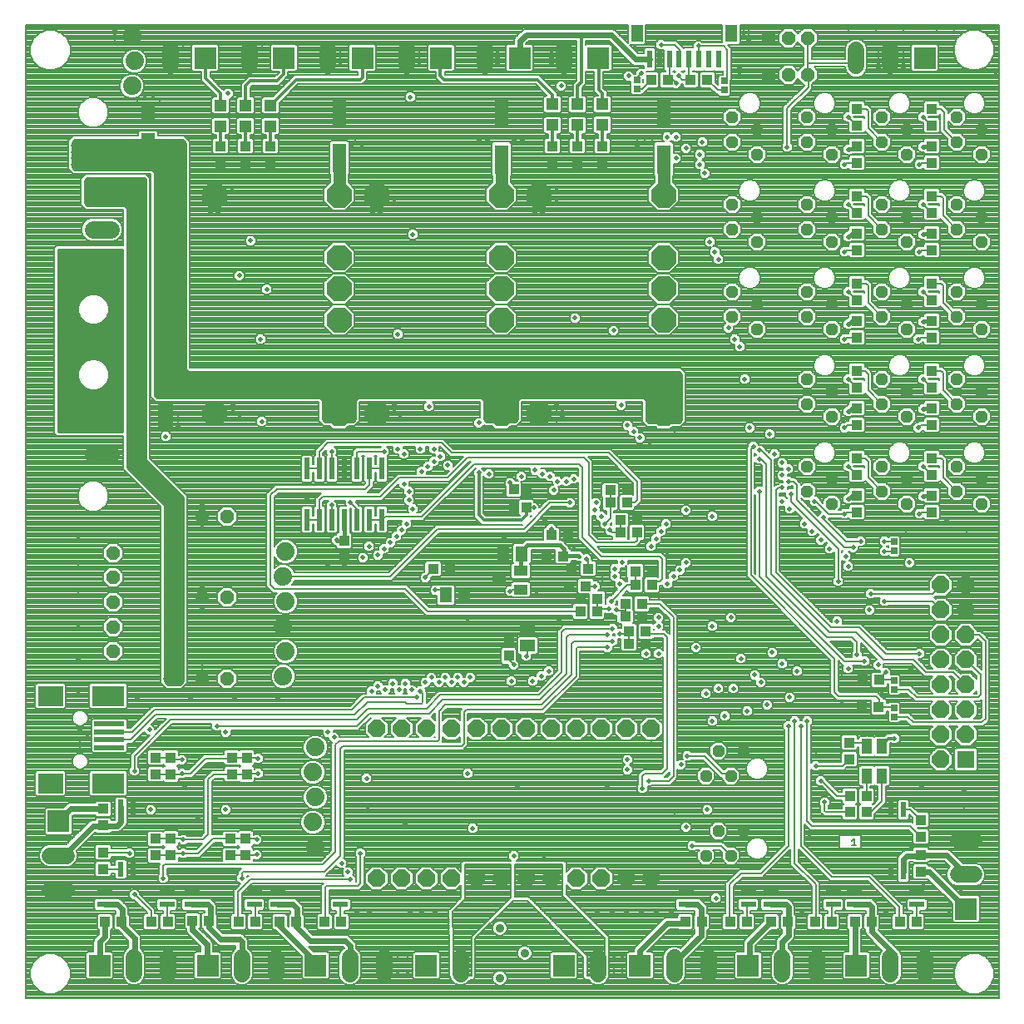
<source format=gtl>
G75*
G70*
%OFA0B0*%
%FSLAX24Y24*%
%IPPOS*%
%LPD*%
%AMOC8*
5,1,8,0,0,1.08239X$1,22.5*
%
%ADD10R,0.0551X0.0866*%
%ADD11R,0.0551X0.1181*%
%ADD12OC8,0.1000*%
%ADD13OC8,0.0560*%
%ADD14R,0.0630X0.1063*%
%ADD15C,0.0709*%
%ADD16R,0.0433X0.0394*%
%ADD17R,0.0394X0.0433*%
%ADD18C,0.0360*%
%ADD19OC8,0.0472*%
%ADD20R,0.0250X0.0250*%
%ADD21R,0.0591X0.0512*%
%ADD22R,0.0512X0.0591*%
%ADD23R,0.0984X0.0787*%
%ADD24R,0.1299X0.0787*%
%ADD25R,0.1220X0.0197*%
%ADD26C,0.0740*%
%ADD27R,0.0700X0.0700*%
%ADD28OC8,0.0700*%
%ADD29R,0.0240X0.0870*%
%ADD30R,0.0236X0.0591*%
%ADD31R,0.0591X0.0236*%
%ADD32R,0.0236X0.0709*%
%ADD33R,0.0472X0.0709*%
%ADD34R,0.0860X0.0860*%
%ADD35C,0.0650*%
%ADD36R,0.0560X0.0560*%
%ADD37R,0.0472X0.0472*%
%ADD38R,0.0551X0.0394*%
%ADD39C,0.0080*%
%ADD40R,0.0433X0.0591*%
%ADD41C,0.0200*%
%ADD42C,0.0500*%
%ADD43C,0.0160*%
%ADD44C,0.0120*%
%ADD45C,0.0100*%
%ADD46C,0.0240*%
D10*
X009596Y036317D03*
X009596Y037577D03*
D11*
X017246Y037642D03*
X017246Y035752D03*
X023746Y035702D03*
X023746Y037592D03*
X030246Y037592D03*
X030246Y035702D03*
D12*
X030246Y034272D03*
X030246Y031772D03*
X030246Y030522D03*
X030246Y029272D03*
X030246Y025522D03*
X025246Y025522D03*
X023746Y025522D03*
X023746Y029272D03*
X023746Y030522D03*
X023746Y031772D03*
X023746Y034272D03*
X025246Y034272D03*
X018746Y034272D03*
X017246Y034272D03*
X017246Y031772D03*
X017246Y030522D03*
X017246Y029272D03*
X017246Y025522D03*
X018746Y025522D03*
X012246Y025522D03*
X012246Y034272D03*
D13*
X011746Y021397D03*
X010746Y021397D03*
X012746Y021397D03*
X012746Y018147D03*
X011746Y018147D03*
X010746Y018147D03*
X008179Y017960D03*
X008179Y016976D03*
X008179Y015992D03*
X010746Y014897D03*
X011746Y014897D03*
X012746Y014897D03*
X008179Y018944D03*
X008179Y019929D03*
X035245Y039101D03*
X036032Y039101D03*
X036032Y040573D03*
X035245Y040573D03*
D14*
X010298Y025347D03*
X009195Y025347D03*
D15*
X008101Y025397D02*
X007392Y025397D01*
X007392Y023897D02*
X008101Y023897D01*
X008101Y031397D02*
X007392Y031397D01*
X007392Y032897D02*
X008101Y032897D01*
X008101Y034397D02*
X007392Y034397D01*
X007392Y035897D02*
X008101Y035897D01*
D16*
X012496Y035563D03*
X012496Y036232D03*
X013496Y036232D03*
X013496Y035563D03*
X014496Y035563D03*
X014496Y036232D03*
X025796Y036232D03*
X025796Y035563D03*
X026796Y035563D03*
X026796Y036232D03*
X027796Y036232D03*
X027796Y035563D03*
X037996Y035563D03*
X037996Y036232D03*
X037996Y037063D03*
X037996Y037732D03*
X040996Y037732D03*
X040996Y037063D03*
X040996Y036232D03*
X040996Y035563D03*
X040996Y034232D03*
X040996Y033563D03*
X040996Y032732D03*
X040996Y032063D03*
X040996Y030732D03*
X040996Y030063D03*
X040996Y029232D03*
X040996Y028563D03*
X040996Y027232D03*
X040996Y026563D03*
X040996Y025732D03*
X040996Y025063D03*
X040996Y023732D03*
X040996Y023063D03*
X040996Y022232D03*
X040996Y021563D03*
X037996Y021563D03*
X037996Y022232D03*
X037996Y023063D03*
X037996Y023732D03*
X037996Y025063D03*
X037996Y025732D03*
X037996Y026563D03*
X037996Y027232D03*
X037996Y028563D03*
X037996Y029232D03*
X037996Y030063D03*
X037996Y030732D03*
X037996Y032063D03*
X037996Y032732D03*
X037996Y033563D03*
X037996Y034232D03*
X028781Y022447D03*
X028112Y022447D03*
X028512Y021247D03*
X029181Y021247D03*
X029112Y019197D03*
X029781Y019197D03*
X029381Y017397D03*
X028712Y017397D03*
X028862Y016297D03*
X029531Y016297D03*
X027581Y018097D03*
X026912Y018097D03*
X027131Y018597D03*
X026462Y018597D03*
X026562Y019297D03*
X026231Y019797D03*
X025562Y019797D03*
X025762Y020647D03*
X026431Y020647D03*
X027231Y019297D03*
X021681Y019297D03*
X021012Y019297D03*
X012946Y011732D03*
X012946Y011063D03*
X012896Y008482D03*
X012896Y007813D03*
X009896Y007813D03*
X009896Y008482D03*
X007796Y009013D03*
X007796Y009682D03*
X007796Y007932D03*
X007796Y007263D03*
X009896Y011063D03*
X009896Y011732D03*
X037696Y011663D03*
X037696Y012332D03*
X038217Y014850D03*
X038886Y014850D03*
X040546Y009232D03*
X040546Y008563D03*
X040546Y007832D03*
X040546Y007163D03*
D17*
X040381Y005147D03*
X039712Y005147D03*
X038581Y005147D03*
X037912Y005147D03*
X036981Y005147D03*
X036312Y005147D03*
X035231Y005147D03*
X034562Y005147D03*
X033581Y005147D03*
X032912Y005147D03*
X031781Y005147D03*
X031112Y005147D03*
X037712Y009547D03*
X038381Y009547D03*
X038381Y010197D03*
X037712Y010197D03*
X038206Y013757D03*
X038875Y013757D03*
X029781Y018647D03*
X029112Y018647D03*
X029381Y017897D03*
X028712Y017897D03*
X028862Y016797D03*
X029531Y016797D03*
X027581Y017597D03*
X026912Y017597D03*
X024046Y016482D03*
X024046Y015813D03*
X028512Y020747D03*
X029181Y020747D03*
X028781Y021947D03*
X028112Y021947D03*
X024746Y021763D03*
X024246Y021813D03*
X024246Y022482D03*
X024746Y022432D03*
X017446Y020437D03*
X017446Y019768D03*
X013546Y011732D03*
X013546Y011063D03*
X013496Y008482D03*
X013496Y007813D03*
X013212Y005147D03*
X013881Y005147D03*
X014862Y005147D03*
X015531Y005147D03*
X016662Y005147D03*
X017331Y005147D03*
X012031Y005197D03*
X011362Y005197D03*
X010381Y005147D03*
X009712Y005147D03*
X008531Y005147D03*
X007862Y005147D03*
X010496Y007813D03*
X010496Y008482D03*
X010496Y011063D03*
X010496Y011732D03*
X029752Y038897D03*
X030422Y038897D03*
X031327Y038897D03*
X031996Y038897D03*
D18*
X023681Y004897D03*
X024681Y003897D03*
X023681Y002897D03*
D19*
X031946Y007797D03*
X032946Y007797D03*
X032446Y008797D03*
X033446Y008797D03*
X032946Y010997D03*
X031946Y010997D03*
X032446Y011997D03*
X033446Y011997D03*
X036996Y021897D03*
X036996Y022897D03*
X035996Y022397D03*
X035996Y023397D03*
X036996Y025397D03*
X036996Y026397D03*
X035996Y025897D03*
X035996Y026897D03*
X036996Y028897D03*
X036996Y029897D03*
X035996Y029397D03*
X035996Y030397D03*
X033996Y029897D03*
X033996Y028897D03*
X032996Y029397D03*
X032996Y030397D03*
X033996Y032397D03*
X033996Y033397D03*
X032996Y032897D03*
X032996Y033897D03*
X033996Y035897D03*
X033996Y036897D03*
X032996Y036397D03*
X032996Y037397D03*
X035996Y037397D03*
X036996Y036897D03*
X036996Y035897D03*
X035996Y036397D03*
X035996Y033897D03*
X035996Y032897D03*
X036996Y032397D03*
X036996Y033397D03*
X038996Y032897D03*
X038996Y033897D03*
X039996Y033397D03*
X039996Y032397D03*
X041996Y032897D03*
X041996Y033897D03*
X042996Y033397D03*
X042996Y032397D03*
X041996Y030397D03*
X041996Y029397D03*
X042996Y028897D03*
X042996Y029897D03*
X041996Y026897D03*
X042996Y026397D03*
X042996Y025397D03*
X041996Y025897D03*
X039996Y025397D03*
X039996Y026397D03*
X038996Y025897D03*
X038996Y026897D03*
X039996Y028897D03*
X039996Y029897D03*
X038996Y029397D03*
X038996Y030397D03*
X039996Y035897D03*
X039996Y036897D03*
X038996Y036397D03*
X038996Y037397D03*
X041996Y037397D03*
X042996Y036897D03*
X042996Y035897D03*
X041996Y036397D03*
X041996Y023397D03*
X041996Y022397D03*
X042996Y021897D03*
X042996Y022897D03*
X039996Y022897D03*
X039996Y021897D03*
X038996Y022397D03*
X038996Y023397D03*
D20*
X039496Y020377D03*
X039496Y020017D03*
X039496Y014827D03*
X039496Y014467D03*
X039496Y013727D03*
X039496Y013367D03*
X032677Y038483D03*
X032677Y038843D03*
X029177Y038887D03*
X029177Y038527D03*
D21*
X024796Y016971D03*
X024796Y016223D03*
D22*
X022270Y018247D03*
X021522Y018247D03*
X023822Y019897D03*
X024570Y019897D03*
D23*
X005678Y014206D03*
X005678Y010702D03*
D24*
X008001Y010702D03*
X008001Y014206D03*
D25*
X008040Y013084D03*
X008040Y012769D03*
X008040Y012454D03*
X008040Y012139D03*
X008040Y011824D03*
D26*
X015002Y014992D03*
X015102Y015992D03*
X015002Y016992D03*
X015102Y017992D03*
X015002Y018992D03*
X015102Y019992D03*
X016296Y012147D03*
X016196Y011147D03*
X016296Y010147D03*
X016196Y009147D03*
X016296Y008147D03*
X008946Y038647D03*
X009046Y039647D03*
X008946Y040647D03*
D27*
X042364Y011647D03*
D28*
X041364Y011647D03*
X041364Y012647D03*
X041364Y013647D03*
X042364Y013647D03*
X042364Y012647D03*
X042364Y014647D03*
X041364Y014647D03*
X041364Y015647D03*
X041364Y016647D03*
X041364Y017647D03*
X041364Y018647D03*
X042364Y018647D03*
X042364Y017647D03*
X042364Y016647D03*
X042364Y015647D03*
X029746Y012897D03*
X028746Y012897D03*
X027746Y012897D03*
X026746Y012897D03*
X025746Y012897D03*
X024746Y012897D03*
X023746Y012897D03*
X022746Y012897D03*
X021746Y012897D03*
X020746Y012897D03*
X019746Y012897D03*
X018746Y012897D03*
X018746Y006897D03*
X019746Y006897D03*
X020746Y006897D03*
X021746Y006897D03*
X022746Y006897D03*
X023746Y006897D03*
X024746Y006897D03*
X025746Y006897D03*
X026746Y006897D03*
X027746Y006897D03*
X028746Y006897D03*
X029746Y006897D03*
D29*
X018959Y021268D03*
X018459Y021268D03*
X017959Y021268D03*
X017459Y021268D03*
X016959Y021268D03*
X016459Y021268D03*
X015959Y021268D03*
X015959Y023318D03*
X016459Y023318D03*
X016959Y023318D03*
X017459Y023318D03*
X017959Y023318D03*
X018459Y023318D03*
X018959Y023318D03*
D30*
X009007Y009758D03*
X008507Y009758D03*
X008507Y007258D03*
X009007Y007258D03*
X039351Y007147D03*
X039851Y007147D03*
X039851Y009647D03*
X039351Y009647D03*
D31*
X040396Y006347D03*
X040396Y005847D03*
X037896Y005847D03*
X037896Y006347D03*
X037046Y006347D03*
X037046Y005847D03*
X034546Y005847D03*
X034546Y006347D03*
X033646Y006347D03*
X033646Y005847D03*
X031146Y005847D03*
X031146Y006347D03*
X017296Y006347D03*
X017296Y005847D03*
X014796Y005847D03*
X014796Y006347D03*
X013846Y006347D03*
X013846Y005847D03*
X011346Y005847D03*
X011346Y006347D03*
X010346Y006347D03*
X010346Y005847D03*
X007846Y005847D03*
X007846Y006347D03*
D32*
X029693Y039712D03*
X030087Y039712D03*
X030481Y039712D03*
X030874Y039712D03*
X031268Y039712D03*
X031662Y039712D03*
X032055Y039712D03*
X032449Y039712D03*
D33*
X032961Y040756D03*
X029181Y040756D03*
D34*
X027626Y039767D03*
X024477Y039767D03*
X021327Y039767D03*
X018177Y039767D03*
X015028Y039767D03*
X011878Y039767D03*
X040717Y039767D03*
X005996Y009181D03*
X007646Y003397D03*
X011977Y003397D03*
X016307Y003397D03*
X020736Y003397D03*
X026248Y003397D03*
X029299Y003397D03*
X033630Y003397D03*
X037961Y003397D03*
X042366Y005675D03*
D35*
X042691Y007053D02*
X042042Y007053D01*
X042042Y008431D02*
X042691Y008431D01*
X040717Y003722D02*
X040717Y003072D01*
X039339Y003072D02*
X039339Y003722D01*
X036386Y003722D02*
X036386Y003072D01*
X035008Y003072D02*
X035008Y003722D01*
X032055Y003722D02*
X032055Y003072D01*
X030677Y003072D02*
X030677Y003722D01*
X027626Y003722D02*
X027626Y003072D01*
X022114Y003072D02*
X022114Y003722D01*
X019063Y003722D02*
X019063Y003072D01*
X017685Y003072D02*
X017685Y003722D01*
X014733Y003722D02*
X014733Y003072D01*
X013355Y003072D02*
X013355Y003722D01*
X010402Y003722D02*
X010402Y003072D01*
X009024Y003072D02*
X009024Y003722D01*
X006321Y006425D02*
X005672Y006425D01*
X005672Y007803D02*
X006321Y007803D01*
X010500Y039443D02*
X010500Y040092D01*
X013650Y040092D02*
X013650Y039443D01*
X016799Y039443D02*
X016799Y040092D01*
X019949Y040092D02*
X019949Y039443D01*
X023099Y039443D02*
X023099Y040092D01*
X026248Y040092D02*
X026248Y039443D01*
X037961Y039443D02*
X037961Y040092D01*
X039339Y040092D02*
X039339Y039443D01*
D36*
X034457Y039101D03*
X034457Y040573D03*
D37*
X027796Y037920D03*
X027796Y037093D03*
X026796Y037084D03*
X026796Y037911D03*
X025796Y037911D03*
X025796Y037084D03*
X014496Y037042D03*
X014496Y037869D03*
X013496Y037868D03*
X013496Y037041D03*
X012496Y037041D03*
X012496Y037868D03*
D38*
X024529Y019221D03*
X024529Y018473D03*
X023663Y018847D03*
D39*
X004676Y002077D02*
X004676Y041087D01*
X028825Y041087D01*
X028825Y040358D01*
X028350Y040833D01*
X028282Y040901D01*
X028194Y040937D01*
X024699Y040937D01*
X024610Y040901D01*
X024360Y040651D01*
X024293Y040583D01*
X024256Y040495D01*
X024256Y040317D01*
X023997Y040317D01*
X023927Y040247D01*
X023927Y039288D01*
X023997Y039217D01*
X024956Y039217D01*
X025027Y039288D01*
X025027Y040247D01*
X024956Y040317D01*
X024736Y040317D01*
X024736Y040348D01*
X024846Y040457D01*
X026766Y040457D01*
X026766Y038872D01*
X026616Y038722D01*
X026616Y038267D01*
X026510Y038267D01*
X026440Y038197D01*
X026440Y037625D01*
X026510Y037554D01*
X027082Y037554D01*
X027153Y037625D01*
X027153Y038197D01*
X027082Y038267D01*
X026976Y038267D01*
X026976Y038573D01*
X027021Y038617D01*
X027126Y038723D01*
X027126Y039238D01*
X027147Y039217D01*
X027466Y039217D01*
X027466Y038423D01*
X027613Y038276D01*
X027510Y038276D01*
X027440Y038206D01*
X027440Y037634D01*
X027510Y037563D01*
X028082Y037563D01*
X028153Y037634D01*
X028153Y038206D01*
X028082Y038276D01*
X027976Y038276D01*
X027976Y038422D01*
X027871Y038527D01*
X027826Y038572D01*
X027826Y039217D01*
X028106Y039217D01*
X028176Y039288D01*
X028176Y040247D01*
X028106Y040317D01*
X027147Y040317D01*
X027126Y040297D01*
X027126Y040457D01*
X028047Y040457D01*
X028995Y039509D01*
X029084Y039472D01*
X029455Y039472D01*
X029455Y039350D01*
X029437Y039367D01*
X029255Y039367D01*
X029126Y039238D01*
X029126Y039154D01*
X029110Y039138D01*
X029104Y039132D01*
X029066Y039132D01*
X029066Y039138D01*
X028937Y039267D01*
X028755Y039267D01*
X028626Y039138D01*
X028626Y038956D01*
X028755Y038827D01*
X028932Y038827D01*
X028932Y038712D01*
X028937Y038707D01*
X028932Y038701D01*
X028932Y038352D01*
X029002Y038282D01*
X029351Y038282D01*
X029422Y038352D01*
X029422Y038367D01*
X029448Y038367D01*
X029642Y038561D01*
X029999Y038561D01*
X030069Y038631D01*
X030069Y039163D01*
X029999Y039234D01*
X029566Y039234D01*
X029566Y039238D01*
X029861Y039238D01*
X029931Y039308D01*
X029931Y039660D01*
X029933Y039664D01*
X029933Y039760D01*
X029931Y039765D01*
X029931Y040116D01*
X029861Y040187D01*
X029525Y040187D01*
X029455Y040116D01*
X029455Y039952D01*
X029231Y039952D01*
X028902Y040281D01*
X029467Y040281D01*
X029538Y040351D01*
X029538Y041087D01*
X032605Y041087D01*
X032605Y040407D01*
X031797Y040407D01*
X031737Y040467D01*
X031555Y040467D01*
X031426Y040338D01*
X031426Y040187D01*
X031100Y040187D01*
X031071Y040157D01*
X031042Y040187D01*
X031033Y040187D01*
X030763Y040457D01*
X030297Y040457D01*
X030237Y040517D01*
X030055Y040517D01*
X029926Y040388D01*
X029926Y040206D01*
X030055Y040077D01*
X030237Y040077D01*
X030242Y040082D01*
X030242Y039308D01*
X030313Y039238D01*
X030321Y039238D01*
X030321Y039234D01*
X030175Y039234D01*
X030105Y039163D01*
X030105Y038631D01*
X030175Y038561D01*
X030622Y038561D01*
X030655Y038527D01*
X030837Y038527D01*
X030966Y038656D01*
X030966Y038737D01*
X031010Y038737D01*
X031010Y038631D01*
X031080Y038561D01*
X031574Y038561D01*
X031644Y038631D01*
X031644Y039163D01*
X031574Y039234D01*
X031428Y039234D01*
X031428Y039238D01*
X031436Y039238D01*
X031465Y039267D01*
X031494Y039238D01*
X031829Y039238D01*
X031859Y039267D01*
X031888Y039238D01*
X032223Y039238D01*
X032252Y039267D01*
X032281Y039238D01*
X032617Y039238D01*
X032636Y039257D01*
X032636Y039088D01*
X032502Y039088D01*
X032432Y039017D01*
X032432Y038688D01*
X032313Y038807D01*
X032313Y039163D01*
X032243Y039234D01*
X031750Y039234D01*
X031679Y039163D01*
X031679Y038631D01*
X031750Y038561D01*
X032107Y038561D01*
X032345Y038323D01*
X032432Y038323D01*
X032432Y038308D01*
X032502Y038238D01*
X032851Y038238D01*
X032922Y038308D01*
X032922Y038657D01*
X032916Y038663D01*
X032922Y038668D01*
X032922Y038861D01*
X032956Y038896D01*
X032956Y040164D01*
X032863Y040257D01*
X032839Y040281D01*
X033247Y040281D01*
X033317Y040351D01*
X033317Y041087D01*
X043686Y041087D01*
X043686Y002077D01*
X004676Y002077D01*
X004676Y002133D02*
X043686Y002133D01*
X043686Y002211D02*
X004676Y002211D01*
X004676Y002290D02*
X005466Y002290D01*
X005516Y002269D02*
X005838Y002269D01*
X006136Y002392D01*
X006364Y002620D01*
X006487Y002917D01*
X006487Y003239D01*
X006364Y003537D01*
X006136Y003764D01*
X005838Y003888D01*
X005516Y003888D01*
X005219Y003764D01*
X004991Y003537D01*
X004868Y003239D01*
X004868Y002917D01*
X004991Y002620D01*
X005219Y002392D01*
X005516Y002269D01*
X005277Y002368D02*
X004676Y002368D01*
X004676Y002447D02*
X005165Y002447D01*
X005086Y002525D02*
X004676Y002525D01*
X004676Y002604D02*
X005008Y002604D01*
X004966Y002682D02*
X004676Y002682D01*
X004676Y002761D02*
X004933Y002761D01*
X004900Y002839D02*
X004676Y002839D01*
X004676Y002918D02*
X004868Y002918D01*
X004868Y002996D02*
X004676Y002996D01*
X004676Y003075D02*
X004868Y003075D01*
X004868Y003153D02*
X004676Y003153D01*
X004676Y003232D02*
X004868Y003232D01*
X004898Y003310D02*
X004676Y003310D01*
X004676Y003389D02*
X004930Y003389D01*
X004963Y003467D02*
X004676Y003467D01*
X004676Y003546D02*
X005000Y003546D01*
X005079Y003624D02*
X004676Y003624D01*
X004676Y003703D02*
X005157Y003703D01*
X005260Y003781D02*
X004676Y003781D01*
X004676Y003860D02*
X005449Y003860D01*
X005906Y003860D02*
X007096Y003860D01*
X007096Y003877D02*
X007096Y002918D01*
X006487Y002918D01*
X006487Y002996D02*
X007096Y002996D01*
X007096Y002918D02*
X007166Y002847D01*
X008126Y002847D01*
X008196Y002918D01*
X008607Y002918D01*
X008579Y002984D02*
X008647Y002820D01*
X008772Y002695D01*
X008935Y002628D01*
X009112Y002628D01*
X009276Y002695D01*
X009401Y002820D01*
X009469Y002984D01*
X009469Y003811D01*
X009401Y003974D01*
X009286Y004089D01*
X009286Y004545D01*
X009250Y004633D01*
X009182Y004701D01*
X008848Y005035D01*
X008848Y005413D01*
X008786Y005475D01*
X008786Y005695D01*
X008750Y005783D01*
X008682Y005851D01*
X008482Y006051D01*
X008394Y006087D01*
X007799Y006087D01*
X007794Y006085D01*
X007501Y006085D01*
X007431Y006015D01*
X007431Y005679D01*
X007501Y005609D01*
X007794Y005609D01*
X007799Y005607D01*
X008247Y005607D01*
X008306Y005548D01*
X008306Y005484D01*
X008284Y005484D01*
X008214Y005413D01*
X008214Y004881D01*
X008284Y004811D01*
X008393Y004811D01*
X008806Y004398D01*
X008806Y004113D01*
X008772Y004099D01*
X008647Y003974D01*
X008579Y003811D01*
X008579Y002984D01*
X008579Y002996D02*
X008196Y002996D01*
X008196Y002918D02*
X008196Y003877D01*
X008126Y003947D01*
X007886Y003947D01*
X007886Y004248D01*
X008065Y004427D01*
X008102Y004515D01*
X008102Y004811D01*
X008108Y004811D01*
X008179Y004881D01*
X008179Y005413D01*
X008108Y005484D01*
X007615Y005484D01*
X007545Y005413D01*
X007545Y004881D01*
X007615Y004811D01*
X007622Y004811D01*
X007622Y004662D01*
X007510Y004551D01*
X007443Y004483D01*
X007406Y004395D01*
X007406Y003947D01*
X007166Y003947D01*
X007096Y003877D01*
X007157Y003938D02*
X004676Y003938D01*
X004676Y004017D02*
X007406Y004017D01*
X007406Y004095D02*
X004676Y004095D01*
X004676Y004174D02*
X007406Y004174D01*
X007406Y004252D02*
X004676Y004252D01*
X004676Y004331D02*
X007406Y004331D01*
X007412Y004409D02*
X004676Y004409D01*
X004676Y004488D02*
X007447Y004488D01*
X007526Y004566D02*
X004676Y004566D01*
X004676Y004645D02*
X007604Y004645D01*
X007622Y004723D02*
X004676Y004723D01*
X004676Y004802D02*
X007622Y004802D01*
X007546Y004880D02*
X004676Y004880D01*
X004676Y004959D02*
X007545Y004959D01*
X007545Y005037D02*
X004676Y005037D01*
X004676Y005116D02*
X007545Y005116D01*
X007545Y005194D02*
X004676Y005194D01*
X004676Y005273D02*
X007545Y005273D01*
X007545Y005351D02*
X004676Y005351D01*
X004676Y005430D02*
X007561Y005430D01*
X007445Y005665D02*
X004676Y005665D01*
X004676Y005587D02*
X008267Y005587D01*
X008306Y005508D02*
X004676Y005508D01*
X004676Y005744D02*
X007431Y005744D01*
X007431Y005822D02*
X004676Y005822D01*
X004676Y005901D02*
X007431Y005901D01*
X007431Y005979D02*
X004676Y005979D01*
X004676Y006058D02*
X007474Y006058D01*
X007530Y006946D02*
X007460Y007016D01*
X007460Y007509D01*
X007530Y007579D01*
X008063Y007579D01*
X008133Y007509D01*
X008133Y007423D01*
X008268Y007423D01*
X008268Y007603D01*
X008339Y007674D01*
X008674Y007674D01*
X008745Y007603D01*
X008745Y006913D01*
X008674Y006843D01*
X008339Y006843D01*
X008268Y006913D01*
X008268Y007103D01*
X008133Y007103D01*
X008133Y007016D01*
X008063Y006946D01*
X007530Y006946D01*
X007476Y007000D02*
X004676Y007000D01*
X004676Y007078D02*
X007460Y007078D01*
X007460Y007157D02*
X004676Y007157D01*
X004676Y007235D02*
X007460Y007235D01*
X007460Y007314D02*
X004676Y007314D01*
X004676Y007392D02*
X005500Y007392D01*
X005420Y007426D02*
X005583Y007358D01*
X006410Y007358D01*
X006573Y007426D01*
X006698Y007551D01*
X006766Y007714D01*
X006766Y007891D01*
X006726Y007988D01*
X007482Y008744D01*
X007530Y008696D01*
X008063Y008696D01*
X008124Y008757D01*
X008394Y008757D01*
X008482Y008794D01*
X008550Y008861D01*
X008710Y009022D01*
X008747Y009110D01*
X008747Y009806D01*
X008745Y009811D01*
X008745Y010103D01*
X008674Y010174D01*
X008339Y010174D01*
X008268Y010103D01*
X008268Y009811D01*
X008267Y009806D01*
X008267Y009257D01*
X008247Y009237D01*
X008133Y009237D01*
X008133Y009259D01*
X008063Y009329D01*
X007530Y009329D01*
X007460Y009259D01*
X007460Y009237D01*
X007349Y009237D01*
X007260Y009201D01*
X007193Y009133D01*
X006307Y008248D01*
X005583Y008248D01*
X005420Y008180D01*
X005294Y008055D01*
X005227Y007891D01*
X005227Y007714D01*
X005294Y007551D01*
X005420Y007426D01*
X005374Y007471D02*
X004676Y007471D01*
X004676Y007549D02*
X005296Y007549D01*
X005263Y007628D02*
X004676Y007628D01*
X004676Y007706D02*
X005230Y007706D01*
X005227Y007785D02*
X004676Y007785D01*
X004676Y007863D02*
X005227Y007863D01*
X005248Y007942D02*
X004676Y007942D01*
X004676Y008020D02*
X005280Y008020D01*
X005338Y008099D02*
X004676Y008099D01*
X004676Y008177D02*
X005417Y008177D01*
X005517Y008631D02*
X006476Y008631D01*
X006546Y008701D01*
X006546Y009391D01*
X006597Y009442D01*
X007460Y009442D01*
X007460Y009435D01*
X007530Y009365D01*
X008063Y009365D01*
X008133Y009435D01*
X008133Y009928D01*
X008063Y009999D01*
X007530Y009999D01*
X007460Y009928D01*
X007460Y009922D01*
X006450Y009922D01*
X006362Y009885D01*
X006207Y009731D01*
X005517Y009731D01*
X005446Y009660D01*
X005446Y008701D01*
X005517Y008631D01*
X005499Y008648D02*
X004676Y008648D01*
X004676Y008570D02*
X006629Y008570D01*
X006551Y008491D02*
X004676Y008491D01*
X004676Y008413D02*
X006472Y008413D01*
X006394Y008334D02*
X004676Y008334D01*
X004676Y008256D02*
X006315Y008256D01*
X006494Y008648D02*
X006708Y008648D01*
X006786Y008727D02*
X006546Y008727D01*
X006546Y008805D02*
X006865Y008805D01*
X006943Y008884D02*
X006546Y008884D01*
X006546Y008962D02*
X007022Y008962D01*
X007100Y009041D02*
X006546Y009041D01*
X006546Y009119D02*
X007179Y009119D01*
X007193Y009133D02*
X007193Y009133D01*
X007257Y009198D02*
X006546Y009198D01*
X006546Y009276D02*
X007477Y009276D01*
X007462Y009433D02*
X006588Y009433D01*
X006546Y009355D02*
X008267Y009355D01*
X008267Y009433D02*
X008131Y009433D01*
X008133Y009512D02*
X008267Y009512D01*
X008267Y009590D02*
X008133Y009590D01*
X008133Y009669D02*
X008267Y009669D01*
X008267Y009747D02*
X008133Y009747D01*
X008133Y009826D02*
X008268Y009826D01*
X008268Y009904D02*
X008133Y009904D01*
X008079Y009983D02*
X008268Y009983D01*
X008268Y010061D02*
X004676Y010061D01*
X004676Y009983D02*
X007514Y009983D01*
X007302Y010189D02*
X008700Y010189D01*
X008771Y010259D01*
X008771Y011146D01*
X008700Y011216D01*
X007302Y011216D01*
X007231Y011146D01*
X007231Y010259D01*
X007302Y010189D01*
X007272Y010218D02*
X006250Y010218D01*
X006220Y010189D02*
X006290Y010259D01*
X006290Y011146D01*
X006220Y011216D01*
X005136Y011216D01*
X005066Y011146D01*
X005066Y010259D01*
X005136Y010189D01*
X006220Y010189D01*
X006290Y010297D02*
X007231Y010297D01*
X007231Y010375D02*
X006290Y010375D01*
X006290Y010454D02*
X007231Y010454D01*
X007231Y010532D02*
X006290Y010532D01*
X006290Y010611D02*
X007231Y010611D01*
X007231Y010689D02*
X006290Y010689D01*
X006290Y010768D02*
X007231Y010768D01*
X007231Y010846D02*
X006290Y010846D01*
X006290Y010925D02*
X007231Y010925D01*
X007231Y011003D02*
X006290Y011003D01*
X006290Y011082D02*
X007231Y011082D01*
X007246Y011160D02*
X006276Y011160D01*
X006590Y011409D02*
X006680Y011319D01*
X006796Y011271D01*
X006922Y011271D01*
X007039Y011319D01*
X007128Y011409D01*
X007176Y011525D01*
X007176Y011651D01*
X007128Y011768D01*
X007039Y011857D01*
X006922Y011905D01*
X006796Y011905D01*
X006680Y011857D01*
X006590Y011768D01*
X006542Y011651D01*
X006542Y011525D01*
X006590Y011409D01*
X006603Y011396D02*
X004676Y011396D01*
X004676Y011474D02*
X006563Y011474D01*
X006542Y011553D02*
X004676Y011553D01*
X004676Y011631D02*
X006542Y011631D01*
X006566Y011710D02*
X004676Y011710D01*
X004676Y011788D02*
X006611Y011788D01*
X006703Y011867D02*
X004676Y011867D01*
X004676Y011945D02*
X007356Y011945D01*
X007380Y011921D02*
X008700Y011921D01*
X008771Y011991D01*
X008771Y012288D01*
X008764Y012294D01*
X008970Y012294D01*
X009429Y012754D01*
X009555Y012627D01*
X009650Y012627D01*
X008980Y011957D01*
X008886Y011864D01*
X008886Y011348D01*
X008826Y011288D01*
X008826Y011106D01*
X008955Y010977D01*
X009137Y010977D01*
X009266Y011106D01*
X009266Y011288D01*
X009206Y011348D01*
X009206Y011731D01*
X010563Y013087D01*
X012126Y013087D01*
X012126Y012906D01*
X012255Y012777D01*
X012437Y012777D01*
X012476Y012816D01*
X012476Y012656D01*
X012605Y012527D01*
X012787Y012527D01*
X012916Y012656D01*
X012916Y012837D01*
X016576Y012837D01*
X016576Y012656D01*
X016705Y012527D01*
X016826Y012527D01*
X016826Y012456D01*
X016953Y012330D01*
X016936Y012314D01*
X016936Y008014D01*
X016530Y007607D01*
X013813Y007607D01*
X013813Y007653D01*
X013830Y007653D01*
X013855Y007627D01*
X014037Y007627D01*
X014166Y007756D01*
X014166Y007938D01*
X014037Y008067D01*
X013855Y008067D01*
X013813Y008025D01*
X013813Y008079D01*
X013745Y008147D01*
X013813Y008216D01*
X013813Y008269D01*
X013855Y008227D01*
X014037Y008227D01*
X014166Y008356D01*
X014166Y008538D01*
X014037Y008667D01*
X013855Y008667D01*
X013830Y008642D01*
X013813Y008642D01*
X013813Y008748D01*
X013743Y008818D01*
X013250Y008818D01*
X013196Y008765D01*
X013163Y008799D01*
X012630Y008799D01*
X012560Y008728D01*
X012560Y008657D01*
X012156Y008657D01*
X012156Y010781D01*
X012278Y010903D01*
X012610Y010903D01*
X012610Y010816D01*
X012680Y010746D01*
X013213Y010746D01*
X013246Y010780D01*
X013300Y010726D01*
X013793Y010726D01*
X013863Y010796D01*
X013863Y010919D01*
X013905Y010877D01*
X014087Y010877D01*
X014216Y011006D01*
X014216Y011188D01*
X014087Y011317D01*
X013905Y011317D01*
X013863Y011275D01*
X013863Y011329D01*
X013795Y011397D01*
X013863Y011466D01*
X013863Y011519D01*
X013905Y011477D01*
X014087Y011477D01*
X014216Y011606D01*
X014216Y011788D01*
X015962Y011788D01*
X016019Y011732D02*
X016199Y011657D01*
X016394Y011657D01*
X016574Y011732D01*
X016712Y011870D01*
X016786Y012050D01*
X016786Y012245D01*
X016712Y012425D01*
X016574Y012563D01*
X016394Y012637D01*
X016199Y012637D01*
X016019Y012563D01*
X015881Y012425D01*
X015806Y012245D01*
X015806Y012050D01*
X015881Y011870D01*
X016019Y011732D01*
X016072Y011710D02*
X014216Y011710D01*
X014216Y011788D02*
X014087Y011917D01*
X013905Y011917D01*
X013880Y011892D01*
X013863Y011892D01*
X013863Y011998D01*
X013793Y012068D01*
X013300Y012068D01*
X013246Y012015D01*
X013213Y012049D01*
X012680Y012049D01*
X012610Y011978D01*
X012610Y011857D01*
X011830Y011857D01*
X011736Y011764D01*
X011230Y011257D01*
X011097Y011257D01*
X011037Y011317D01*
X010855Y011317D01*
X010813Y011275D01*
X010813Y011329D01*
X010745Y011397D01*
X010813Y011466D01*
X010813Y011469D01*
X010855Y011427D01*
X011037Y011427D01*
X011166Y011556D01*
X011166Y011738D01*
X011037Y011867D01*
X010855Y011867D01*
X010813Y011825D01*
X010813Y011998D01*
X010743Y012068D01*
X010250Y012068D01*
X010196Y012015D01*
X010163Y012049D01*
X009630Y012049D01*
X009560Y011978D01*
X009560Y011485D01*
X009630Y011415D01*
X010163Y011415D01*
X010196Y011449D01*
X010248Y011397D01*
X010196Y011346D01*
X010163Y011379D01*
X009630Y011379D01*
X009560Y011309D01*
X009560Y010816D01*
X009630Y010746D01*
X010163Y010746D01*
X010196Y010780D01*
X010250Y010726D01*
X010743Y010726D01*
X010813Y010796D01*
X010813Y010903D01*
X010830Y010903D01*
X010855Y010877D01*
X011037Y010877D01*
X011097Y010937D01*
X011363Y010937D01*
X011963Y011537D01*
X012610Y011537D01*
X012610Y011485D01*
X012680Y011415D01*
X013213Y011415D01*
X013246Y011449D01*
X013298Y011397D01*
X013246Y011346D01*
X013213Y011379D01*
X012680Y011379D01*
X012610Y011309D01*
X012610Y011223D01*
X012145Y011223D01*
X011930Y011007D01*
X011836Y010914D01*
X011836Y008714D01*
X011730Y008607D01*
X011147Y008607D01*
X011087Y008667D01*
X010905Y008667D01*
X010880Y008642D01*
X010813Y008642D01*
X010813Y008748D01*
X010743Y008818D01*
X010250Y008818D01*
X010196Y008765D01*
X010163Y008799D01*
X009630Y008799D01*
X009560Y008728D01*
X009560Y008235D01*
X009630Y008165D01*
X010163Y008165D01*
X010196Y008199D01*
X010248Y008147D01*
X010196Y008096D01*
X010163Y008129D01*
X009630Y008129D01*
X009560Y008059D01*
X009560Y007566D01*
X009630Y007496D01*
X010069Y007496D01*
X010036Y007464D01*
X010036Y007048D01*
X009976Y006988D01*
X009976Y006806D01*
X010105Y006677D01*
X010287Y006677D01*
X010416Y006806D01*
X010416Y006988D01*
X010356Y007048D01*
X010356Y007287D01*
X013310Y007287D01*
X013280Y007257D01*
X013186Y007164D01*
X013186Y007048D01*
X013126Y006988D01*
X013126Y006806D01*
X013255Y006677D01*
X013300Y006677D01*
X013130Y006507D01*
X013036Y006414D01*
X013036Y005484D01*
X012965Y005484D01*
X012895Y005413D01*
X012895Y004881D01*
X012965Y004811D01*
X013458Y004811D01*
X013529Y004881D01*
X013529Y005413D01*
X013458Y005484D01*
X013356Y005484D01*
X013356Y006281D01*
X013763Y006687D01*
X016610Y006687D01*
X016536Y006614D01*
X016536Y005484D01*
X016415Y005484D01*
X016345Y005413D01*
X016345Y004881D01*
X016415Y004811D01*
X016908Y004811D01*
X016979Y004881D01*
X016979Y005413D01*
X016908Y005484D01*
X016856Y005484D01*
X016856Y006437D01*
X018063Y006437D01*
X018156Y006531D01*
X018256Y006631D01*
X018256Y007746D01*
X018316Y007806D01*
X018316Y007988D01*
X018187Y008117D01*
X018005Y008117D01*
X017876Y007988D01*
X017876Y007806D01*
X017936Y007746D01*
X017936Y006764D01*
X017916Y006764D01*
X017916Y006757D02*
X017916Y006938D01*
X017807Y007047D01*
X017816Y007056D01*
X017816Y007238D01*
X017687Y007367D01*
X017527Y007367D01*
X017566Y007406D01*
X017566Y007588D01*
X017440Y007715D01*
X017456Y007731D01*
X017456Y012031D01*
X017463Y012037D01*
X022213Y012037D01*
X022306Y012131D01*
X022406Y012231D01*
X022406Y012573D01*
X022552Y012427D01*
X022941Y012427D01*
X023216Y012703D01*
X023216Y013092D01*
X022941Y013367D01*
X022552Y013367D01*
X022406Y013222D01*
X022406Y013481D01*
X022413Y013487D01*
X025463Y013487D01*
X025556Y013581D01*
X026906Y014931D01*
X026906Y015987D01*
X027845Y015987D01*
X027905Y015927D01*
X028087Y015927D01*
X028216Y016056D01*
X028216Y016177D01*
X028287Y016177D01*
X028416Y016306D01*
X028416Y016477D01*
X028525Y016477D01*
X028525Y016051D01*
X028595Y015980D01*
X029128Y015980D01*
X029198Y016051D01*
X029198Y016544D01*
X029179Y016563D01*
X029179Y017063D01*
X029108Y017134D01*
X029031Y017134D01*
X029048Y017151D01*
X029048Y017644D01*
X029029Y017663D01*
X029029Y018163D01*
X028958Y018234D01*
X028609Y018234D01*
X028795Y018419D01*
X028795Y018381D01*
X028865Y018311D01*
X029358Y018311D01*
X029429Y018381D01*
X029429Y018913D01*
X029420Y018922D01*
X029448Y018951D01*
X029448Y019444D01*
X029378Y019514D01*
X028845Y019514D01*
X028816Y019485D01*
X028816Y019637D01*
X030030Y019637D01*
X030036Y019631D01*
X030036Y018975D01*
X030028Y018984D01*
X029534Y018984D01*
X029464Y018913D01*
X029464Y018381D01*
X029534Y018311D01*
X030028Y018311D01*
X030098Y018381D01*
X030098Y018637D01*
X030163Y018637D01*
X030176Y018651D01*
X030176Y018606D01*
X030305Y018477D01*
X030487Y018477D01*
X030616Y018606D01*
X030616Y018777D01*
X030737Y018777D01*
X030866Y018906D01*
X030866Y019027D01*
X030987Y019027D01*
X031116Y019156D01*
X031116Y019327D01*
X031237Y019327D01*
X031366Y019456D01*
X031366Y019638D01*
X033586Y019638D01*
X033586Y019560D02*
X031366Y019560D01*
X031366Y019638D02*
X031237Y019767D01*
X031055Y019767D01*
X030926Y019638D01*
X030356Y019638D01*
X030356Y019560D02*
X030926Y019560D01*
X030926Y019638D02*
X030926Y019467D01*
X030805Y019467D01*
X030676Y019338D01*
X030676Y019217D01*
X030555Y019217D01*
X030426Y019088D01*
X030426Y018917D01*
X030356Y018917D01*
X030356Y019764D01*
X030263Y019857D01*
X030163Y019957D01*
X027813Y019957D01*
X027583Y020187D01*
X029163Y020187D01*
X029256Y020281D01*
X029341Y020366D01*
X029341Y020411D01*
X029428Y020411D01*
X029498Y020481D01*
X029498Y021013D01*
X029428Y021084D01*
X028934Y021084D01*
X028864Y021013D01*
X028864Y020507D01*
X028829Y020507D01*
X028829Y020981D01*
X028848Y021001D01*
X028848Y021494D01*
X028778Y021564D01*
X028272Y021564D01*
X028272Y021611D01*
X028358Y021611D01*
X028429Y021681D01*
X028429Y022181D01*
X028448Y022201D01*
X028448Y022694D01*
X028378Y022764D01*
X027845Y022764D01*
X027775Y022694D01*
X027775Y022201D01*
X027795Y022181D01*
X027795Y021681D01*
X027865Y021611D01*
X027952Y021611D01*
X027952Y021503D01*
X027837Y021617D01*
X027716Y021617D01*
X027716Y021738D01*
X027682Y021772D01*
X027766Y021856D01*
X027766Y022038D01*
X027637Y022167D01*
X027455Y022167D01*
X027406Y022118D01*
X027406Y023614D01*
X027233Y023787D01*
X027980Y023787D01*
X029036Y022731D01*
X029036Y022275D01*
X029028Y022284D01*
X028534Y022284D01*
X028464Y022213D01*
X028464Y021681D01*
X028534Y021611D01*
X029028Y021611D01*
X029098Y021681D01*
X029098Y021787D01*
X029163Y021787D01*
X029263Y021887D01*
X029356Y021981D01*
X029356Y022864D01*
X028206Y024014D01*
X028113Y024107D01*
X021813Y024107D01*
X021506Y024414D01*
X021413Y024507D01*
X016730Y024507D01*
X016380Y024157D01*
X016286Y024064D01*
X016286Y023870D01*
X016219Y023803D01*
X016219Y023478D01*
X016199Y023478D01*
X016199Y023803D01*
X016129Y023873D01*
X015790Y023873D01*
X015719Y023803D01*
X015719Y022833D01*
X015790Y022763D01*
X016129Y022763D01*
X016199Y022833D01*
X016199Y023158D01*
X016219Y023158D01*
X016219Y022833D01*
X016290Y022763D01*
X016629Y022763D01*
X016699Y022833D01*
X016699Y023803D01*
X016629Y023873D01*
X016606Y023873D01*
X016606Y023931D01*
X016726Y024051D01*
X016726Y023906D01*
X016775Y023858D01*
X016719Y023803D01*
X016719Y022833D01*
X016790Y022763D01*
X017129Y022763D01*
X017199Y022833D01*
X017199Y023803D01*
X017131Y023871D01*
X017166Y023906D01*
X017166Y024088D01*
X017067Y024187D01*
X018925Y024187D01*
X018895Y024157D01*
X017930Y024157D01*
X017836Y024064D01*
X017799Y024027D01*
X017799Y023873D01*
X017790Y023873D01*
X017719Y023803D01*
X017719Y022833D01*
X017790Y022763D01*
X018129Y022763D01*
X018199Y022833D01*
X018199Y023803D01*
X018165Y023837D01*
X018254Y023837D01*
X018219Y023803D01*
X018219Y022833D01*
X018290Y022763D01*
X018299Y022763D01*
X018299Y022727D01*
X018230Y022657D01*
X014680Y022657D01*
X014430Y022407D01*
X014336Y022314D01*
X014336Y018581D01*
X014486Y018431D01*
X014580Y018337D01*
X014755Y018337D01*
X014687Y018269D01*
X014612Y018089D01*
X014612Y017894D01*
X014687Y017714D01*
X014825Y017576D01*
X015005Y017502D01*
X015200Y017502D01*
X015380Y017576D01*
X015518Y017714D01*
X015592Y017894D01*
X015592Y018089D01*
X015518Y018269D01*
X015450Y018337D01*
X019830Y018337D01*
X020636Y017531D01*
X020730Y017437D01*
X026595Y017437D01*
X026595Y017331D01*
X026665Y017261D01*
X027158Y017261D01*
X027229Y017331D01*
X027229Y017863D01*
X027158Y017934D01*
X026665Y017934D01*
X026595Y017863D01*
X026595Y017757D01*
X020863Y017757D01*
X019963Y018657D01*
X015361Y018657D01*
X015418Y018714D01*
X015466Y018832D01*
X019357Y018832D01*
X021263Y020737D01*
X024713Y020737D01*
X025425Y020737D01*
X025425Y020659D02*
X021184Y020659D01*
X021106Y020580D02*
X025425Y020580D01*
X025425Y020502D02*
X021027Y020502D01*
X020949Y020423D02*
X024690Y020423D01*
X024713Y020447D02*
X024596Y020330D01*
X024579Y020313D01*
X024265Y020313D01*
X024194Y020242D01*
X024194Y019552D01*
X024209Y019538D01*
X024204Y019538D01*
X024134Y019468D01*
X024134Y018975D01*
X024204Y018904D01*
X024855Y018904D01*
X024925Y018975D01*
X024925Y019468D01*
X024893Y019499D01*
X024946Y019552D01*
X024946Y020047D01*
X025898Y020047D01*
X025894Y020044D01*
X025894Y019551D01*
X025965Y019480D01*
X026497Y019480D01*
X026568Y019551D01*
X026568Y019613D01*
X026720Y019613D01*
X026755Y019577D01*
X026928Y019577D01*
X026894Y019544D01*
X026894Y019051D01*
X026965Y018980D01*
X027497Y018980D01*
X027568Y019051D01*
X027568Y019544D01*
X027497Y019614D01*
X027391Y019614D01*
X027391Y019679D01*
X027366Y019704D01*
X027366Y019788D01*
X027237Y019917D01*
X027055Y019917D01*
X027046Y019908D01*
X026937Y020017D01*
X026755Y020017D01*
X026751Y020013D01*
X026568Y020013D01*
X026568Y020044D01*
X026497Y020114D01*
X026446Y020114D01*
X026446Y020180D01*
X026329Y020297D01*
X026179Y020447D01*
X026098Y020447D01*
X026098Y020894D01*
X026028Y020964D01*
X025966Y020964D01*
X025966Y020988D01*
X025837Y021117D01*
X025655Y021117D01*
X025526Y020988D01*
X025526Y020964D01*
X025495Y020964D01*
X025425Y020894D01*
X025425Y020447D01*
X024713Y020447D01*
X024611Y020345D02*
X020870Y020345D01*
X020792Y020266D02*
X024219Y020266D01*
X024194Y020188D02*
X020713Y020188D01*
X020635Y020109D02*
X024194Y020109D01*
X024194Y020031D02*
X020556Y020031D01*
X020478Y019952D02*
X024194Y019952D01*
X024194Y019874D02*
X020399Y019874D01*
X020321Y019795D02*
X024194Y019795D01*
X024194Y019717D02*
X020242Y019717D01*
X020164Y019638D02*
X024194Y019638D01*
X024194Y019560D02*
X021332Y019560D01*
X021348Y019544D02*
X021278Y019614D01*
X020745Y019614D01*
X020675Y019544D01*
X020675Y019167D01*
X020605Y019167D01*
X020476Y019038D01*
X020476Y018856D01*
X020605Y018727D01*
X020787Y018727D01*
X020916Y018856D01*
X020916Y018941D01*
X020956Y018980D01*
X021278Y018980D01*
X021348Y019051D01*
X021348Y019544D01*
X021348Y019481D02*
X024147Y019481D01*
X024134Y019403D02*
X021348Y019403D01*
X021348Y019324D02*
X024134Y019324D01*
X024134Y019246D02*
X021348Y019246D01*
X021348Y019167D02*
X024134Y019167D01*
X024134Y019089D02*
X021348Y019089D01*
X021308Y019010D02*
X024134Y019010D01*
X024177Y018932D02*
X020916Y018932D01*
X020914Y018853D02*
X026804Y018853D01*
X026794Y018844D02*
X026794Y018351D01*
X026865Y018280D01*
X027244Y018280D01*
X027244Y017851D01*
X027264Y017831D01*
X027264Y017331D01*
X027334Y017261D01*
X027828Y017261D01*
X027898Y017331D01*
X027898Y017535D01*
X027955Y017477D01*
X028137Y017477D01*
X028171Y017511D01*
X028255Y017427D01*
X028375Y017427D01*
X028375Y017151D01*
X028445Y017080D01*
X028562Y017080D01*
X028545Y017063D01*
X028545Y016917D01*
X028416Y016917D01*
X028416Y016988D01*
X028287Y017117D01*
X028105Y017117D01*
X028045Y017057D01*
X026230Y017057D01*
X026080Y016907D01*
X025986Y016814D01*
X025986Y015214D01*
X025180Y014407D01*
X021230Y014407D01*
X021136Y014314D01*
X021136Y014314D01*
X020756Y013934D01*
X020756Y014364D01*
X020716Y014404D01*
X020716Y014488D01*
X020677Y014527D01*
X020787Y014527D01*
X020916Y014656D01*
X020916Y014727D01*
X021026Y014727D01*
X021026Y014656D01*
X021155Y014527D01*
X021337Y014527D01*
X021466Y014656D01*
X021466Y014727D01*
X021526Y014727D01*
X021526Y014656D01*
X021655Y014527D01*
X021837Y014527D01*
X021966Y014656D01*
X021966Y014727D01*
X022026Y014727D01*
X022026Y014656D01*
X022155Y014527D01*
X022337Y014527D01*
X022466Y014656D01*
X022466Y014727D01*
X022587Y014727D01*
X022716Y014856D01*
X022716Y015038D01*
X022587Y015167D01*
X022405Y015167D01*
X022276Y015038D01*
X022276Y014967D01*
X022216Y014967D01*
X022216Y015038D01*
X022087Y015167D01*
X021905Y015167D01*
X021776Y015038D01*
X021776Y014967D01*
X021716Y014967D01*
X021716Y015038D01*
X021587Y015167D01*
X021405Y015167D01*
X021276Y015038D01*
X021276Y014967D01*
X021166Y014967D01*
X021166Y015038D01*
X021037Y015167D01*
X020855Y015167D01*
X020726Y015038D01*
X020726Y014967D01*
X020605Y014967D01*
X020476Y014838D01*
X020476Y014656D01*
X020515Y014617D01*
X020405Y014617D01*
X020346Y014558D01*
X020237Y014667D01*
X020116Y014667D01*
X020116Y014788D01*
X019987Y014917D01*
X019805Y014917D01*
X019676Y014788D01*
X019676Y014667D01*
X019616Y014667D01*
X019616Y014788D01*
X019487Y014917D01*
X019305Y014917D01*
X019176Y014788D01*
X019176Y014667D01*
X019016Y014667D01*
X019016Y014688D01*
X018887Y014817D01*
X018705Y014817D01*
X018576Y014688D01*
X018576Y014617D01*
X018455Y014617D01*
X018326Y014488D01*
X018326Y014307D01*
X018180Y014307D01*
X018086Y014214D01*
X017680Y013807D01*
X009780Y013807D01*
X009686Y013714D01*
X008902Y012929D01*
X008764Y012929D01*
X008771Y012936D01*
X008771Y013232D01*
X008700Y013303D01*
X007380Y013303D01*
X007310Y013232D01*
X007310Y012936D01*
X007320Y012927D01*
X007310Y012917D01*
X007310Y012621D01*
X007320Y012612D01*
X007310Y012602D01*
X007310Y012306D01*
X007320Y012297D01*
X007310Y012288D01*
X007310Y011991D01*
X007380Y011921D01*
X007310Y012024D02*
X004676Y012024D01*
X004676Y012102D02*
X007310Y012102D01*
X007310Y012181D02*
X004676Y012181D01*
X004676Y012259D02*
X007310Y012259D01*
X007310Y012338D02*
X004676Y012338D01*
X004676Y012416D02*
X007310Y012416D01*
X007310Y012495D02*
X004676Y012495D01*
X004676Y012573D02*
X007310Y012573D01*
X007310Y012652D02*
X004676Y012652D01*
X004676Y012730D02*
X007310Y012730D01*
X007310Y012809D02*
X004676Y012809D01*
X004676Y012887D02*
X007310Y012887D01*
X007310Y012966D02*
X004676Y012966D01*
X004676Y013044D02*
X006697Y013044D01*
X006680Y013052D02*
X006796Y013003D01*
X006922Y013003D01*
X007039Y013052D01*
X007128Y013141D01*
X007176Y013257D01*
X007176Y013384D01*
X007128Y013500D01*
X007039Y013589D01*
X006922Y013638D01*
X006796Y013638D01*
X006680Y013589D01*
X006590Y013500D01*
X006542Y013384D01*
X006542Y013257D01*
X006590Y013141D01*
X006680Y013052D01*
X006608Y013123D02*
X004676Y013123D01*
X004676Y013201D02*
X006565Y013201D01*
X006542Y013280D02*
X004676Y013280D01*
X004676Y013358D02*
X006542Y013358D01*
X006564Y013437D02*
X004676Y013437D01*
X004676Y013515D02*
X006606Y013515D01*
X006690Y013594D02*
X004676Y013594D01*
X004676Y013672D02*
X009645Y013672D01*
X009567Y013594D02*
X007028Y013594D01*
X007113Y013515D02*
X009488Y013515D01*
X009410Y013437D02*
X007154Y013437D01*
X007176Y013358D02*
X009331Y013358D01*
X009253Y013280D02*
X008723Y013280D01*
X008771Y013201D02*
X009174Y013201D01*
X009096Y013123D02*
X008771Y013123D01*
X008771Y013044D02*
X009017Y013044D01*
X008939Y012966D02*
X008771Y012966D01*
X008968Y012769D02*
X009846Y013647D01*
X017746Y013647D01*
X018246Y014147D01*
X020346Y014147D01*
X020496Y014397D02*
X020596Y014297D01*
X020596Y013947D01*
X020546Y013897D01*
X019946Y013897D01*
X019896Y013947D01*
X018396Y013947D01*
X017846Y013447D01*
X009896Y013447D01*
X008903Y012454D01*
X008040Y012454D01*
X008040Y012769D02*
X008968Y012769D01*
X009170Y012495D02*
X009518Y012495D01*
X009596Y012573D02*
X009249Y012573D01*
X009327Y012652D02*
X009531Y012652D01*
X009452Y012730D02*
X009406Y012730D01*
X009439Y012416D02*
X009092Y012416D01*
X009013Y012338D02*
X009361Y012338D01*
X009282Y012259D02*
X008771Y012259D01*
X008771Y012181D02*
X009204Y012181D01*
X009125Y012102D02*
X008771Y012102D01*
X008771Y012024D02*
X009047Y012024D01*
X008968Y011945D02*
X008725Y011945D01*
X008890Y011867D02*
X007016Y011867D01*
X007108Y011788D02*
X008886Y011788D01*
X008886Y011710D02*
X007152Y011710D01*
X007176Y011631D02*
X008886Y011631D01*
X008886Y011553D02*
X007176Y011553D01*
X007155Y011474D02*
X008886Y011474D01*
X008886Y011396D02*
X007115Y011396D01*
X007034Y011317D02*
X008855Y011317D01*
X008826Y011239D02*
X004676Y011239D01*
X004676Y011317D02*
X006685Y011317D01*
X006407Y009904D02*
X004676Y009904D01*
X004676Y009826D02*
X006302Y009826D01*
X006223Y009747D02*
X004676Y009747D01*
X004676Y009669D02*
X005455Y009669D01*
X005446Y009590D02*
X004676Y009590D01*
X004676Y009512D02*
X005446Y009512D01*
X005446Y009433D02*
X004676Y009433D01*
X004676Y009355D02*
X005446Y009355D01*
X005446Y009276D02*
X004676Y009276D01*
X004676Y009198D02*
X005446Y009198D01*
X005446Y009119D02*
X004676Y009119D01*
X004676Y009041D02*
X005446Y009041D01*
X005446Y008962D02*
X004676Y008962D01*
X004676Y008884D02*
X005446Y008884D01*
X005446Y008805D02*
X004676Y008805D01*
X004676Y008727D02*
X005446Y008727D01*
X006759Y008020D02*
X007460Y008020D01*
X007460Y007942D02*
X006745Y007942D01*
X006766Y007863D02*
X007460Y007863D01*
X007460Y007785D02*
X006766Y007785D01*
X006763Y007706D02*
X007460Y007706D01*
X007460Y007685D02*
X007530Y007615D01*
X008063Y007615D01*
X008133Y007685D01*
X008133Y007772D01*
X008661Y007772D01*
X008755Y007677D01*
X008937Y007677D01*
X009066Y007806D01*
X009066Y007988D01*
X008937Y008117D01*
X008755Y008117D01*
X008730Y008092D01*
X008133Y008092D01*
X008133Y008178D01*
X008063Y008249D01*
X007530Y008249D01*
X007460Y008178D01*
X007460Y007685D01*
X007517Y007628D02*
X006730Y007628D01*
X006697Y007549D02*
X007500Y007549D01*
X007460Y007471D02*
X006618Y007471D01*
X006492Y007392D02*
X007460Y007392D01*
X007796Y007263D02*
X008502Y007263D01*
X008507Y007258D01*
X008745Y007235D02*
X010036Y007235D01*
X010036Y007157D02*
X008745Y007157D01*
X008745Y007078D02*
X010036Y007078D01*
X009988Y007000D02*
X008745Y007000D01*
X008745Y006921D02*
X009976Y006921D01*
X009976Y006843D02*
X004676Y006843D01*
X004676Y006921D02*
X008268Y006921D01*
X008268Y007000D02*
X008117Y007000D01*
X008133Y007078D02*
X008268Y007078D01*
X008268Y007471D02*
X008133Y007471D01*
X008093Y007549D02*
X008268Y007549D01*
X008293Y007628D02*
X008075Y007628D01*
X008133Y007706D02*
X008726Y007706D01*
X008720Y007628D02*
X009560Y007628D01*
X009560Y007706D02*
X008966Y007706D01*
X009045Y007785D02*
X009560Y007785D01*
X009560Y007863D02*
X009066Y007863D01*
X009066Y007942D02*
X009560Y007942D01*
X009560Y008020D02*
X009034Y008020D01*
X008956Y008099D02*
X009599Y008099D01*
X009618Y008177D02*
X008133Y008177D01*
X008133Y008099D02*
X008737Y008099D01*
X008812Y007932D02*
X008846Y007897D01*
X008812Y007932D02*
X007796Y007932D01*
X007460Y008099D02*
X006837Y008099D01*
X006916Y008177D02*
X007460Y008177D01*
X007151Y008413D02*
X009560Y008413D01*
X009560Y008491D02*
X007230Y008491D01*
X007308Y008570D02*
X009560Y008570D01*
X009560Y008648D02*
X007387Y008648D01*
X007465Y008727D02*
X007499Y008727D01*
X007073Y008334D02*
X009560Y008334D01*
X009560Y008256D02*
X006994Y008256D01*
X008094Y008727D02*
X009560Y008727D01*
X009896Y008482D02*
X010496Y008482D01*
X010962Y008482D01*
X010996Y008447D01*
X011796Y008447D01*
X011996Y008647D01*
X011996Y010847D01*
X012212Y011063D01*
X012946Y011063D01*
X013546Y011063D01*
X013581Y011097D01*
X013996Y011097D01*
X014216Y011082D02*
X015706Y011082D01*
X015706Y011050D02*
X015781Y010870D01*
X015919Y010732D01*
X016099Y010657D01*
X016294Y010657D01*
X016474Y010732D01*
X016612Y010870D01*
X016686Y011050D01*
X016686Y011245D01*
X016612Y011425D01*
X016474Y011563D01*
X016294Y011637D01*
X016099Y011637D01*
X015919Y011563D01*
X015781Y011425D01*
X015706Y011245D01*
X015706Y011050D01*
X015726Y011003D02*
X014213Y011003D01*
X014135Y010925D02*
X015758Y010925D01*
X015804Y010846D02*
X013863Y010846D01*
X013835Y010768D02*
X015883Y010768D01*
X016022Y010689D02*
X012156Y010689D01*
X012156Y010611D02*
X016135Y010611D01*
X016199Y010637D02*
X016019Y010563D01*
X015881Y010425D01*
X015806Y010245D01*
X015806Y010050D01*
X015881Y009870D01*
X016019Y009732D01*
X016199Y009657D01*
X016394Y009657D01*
X016574Y009732D01*
X016712Y009870D01*
X016786Y010050D01*
X016786Y010245D01*
X016712Y010425D01*
X016574Y010563D01*
X016394Y010637D01*
X016199Y010637D01*
X016371Y010689D02*
X016936Y010689D01*
X016936Y010611D02*
X016458Y010611D01*
X016510Y010768D02*
X016936Y010768D01*
X016936Y010846D02*
X016588Y010846D01*
X016635Y010925D02*
X016936Y010925D01*
X016936Y011003D02*
X016667Y011003D01*
X016686Y011082D02*
X016936Y011082D01*
X016936Y011160D02*
X016686Y011160D01*
X016686Y011239D02*
X016936Y011239D01*
X016936Y011317D02*
X016656Y011317D01*
X016624Y011396D02*
X016936Y011396D01*
X016936Y011474D02*
X016562Y011474D01*
X016484Y011553D02*
X016936Y011553D01*
X016936Y011631D02*
X016308Y011631D01*
X016084Y011631D02*
X014216Y011631D01*
X014163Y011553D02*
X015909Y011553D01*
X015830Y011474D02*
X013863Y011474D01*
X013796Y011396D02*
X015769Y011396D01*
X015736Y011317D02*
X013863Y011317D01*
X014166Y011239D02*
X015706Y011239D01*
X015706Y011160D02*
X014216Y011160D01*
X013996Y011697D02*
X013962Y011732D01*
X013546Y011732D01*
X012946Y011732D01*
X012912Y011697D01*
X011896Y011697D01*
X011296Y011097D01*
X010946Y011097D01*
X010912Y011063D01*
X010496Y011063D01*
X009896Y011063D01*
X009560Y011082D02*
X009242Y011082D01*
X009266Y011160D02*
X009560Y011160D01*
X009560Y011239D02*
X009266Y011239D01*
X009237Y011317D02*
X009568Y011317D01*
X009571Y011474D02*
X009206Y011474D01*
X009206Y011396D02*
X010246Y011396D01*
X010581Y011647D02*
X010496Y011732D01*
X009896Y011732D01*
X009560Y011710D02*
X009206Y011710D01*
X009206Y011631D02*
X009560Y011631D01*
X009560Y011553D02*
X009206Y011553D01*
X009264Y011788D02*
X009560Y011788D01*
X009560Y011867D02*
X009342Y011867D01*
X009421Y011945D02*
X009560Y011945D01*
X009605Y012024D02*
X009499Y012024D01*
X009578Y012102D02*
X015806Y012102D01*
X015806Y012181D02*
X009656Y012181D01*
X009735Y012259D02*
X015812Y012259D01*
X015845Y012338D02*
X009813Y012338D01*
X009892Y012416D02*
X015877Y012416D01*
X015951Y012495D02*
X009970Y012495D01*
X010049Y012573D02*
X012559Y012573D01*
X012481Y012652D02*
X010127Y012652D01*
X010206Y012730D02*
X012476Y012730D01*
X012469Y012809D02*
X012476Y012809D01*
X012346Y012997D02*
X017946Y012997D01*
X018446Y013497D01*
X020846Y013497D01*
X021396Y014047D01*
X025296Y014047D01*
X026346Y015097D01*
X026346Y016547D01*
X026446Y016647D01*
X027996Y016647D01*
X028216Y016655D02*
X028276Y016655D01*
X028276Y016677D02*
X028276Y016617D01*
X028216Y016617D01*
X028216Y016677D01*
X028276Y016677D01*
X028496Y016697D02*
X028762Y016697D01*
X028862Y016797D01*
X028862Y016297D01*
X029198Y016263D02*
X030236Y016263D01*
X030236Y016341D02*
X029198Y016341D01*
X029198Y016420D02*
X030236Y016420D01*
X030236Y016481D02*
X030236Y016018D01*
X030137Y016117D01*
X029955Y016117D01*
X029826Y015988D01*
X029826Y015806D01*
X029955Y015677D01*
X030137Y015677D01*
X030236Y015776D01*
X030236Y011364D01*
X030130Y011257D01*
X029430Y011257D01*
X029336Y011164D01*
X029236Y011064D01*
X029236Y010648D01*
X029176Y010588D01*
X029176Y010406D01*
X029305Y010277D01*
X029487Y010277D01*
X029616Y010406D01*
X029616Y010577D01*
X029737Y010577D01*
X029797Y010637D01*
X030513Y010637D01*
X030713Y010837D01*
X030806Y010931D01*
X030806Y011276D01*
X030855Y011227D01*
X031037Y011227D01*
X031166Y011356D01*
X031166Y011538D01*
X031127Y011577D01*
X031287Y011577D01*
X031347Y011637D01*
X031830Y011637D01*
X032436Y011031D01*
X032530Y010937D01*
X032590Y010937D01*
X032590Y010850D01*
X032799Y010641D01*
X033094Y010641D01*
X033303Y010850D01*
X033303Y011145D01*
X033094Y011353D01*
X032799Y011353D01*
X032703Y011257D01*
X032663Y011257D01*
X031963Y011957D01*
X031347Y011957D01*
X031287Y012017D01*
X031105Y012017D01*
X030976Y011888D01*
X030976Y011706D01*
X031015Y011667D01*
X030855Y011667D01*
X030806Y011618D01*
X030806Y017414D01*
X030256Y017964D01*
X030163Y018057D01*
X029698Y018057D01*
X029698Y018163D01*
X029628Y018234D01*
X029134Y018234D01*
X029064Y018163D01*
X029064Y017631D01*
X029134Y017561D01*
X029628Y017561D01*
X029698Y017631D01*
X029698Y017737D01*
X030030Y017737D01*
X030486Y017281D01*
X030486Y016684D01*
X030406Y016764D01*
X030313Y016857D01*
X030217Y016857D01*
X030266Y016906D01*
X030266Y017088D01*
X030182Y017172D01*
X030266Y017256D01*
X030266Y017438D01*
X030137Y017567D01*
X029955Y017567D01*
X029826Y017438D01*
X029826Y017256D01*
X029910Y017172D01*
X029826Y017088D01*
X029826Y017085D01*
X029778Y017134D01*
X029284Y017134D01*
X029214Y017063D01*
X029214Y016531D01*
X029284Y016461D01*
X029778Y016461D01*
X029848Y016531D01*
X029848Y016537D01*
X030180Y016537D01*
X030236Y016481D01*
X030219Y016498D02*
X029815Y016498D01*
X029631Y016697D02*
X029531Y016797D01*
X029631Y016697D02*
X030246Y016697D01*
X030396Y016547D01*
X030396Y011297D01*
X030196Y011097D01*
X029496Y011097D01*
X029396Y010997D01*
X029396Y010497D01*
X029176Y010532D02*
X017456Y010532D01*
X017456Y010454D02*
X029176Y010454D01*
X029207Y010375D02*
X017456Y010375D01*
X017456Y010297D02*
X029286Y010297D01*
X029507Y010297D02*
X035086Y010297D01*
X035086Y010375D02*
X029585Y010375D01*
X029616Y010454D02*
X035086Y010454D01*
X035086Y010532D02*
X029616Y010532D01*
X029771Y010611D02*
X035086Y010611D01*
X035086Y010689D02*
X033142Y010689D01*
X033221Y010768D02*
X035086Y010768D01*
X035086Y010846D02*
X033299Y010846D01*
X033303Y010925D02*
X033746Y010925D01*
X033751Y010920D02*
X033911Y010853D01*
X034084Y010853D01*
X034244Y010920D01*
X034367Y011042D01*
X034433Y011202D01*
X034433Y011375D01*
X034367Y011535D01*
X034244Y011658D01*
X034084Y011724D01*
X033911Y011724D01*
X033751Y011658D01*
X033628Y011535D01*
X033562Y011375D01*
X033562Y011202D01*
X033628Y011042D01*
X033751Y010920D01*
X033667Y011003D02*
X033303Y011003D01*
X033303Y011082D02*
X033612Y011082D01*
X033580Y011160D02*
X033287Y011160D01*
X033209Y011239D02*
X033562Y011239D01*
X033562Y011317D02*
X033130Y011317D01*
X032846Y011097D02*
X032946Y010997D01*
X032846Y011097D02*
X032596Y011097D01*
X031896Y011797D01*
X031196Y011797D01*
X030976Y011788D02*
X030806Y011788D01*
X030806Y011710D02*
X030976Y011710D01*
X030976Y011867D02*
X030806Y011867D01*
X030806Y011945D02*
X031033Y011945D01*
X030806Y012024D02*
X032090Y012024D01*
X032090Y012102D02*
X030806Y012102D01*
X030806Y012181D02*
X032126Y012181D01*
X032090Y012145D02*
X032090Y011850D01*
X032299Y011641D01*
X032594Y011641D01*
X032803Y011850D01*
X032803Y012145D01*
X032594Y012353D01*
X032299Y012353D01*
X032090Y012145D01*
X032205Y012259D02*
X030806Y012259D01*
X030806Y012338D02*
X032283Y012338D01*
X032610Y012338D02*
X035086Y012338D01*
X035086Y012416D02*
X030806Y012416D01*
X030806Y012495D02*
X035086Y012495D01*
X035086Y012573D02*
X030806Y012573D01*
X030806Y012652D02*
X035086Y012652D01*
X035086Y012730D02*
X030806Y012730D01*
X030806Y012809D02*
X035086Y012809D01*
X035086Y012846D02*
X035086Y008264D01*
X034080Y007257D01*
X033280Y007257D01*
X032830Y006807D01*
X032736Y006714D01*
X032736Y005484D01*
X032665Y005484D01*
X032595Y005413D01*
X032595Y004881D01*
X032665Y004811D01*
X033158Y004811D01*
X033229Y004881D01*
X033229Y005413D01*
X033158Y005484D01*
X033056Y005484D01*
X033056Y006581D01*
X033413Y006937D01*
X034213Y006937D01*
X034306Y007031D01*
X035336Y008061D01*
X035336Y007431D01*
X036186Y006581D01*
X036186Y005484D01*
X036065Y005484D01*
X035995Y005413D01*
X035995Y004881D01*
X036065Y004811D01*
X036558Y004811D01*
X036629Y004881D01*
X036629Y005413D01*
X036558Y005484D01*
X036506Y005484D01*
X036506Y006714D01*
X036413Y006807D01*
X036413Y006807D01*
X035656Y007564D01*
X035656Y008061D01*
X036836Y006881D01*
X036930Y006787D01*
X038430Y006787D01*
X039536Y005681D01*
X039536Y005484D01*
X039465Y005484D01*
X039395Y005413D01*
X039395Y004881D01*
X039465Y004811D01*
X039958Y004811D01*
X040029Y004881D01*
X040029Y005413D01*
X039958Y005484D01*
X039856Y005484D01*
X039856Y005814D01*
X039763Y005907D01*
X038563Y007107D01*
X037063Y007107D01*
X035906Y008264D01*
X035906Y009061D01*
X036036Y008931D01*
X036130Y008837D01*
X040045Y008837D01*
X040210Y008673D01*
X040210Y008316D01*
X040280Y008246D01*
X040813Y008246D01*
X040883Y008316D01*
X040883Y008809D01*
X040813Y008879D01*
X040456Y008879D01*
X040420Y008915D01*
X040813Y008915D01*
X040883Y008985D01*
X040883Y009478D01*
X040813Y009549D01*
X040456Y009549D01*
X040197Y009807D01*
X040089Y009807D01*
X040089Y009992D01*
X040019Y010063D01*
X039683Y010063D01*
X039613Y009992D01*
X039613Y009302D01*
X039683Y009232D01*
X040019Y009232D01*
X040089Y009302D01*
X040089Y009463D01*
X040210Y009342D01*
X040210Y009125D01*
X040178Y009157D01*
X036263Y009157D01*
X036156Y009264D01*
X036156Y011276D01*
X036255Y011177D01*
X036437Y011177D01*
X036497Y011237D01*
X037497Y011237D01*
X037606Y011346D01*
X037963Y011346D01*
X038033Y011416D01*
X038033Y011909D01*
X037963Y011979D01*
X037430Y011979D01*
X037360Y011909D01*
X037360Y011557D01*
X036497Y011557D01*
X036437Y011617D01*
X036255Y011617D01*
X036156Y011518D01*
X036156Y013046D01*
X036216Y013106D01*
X036216Y013288D01*
X036087Y013417D01*
X035905Y013417D01*
X035776Y013288D01*
X035776Y013217D01*
X035716Y013217D01*
X035716Y013288D01*
X035587Y013417D01*
X035405Y013417D01*
X035276Y013288D01*
X035276Y013217D01*
X035155Y013217D01*
X035026Y013088D01*
X035026Y012906D01*
X035086Y012846D01*
X035045Y012887D02*
X030806Y012887D01*
X030806Y012966D02*
X035026Y012966D01*
X035026Y013044D02*
X032354Y013044D01*
X032416Y013106D02*
X032287Y012977D01*
X032105Y012977D01*
X031976Y013106D01*
X031976Y013288D01*
X032105Y013417D01*
X032287Y013417D01*
X032416Y013288D01*
X032416Y013106D01*
X032416Y013123D02*
X035061Y013123D01*
X035139Y013201D02*
X032811Y013201D01*
X032787Y013177D02*
X032916Y013306D01*
X032916Y013488D01*
X032787Y013617D01*
X032605Y013617D01*
X032476Y013488D01*
X032476Y013306D01*
X032605Y013177D01*
X032787Y013177D01*
X032890Y013280D02*
X035276Y013280D01*
X035346Y013358D02*
X032916Y013358D01*
X032916Y013437D02*
X033446Y013437D01*
X033505Y013377D02*
X033687Y013377D01*
X033816Y013506D01*
X033816Y013688D01*
X033687Y013817D01*
X033505Y013817D01*
X033376Y013688D01*
X033376Y013506D01*
X033505Y013377D01*
X033376Y013515D02*
X032889Y013515D01*
X032811Y013594D02*
X033376Y013594D01*
X033376Y013672D02*
X030806Y013672D01*
X030806Y013594D02*
X032582Y013594D01*
X032503Y013515D02*
X030806Y013515D01*
X030806Y013437D02*
X032476Y013437D01*
X032476Y013358D02*
X032346Y013358D01*
X032416Y013280D02*
X032503Y013280D01*
X032581Y013201D02*
X032416Y013201D01*
X032046Y013358D02*
X030806Y013358D01*
X030806Y013280D02*
X031976Y013280D01*
X031976Y013201D02*
X030806Y013201D01*
X030806Y013123D02*
X031976Y013123D01*
X032038Y013044D02*
X030806Y013044D01*
X030236Y013044D02*
X030216Y013044D01*
X030216Y013092D02*
X029941Y013367D01*
X029552Y013367D01*
X029276Y013092D01*
X029276Y012703D01*
X029552Y012427D01*
X029941Y012427D01*
X030216Y012703D01*
X030216Y013092D01*
X030236Y013123D02*
X030185Y013123D01*
X030236Y013201D02*
X030107Y013201D01*
X030028Y013280D02*
X030236Y013280D01*
X030236Y013358D02*
X029950Y013358D01*
X030236Y013437D02*
X022406Y013437D01*
X022406Y013358D02*
X022543Y013358D01*
X022464Y013280D02*
X022406Y013280D01*
X022246Y013547D02*
X022246Y012297D01*
X022146Y012197D01*
X017396Y012197D01*
X017296Y012097D01*
X017296Y007797D01*
X016646Y007147D01*
X013396Y007147D01*
X013346Y007097D01*
X013346Y006897D01*
X013126Y006921D02*
X010416Y006921D01*
X010416Y006843D02*
X013126Y006843D01*
X013168Y006764D02*
X010374Y006764D01*
X010296Y006686D02*
X013247Y006686D01*
X013230Y006607D02*
X004676Y006607D01*
X004676Y006529D02*
X013152Y006529D01*
X013073Y006450D02*
X009154Y006450D01*
X009137Y006467D02*
X008955Y006467D01*
X008826Y006338D01*
X008826Y006156D01*
X008955Y006027D01*
X009040Y006027D01*
X009552Y005516D01*
X009552Y005484D01*
X009465Y005484D01*
X009395Y005413D01*
X009395Y004881D01*
X009465Y004811D01*
X009958Y004811D01*
X010029Y004881D01*
X010029Y005413D01*
X009958Y005484D01*
X009872Y005484D01*
X009872Y005648D01*
X009266Y006254D01*
X009266Y006338D01*
X009137Y006467D01*
X009233Y006372D02*
X013036Y006372D01*
X013036Y006293D02*
X009266Y006293D01*
X009305Y006215D02*
X013036Y006215D01*
X013036Y006136D02*
X009384Y006136D01*
X009462Y006058D02*
X009974Y006058D01*
X010001Y006085D02*
X009931Y006015D01*
X009931Y005679D01*
X010001Y005609D01*
X010186Y005609D01*
X010186Y005484D01*
X010134Y005484D01*
X010064Y005413D01*
X010064Y004881D01*
X010134Y004811D01*
X010628Y004811D01*
X010698Y004881D01*
X010698Y005413D01*
X010628Y005484D01*
X010506Y005484D01*
X010506Y005609D01*
X010691Y005609D01*
X010762Y005679D01*
X010762Y006015D01*
X010691Y006085D01*
X010001Y006085D01*
X009931Y005979D02*
X009541Y005979D01*
X009619Y005901D02*
X009931Y005901D01*
X009931Y005822D02*
X009698Y005822D01*
X009776Y005744D02*
X009931Y005744D01*
X009945Y005665D02*
X009855Y005665D01*
X009872Y005587D02*
X010186Y005587D01*
X010186Y005508D02*
X009872Y005508D01*
X010012Y005430D02*
X010080Y005430D01*
X010064Y005351D02*
X010029Y005351D01*
X010029Y005273D02*
X010064Y005273D01*
X010064Y005194D02*
X010029Y005194D01*
X010029Y005116D02*
X010064Y005116D01*
X010064Y005037D02*
X010029Y005037D01*
X010029Y004959D02*
X010064Y004959D01*
X010065Y004880D02*
X010028Y004880D01*
X009712Y005147D02*
X009712Y005582D01*
X009046Y006247D01*
X008826Y006215D02*
X004676Y006215D01*
X004676Y006293D02*
X008826Y006293D01*
X008860Y006372D02*
X004676Y006372D01*
X004676Y006450D02*
X008938Y006450D01*
X008846Y006136D02*
X004676Y006136D01*
X004676Y006686D02*
X010097Y006686D01*
X010018Y006764D02*
X004676Y006764D01*
X006095Y003781D02*
X007096Y003781D01*
X007096Y003703D02*
X006198Y003703D01*
X006276Y003624D02*
X007096Y003624D01*
X007096Y003546D02*
X006355Y003546D01*
X006392Y003467D02*
X007096Y003467D01*
X007096Y003389D02*
X006425Y003389D01*
X006457Y003310D02*
X007096Y003310D01*
X007096Y003232D02*
X006487Y003232D01*
X006487Y003153D02*
X007096Y003153D01*
X007096Y003075D02*
X006487Y003075D01*
X006454Y002839D02*
X008639Y002839D01*
X008707Y002761D02*
X006422Y002761D01*
X006389Y002682D02*
X008804Y002682D01*
X009244Y002682D02*
X013134Y002682D01*
X013103Y002695D02*
X013266Y002628D01*
X013443Y002628D01*
X013607Y002695D01*
X013732Y002820D01*
X013799Y002984D01*
X013799Y003811D01*
X013732Y003974D01*
X013607Y004099D01*
X013586Y004108D01*
X013586Y004395D01*
X013550Y004483D01*
X013382Y004651D01*
X013294Y004687D01*
X012596Y004687D01*
X012348Y004935D01*
X012348Y005463D01*
X012336Y005475D01*
X012336Y005795D01*
X012300Y005883D01*
X012232Y005951D01*
X012132Y006051D01*
X012044Y006087D01*
X011299Y006087D01*
X011294Y006085D01*
X011001Y006085D01*
X010931Y006015D01*
X010931Y005679D01*
X011001Y005609D01*
X011294Y005609D01*
X011299Y005607D01*
X011856Y005607D01*
X011856Y005534D01*
X011784Y005534D01*
X011714Y005463D01*
X011714Y004931D01*
X011784Y004861D01*
X011793Y004861D01*
X011828Y004777D01*
X012293Y004311D01*
X012360Y004244D01*
X012449Y004207D01*
X013106Y004207D01*
X013106Y004101D01*
X013103Y004099D01*
X012978Y003974D01*
X012910Y003811D01*
X012910Y002984D01*
X012978Y002820D01*
X013103Y002695D01*
X013037Y002761D02*
X009341Y002761D01*
X009409Y002839D02*
X012970Y002839D01*
X012937Y002918D02*
X012527Y002918D01*
X012527Y003877D01*
X012456Y003947D01*
X012186Y003947D01*
X012186Y004295D01*
X012150Y004383D01*
X012082Y004451D01*
X011640Y004893D01*
X011679Y004931D01*
X011679Y005463D01*
X011608Y005534D01*
X011115Y005534D01*
X011045Y005463D01*
X011045Y004931D01*
X011115Y004861D01*
X011122Y004861D01*
X011122Y004784D01*
X011158Y004696D01*
X011706Y004148D01*
X011706Y003947D01*
X011497Y003947D01*
X011427Y003877D01*
X011427Y002918D01*
X009441Y002918D01*
X009469Y002996D02*
X011427Y002996D01*
X011427Y002918D02*
X011497Y002847D01*
X012456Y002847D01*
X012527Y002918D01*
X012527Y002996D02*
X012910Y002996D01*
X012910Y003075D02*
X012527Y003075D01*
X012527Y003153D02*
X012910Y003153D01*
X012910Y003232D02*
X012527Y003232D01*
X012527Y003310D02*
X012910Y003310D01*
X012910Y003389D02*
X012527Y003389D01*
X012527Y003467D02*
X012910Y003467D01*
X012910Y003546D02*
X012527Y003546D01*
X012527Y003624D02*
X012910Y003624D01*
X012910Y003703D02*
X012527Y003703D01*
X012527Y003781D02*
X012910Y003781D01*
X012930Y003860D02*
X012527Y003860D01*
X012465Y003938D02*
X012963Y003938D01*
X013020Y004017D02*
X012186Y004017D01*
X012186Y004095D02*
X013099Y004095D01*
X013106Y004174D02*
X012186Y004174D01*
X012186Y004252D02*
X012352Y004252D01*
X012273Y004331D02*
X012172Y004331D01*
X012195Y004409D02*
X012124Y004409D01*
X012116Y004488D02*
X012045Y004488D01*
X012038Y004566D02*
X011967Y004566D01*
X011959Y004645D02*
X011888Y004645D01*
X011881Y004723D02*
X011810Y004723D01*
X011817Y004802D02*
X011731Y004802D01*
X011765Y004880D02*
X011653Y004880D01*
X011679Y004959D02*
X011714Y004959D01*
X011714Y005037D02*
X011679Y005037D01*
X011679Y005116D02*
X011714Y005116D01*
X011714Y005194D02*
X011679Y005194D01*
X011679Y005273D02*
X011714Y005273D01*
X011714Y005351D02*
X011679Y005351D01*
X011679Y005430D02*
X011714Y005430D01*
X011759Y005508D02*
X011634Y005508D01*
X011856Y005587D02*
X010506Y005587D01*
X010506Y005508D02*
X011090Y005508D01*
X011045Y005430D02*
X010682Y005430D01*
X010698Y005351D02*
X011045Y005351D01*
X011045Y005273D02*
X010698Y005273D01*
X010698Y005194D02*
X011045Y005194D01*
X011045Y005116D02*
X010698Y005116D01*
X010698Y005037D02*
X011045Y005037D01*
X011045Y004959D02*
X010698Y004959D01*
X010697Y004880D02*
X011096Y004880D01*
X011122Y004802D02*
X009081Y004802D01*
X009003Y004880D02*
X009396Y004880D01*
X009395Y004959D02*
X008924Y004959D01*
X008848Y005037D02*
X009395Y005037D01*
X009395Y005116D02*
X008848Y005116D01*
X008848Y005194D02*
X009395Y005194D01*
X009395Y005273D02*
X008848Y005273D01*
X008848Y005351D02*
X009395Y005351D01*
X009411Y005430D02*
X008832Y005430D01*
X008786Y005508D02*
X009552Y005508D01*
X009481Y005587D02*
X008786Y005587D01*
X008786Y005665D02*
X009402Y005665D01*
X009324Y005744D02*
X008766Y005744D01*
X008711Y005822D02*
X009245Y005822D01*
X009167Y005901D02*
X008632Y005901D01*
X008554Y005979D02*
X009088Y005979D01*
X008925Y006058D02*
X008465Y006058D01*
X008230Y005430D02*
X008162Y005430D01*
X008179Y005351D02*
X008214Y005351D01*
X008214Y005273D02*
X008179Y005273D01*
X008179Y005194D02*
X008214Y005194D01*
X008214Y005116D02*
X008179Y005116D01*
X008179Y005037D02*
X008214Y005037D01*
X008214Y004959D02*
X008179Y004959D01*
X008178Y004880D02*
X008215Y004880D01*
X008102Y004802D02*
X008402Y004802D01*
X008481Y004723D02*
X008102Y004723D01*
X008102Y004645D02*
X008559Y004645D01*
X008638Y004566D02*
X008102Y004566D01*
X008090Y004488D02*
X008716Y004488D01*
X008795Y004409D02*
X008048Y004409D01*
X007969Y004331D02*
X008806Y004331D01*
X008806Y004252D02*
X007891Y004252D01*
X007886Y004174D02*
X008806Y004174D01*
X008768Y004095D02*
X007886Y004095D01*
X007886Y004017D02*
X008690Y004017D01*
X008632Y003938D02*
X008135Y003938D01*
X008196Y003860D02*
X008599Y003860D01*
X008579Y003781D02*
X008196Y003781D01*
X008196Y003703D02*
X008579Y003703D01*
X008579Y003624D02*
X008196Y003624D01*
X008196Y003546D02*
X008579Y003546D01*
X008579Y003467D02*
X008196Y003467D01*
X008196Y003389D02*
X008579Y003389D01*
X008579Y003310D02*
X008196Y003310D01*
X008196Y003232D02*
X008579Y003232D01*
X008579Y003153D02*
X008196Y003153D01*
X008196Y003075D02*
X008579Y003075D01*
X009469Y003075D02*
X011427Y003075D01*
X011427Y003153D02*
X009469Y003153D01*
X009469Y003232D02*
X011427Y003232D01*
X011427Y003310D02*
X009469Y003310D01*
X009469Y003389D02*
X011427Y003389D01*
X011427Y003467D02*
X009469Y003467D01*
X009469Y003546D02*
X011427Y003546D01*
X011427Y003624D02*
X009469Y003624D01*
X009469Y003703D02*
X011427Y003703D01*
X011427Y003781D02*
X009469Y003781D01*
X009448Y003860D02*
X011427Y003860D01*
X011488Y003938D02*
X009416Y003938D01*
X009358Y004017D02*
X011706Y004017D01*
X011706Y004095D02*
X009286Y004095D01*
X009286Y004174D02*
X011680Y004174D01*
X011602Y004252D02*
X009286Y004252D01*
X009286Y004331D02*
X011523Y004331D01*
X011445Y004409D02*
X009286Y004409D01*
X009286Y004488D02*
X011366Y004488D01*
X011288Y004566D02*
X009278Y004566D01*
X009238Y004645D02*
X011209Y004645D01*
X011147Y004723D02*
X009160Y004723D01*
X010346Y005182D02*
X010346Y005847D01*
X010762Y005822D02*
X010931Y005822D01*
X010931Y005744D02*
X010762Y005744D01*
X010747Y005665D02*
X010945Y005665D01*
X010931Y005901D02*
X010762Y005901D01*
X010762Y005979D02*
X010931Y005979D01*
X010974Y006058D02*
X010719Y006058D01*
X010346Y005182D02*
X010381Y005147D01*
X010196Y006897D02*
X010196Y007397D01*
X010246Y007447D01*
X016596Y007447D01*
X017096Y007947D01*
X017096Y012247D01*
X017246Y012397D01*
X021196Y012397D01*
X021246Y012447D01*
X021246Y013597D01*
X021496Y013847D01*
X025346Y013847D01*
X026546Y015047D01*
X026546Y016297D01*
X026646Y016397D01*
X028196Y016397D01*
X028416Y016420D02*
X028525Y016420D01*
X028525Y016341D02*
X028416Y016341D01*
X028373Y016263D02*
X028525Y016263D01*
X028525Y016184D02*
X028294Y016184D01*
X028216Y016106D02*
X028525Y016106D01*
X028549Y016027D02*
X028187Y016027D01*
X028109Y015949D02*
X029326Y015949D01*
X029326Y015988D02*
X029326Y015806D01*
X029455Y015677D01*
X029637Y015677D01*
X029766Y015806D01*
X029766Y015988D01*
X029637Y016117D01*
X029455Y016117D01*
X029326Y015988D01*
X029365Y016027D02*
X029175Y016027D01*
X029198Y016106D02*
X029444Y016106D01*
X029649Y016106D02*
X029944Y016106D01*
X029865Y016027D02*
X029727Y016027D01*
X029766Y015949D02*
X029826Y015949D01*
X029826Y015870D02*
X029766Y015870D01*
X029752Y015792D02*
X029841Y015792D01*
X029919Y015713D02*
X029673Y015713D01*
X029419Y015713D02*
X026906Y015713D01*
X026906Y015635D02*
X030236Y015635D01*
X030236Y015713D02*
X030173Y015713D01*
X030236Y015556D02*
X026906Y015556D01*
X026906Y015478D02*
X030236Y015478D01*
X030236Y015399D02*
X026906Y015399D01*
X026906Y015321D02*
X030236Y015321D01*
X030236Y015242D02*
X026906Y015242D01*
X026906Y015164D02*
X030236Y015164D01*
X030236Y015085D02*
X026906Y015085D01*
X026906Y015007D02*
X030236Y015007D01*
X030236Y014928D02*
X026904Y014928D01*
X026825Y014850D02*
X030236Y014850D01*
X030236Y014771D02*
X026747Y014771D01*
X026668Y014693D02*
X030236Y014693D01*
X030236Y014614D02*
X026590Y014614D01*
X026511Y014536D02*
X030236Y014536D01*
X030236Y014457D02*
X026433Y014457D01*
X026354Y014379D02*
X030236Y014379D01*
X030236Y014300D02*
X026276Y014300D01*
X026197Y014222D02*
X030236Y014222D01*
X030236Y014143D02*
X026119Y014143D01*
X026040Y014065D02*
X030236Y014065D01*
X030236Y013986D02*
X025962Y013986D01*
X025883Y013908D02*
X030236Y013908D01*
X030236Y013829D02*
X025805Y013829D01*
X025726Y013751D02*
X030236Y013751D01*
X030236Y013672D02*
X025648Y013672D01*
X025569Y013594D02*
X030236Y013594D01*
X030236Y013515D02*
X025491Y013515D01*
X025552Y013367D02*
X025276Y013092D01*
X025276Y012703D01*
X025552Y012427D01*
X025941Y012427D01*
X026216Y012703D01*
X026216Y013092D01*
X025941Y013367D01*
X025552Y013367D01*
X025543Y013358D02*
X024950Y013358D01*
X024941Y013367D02*
X024552Y013367D01*
X024276Y013092D01*
X024276Y012703D01*
X024552Y012427D01*
X024941Y012427D01*
X025216Y012703D01*
X025216Y013092D01*
X024941Y013367D01*
X025028Y013280D02*
X025464Y013280D01*
X025386Y013201D02*
X025107Y013201D01*
X025185Y013123D02*
X025307Y013123D01*
X025276Y013044D02*
X025216Y013044D01*
X025216Y012966D02*
X025276Y012966D01*
X025276Y012887D02*
X025216Y012887D01*
X025216Y012809D02*
X025276Y012809D01*
X025276Y012730D02*
X025216Y012730D01*
X025166Y012652D02*
X025327Y012652D01*
X025406Y012573D02*
X025087Y012573D01*
X025009Y012495D02*
X025484Y012495D01*
X026009Y012495D02*
X026484Y012495D01*
X026552Y012427D02*
X026941Y012427D01*
X027216Y012703D01*
X027216Y013092D01*
X026941Y013367D01*
X026552Y013367D01*
X026276Y013092D01*
X026276Y012703D01*
X026552Y012427D01*
X026406Y012573D02*
X026087Y012573D01*
X026166Y012652D02*
X026327Y012652D01*
X026276Y012730D02*
X026216Y012730D01*
X026216Y012809D02*
X026276Y012809D01*
X026276Y012887D02*
X026216Y012887D01*
X026216Y012966D02*
X026276Y012966D01*
X026276Y013044D02*
X026216Y013044D01*
X026185Y013123D02*
X026307Y013123D01*
X026386Y013201D02*
X026107Y013201D01*
X026028Y013280D02*
X026464Y013280D01*
X026543Y013358D02*
X025950Y013358D01*
X025396Y013647D02*
X022346Y013647D01*
X022246Y013547D01*
X022145Y013672D02*
X021548Y013672D01*
X021563Y013687D02*
X022160Y013687D01*
X022086Y013614D01*
X022086Y013222D01*
X021941Y013367D01*
X021552Y013367D01*
X021406Y013222D01*
X021406Y013531D01*
X021563Y013687D01*
X021469Y013594D02*
X022086Y013594D01*
X022086Y013515D02*
X021406Y013515D01*
X021406Y013437D02*
X022086Y013437D01*
X022086Y013358D02*
X021950Y013358D01*
X022028Y013280D02*
X022086Y013280D01*
X021543Y013358D02*
X021406Y013358D01*
X021406Y013280D02*
X021464Y013280D01*
X021086Y013280D02*
X021028Y013280D01*
X021086Y013222D02*
X020942Y013366D01*
X021006Y013431D01*
X021086Y013511D01*
X021086Y013222D01*
X021086Y013358D02*
X020950Y013358D01*
X021012Y013437D02*
X021086Y013437D01*
X020746Y013697D02*
X018396Y013697D01*
X017946Y013247D01*
X010496Y013247D01*
X009046Y011797D01*
X009046Y011197D01*
X008826Y011160D02*
X008756Y011160D01*
X008771Y011082D02*
X008851Y011082D01*
X008929Y011003D02*
X008771Y011003D01*
X008771Y010925D02*
X009560Y010925D01*
X009560Y011003D02*
X009163Y011003D01*
X008771Y010846D02*
X009560Y010846D01*
X009608Y010768D02*
X008771Y010768D01*
X008771Y010689D02*
X011836Y010689D01*
X011836Y010611D02*
X008771Y010611D01*
X008771Y010532D02*
X011836Y010532D01*
X011836Y010454D02*
X008771Y010454D01*
X008771Y010375D02*
X011836Y010375D01*
X011836Y010297D02*
X008771Y010297D01*
X008730Y010218D02*
X011836Y010218D01*
X011836Y010140D02*
X008708Y010140D01*
X008745Y010061D02*
X011836Y010061D01*
X011836Y009983D02*
X008745Y009983D01*
X008745Y009904D02*
X011836Y009904D01*
X011836Y009826D02*
X009829Y009826D01*
X009787Y009867D02*
X009605Y009867D01*
X009476Y009738D01*
X009476Y009556D01*
X009605Y009427D01*
X009787Y009427D01*
X009916Y009556D01*
X009916Y009738D01*
X009787Y009867D01*
X009907Y009747D02*
X011836Y009747D01*
X011836Y009669D02*
X009916Y009669D01*
X009916Y009590D02*
X011836Y009590D01*
X011836Y009512D02*
X009872Y009512D01*
X009793Y009433D02*
X011836Y009433D01*
X011836Y009355D02*
X008747Y009355D01*
X008747Y009433D02*
X009599Y009433D01*
X009521Y009512D02*
X008747Y009512D01*
X008747Y009590D02*
X009476Y009590D01*
X009476Y009669D02*
X008747Y009669D01*
X008747Y009747D02*
X009485Y009747D01*
X009564Y009826D02*
X008745Y009826D01*
X008305Y010140D02*
X004676Y010140D01*
X004676Y010218D02*
X005107Y010218D01*
X005066Y010297D02*
X004676Y010297D01*
X004676Y010375D02*
X005066Y010375D01*
X005066Y010454D02*
X004676Y010454D01*
X004676Y010532D02*
X005066Y010532D01*
X005066Y010611D02*
X004676Y010611D01*
X004676Y010689D02*
X005066Y010689D01*
X005066Y010768D02*
X004676Y010768D01*
X004676Y010846D02*
X005066Y010846D01*
X005066Y010925D02*
X004676Y010925D01*
X004676Y011003D02*
X005066Y011003D01*
X005066Y011082D02*
X004676Y011082D01*
X004676Y011160D02*
X005081Y011160D01*
X007021Y013044D02*
X007310Y013044D01*
X007310Y013123D02*
X007110Y013123D01*
X007153Y013201D02*
X007310Y013201D01*
X007358Y013280D02*
X007176Y013280D01*
X007302Y013693D02*
X008700Y013693D01*
X008771Y013763D01*
X008771Y014650D01*
X008700Y014720D01*
X007302Y014720D01*
X007231Y014650D01*
X007231Y013763D01*
X007302Y013693D01*
X007244Y013751D02*
X006278Y013751D01*
X006290Y013763D02*
X006220Y013693D01*
X005136Y013693D01*
X005066Y013763D01*
X005066Y014650D01*
X005136Y014720D01*
X006220Y014720D01*
X006290Y014650D01*
X006290Y013763D01*
X006290Y013829D02*
X007231Y013829D01*
X007231Y013908D02*
X006290Y013908D01*
X006290Y013986D02*
X007231Y013986D01*
X007231Y014065D02*
X006290Y014065D01*
X006290Y014143D02*
X007231Y014143D01*
X007231Y014222D02*
X006290Y014222D01*
X006290Y014300D02*
X007231Y014300D01*
X007231Y014379D02*
X006290Y014379D01*
X006290Y014457D02*
X007231Y014457D01*
X007231Y014536D02*
X006290Y014536D01*
X006290Y014614D02*
X007231Y014614D01*
X007275Y014693D02*
X006247Y014693D01*
X005109Y014693D02*
X004676Y014693D01*
X004676Y014771D02*
X010076Y014771D01*
X010076Y014727D02*
X010176Y014627D01*
X010326Y014477D01*
X010917Y014477D01*
X011016Y014577D01*
X011166Y014727D01*
X011166Y022218D01*
X011067Y022317D01*
X009666Y023718D01*
X009666Y034968D01*
X009567Y035067D01*
X009517Y035117D01*
X007076Y035117D01*
X006976Y035018D01*
X006876Y034918D01*
X006876Y033877D01*
X006976Y033777D01*
X006976Y033777D01*
X006976Y033777D01*
X006976Y033777D01*
X007076Y033677D01*
X008576Y033677D01*
X008576Y033677D01*
X008576Y032267D01*
X005926Y032267D01*
X005826Y032168D01*
X005826Y032027D01*
X005826Y024727D01*
X005926Y024627D01*
X008576Y024627D01*
X008576Y023277D01*
X008676Y023177D01*
X010076Y021777D01*
X010076Y014727D01*
X010110Y014693D02*
X008728Y014693D01*
X008771Y014614D02*
X010189Y014614D01*
X010267Y014536D02*
X008771Y014536D01*
X008771Y014457D02*
X018326Y014457D01*
X018326Y014379D02*
X008771Y014379D01*
X008771Y014300D02*
X018173Y014300D01*
X018095Y014222D02*
X008771Y014222D01*
X008771Y014143D02*
X018016Y014143D01*
X017938Y014065D02*
X008771Y014065D01*
X008771Y013986D02*
X017859Y013986D01*
X017781Y013908D02*
X008771Y013908D01*
X008771Y013829D02*
X017702Y013829D01*
X018455Y013280D02*
X018464Y013280D01*
X018513Y013337D02*
X018522Y013337D01*
X018276Y013092D01*
X018276Y012703D01*
X018422Y012557D01*
X017266Y012557D01*
X017266Y012638D01*
X017137Y012767D01*
X017016Y012767D01*
X017016Y012837D01*
X018013Y012837D01*
X018106Y012931D01*
X018513Y013337D01*
X018386Y013201D02*
X018377Y013201D01*
X018307Y013123D02*
X018298Y013123D01*
X018276Y013044D02*
X018220Y013044D01*
X018276Y012966D02*
X018141Y012966D01*
X018063Y012887D02*
X018276Y012887D01*
X018276Y012809D02*
X017016Y012809D01*
X017174Y012730D02*
X018276Y012730D01*
X018327Y012652D02*
X017253Y012652D01*
X017266Y012573D02*
X018406Y012573D01*
X019071Y012557D02*
X019216Y012703D01*
X019216Y013092D01*
X018971Y013337D01*
X019522Y013337D01*
X019276Y013092D01*
X019276Y012703D01*
X019422Y012557D01*
X019071Y012557D01*
X019087Y012573D02*
X019406Y012573D01*
X019327Y012652D02*
X019166Y012652D01*
X019216Y012730D02*
X019276Y012730D01*
X019276Y012809D02*
X019216Y012809D01*
X019216Y012887D02*
X019276Y012887D01*
X019276Y012966D02*
X019216Y012966D01*
X019216Y013044D02*
X019276Y013044D01*
X019307Y013123D02*
X019185Y013123D01*
X019107Y013201D02*
X019386Y013201D01*
X019464Y013280D02*
X019028Y013280D01*
X019971Y013337D02*
X020522Y013337D01*
X020276Y013092D01*
X020276Y012703D01*
X020422Y012557D01*
X020071Y012557D01*
X020216Y012703D01*
X020216Y013092D01*
X019971Y013337D01*
X020028Y013280D02*
X020464Y013280D01*
X020386Y013201D02*
X020107Y013201D01*
X020185Y013123D02*
X020307Y013123D01*
X020276Y013044D02*
X020216Y013044D01*
X020216Y012966D02*
X020276Y012966D01*
X020276Y012887D02*
X020216Y012887D01*
X020216Y012809D02*
X020276Y012809D01*
X020276Y012730D02*
X020216Y012730D01*
X020166Y012652D02*
X020327Y012652D01*
X020406Y012573D02*
X020087Y012573D01*
X021071Y012557D02*
X021086Y012573D01*
X021086Y012557D01*
X021071Y012557D01*
X021406Y012573D02*
X021552Y012427D01*
X021941Y012427D01*
X022086Y012573D01*
X022086Y012364D01*
X022080Y012357D01*
X021383Y012357D01*
X021406Y012381D01*
X021406Y012573D01*
X021406Y012495D02*
X021484Y012495D01*
X021406Y012416D02*
X022086Y012416D01*
X022086Y012495D02*
X022009Y012495D01*
X022406Y012495D02*
X022484Y012495D01*
X022406Y012416D02*
X030236Y012416D01*
X030236Y012338D02*
X022406Y012338D01*
X022406Y012259D02*
X030236Y012259D01*
X030236Y012181D02*
X022356Y012181D01*
X022278Y012102D02*
X030236Y012102D01*
X030236Y012024D02*
X017456Y012024D01*
X017456Y011945D02*
X030236Y011945D01*
X030236Y011867D02*
X028888Y011867D01*
X028887Y011867D02*
X028705Y011867D01*
X028576Y011738D01*
X028576Y011556D01*
X028685Y011447D01*
X028576Y011338D01*
X028576Y011156D01*
X028705Y011027D01*
X028887Y011027D01*
X029016Y011156D01*
X029016Y011338D01*
X028907Y011447D01*
X029016Y011556D01*
X029016Y011738D01*
X028887Y011867D01*
X028966Y011788D02*
X030236Y011788D01*
X030236Y011710D02*
X029016Y011710D01*
X029016Y011631D02*
X030236Y011631D01*
X030236Y011553D02*
X029013Y011553D01*
X028934Y011474D02*
X030236Y011474D01*
X030236Y011396D02*
X028959Y011396D01*
X029016Y011317D02*
X030190Y011317D01*
X030407Y011082D02*
X030486Y011082D01*
X030486Y011064D02*
X030486Y011161D01*
X030463Y011137D01*
X030283Y010957D01*
X030380Y010957D01*
X030486Y011064D01*
X030426Y011003D02*
X030329Y011003D01*
X030486Y011160D02*
X030486Y011160D01*
X030646Y010997D02*
X030446Y010797D01*
X029646Y010797D01*
X029236Y010768D02*
X018528Y010768D01*
X018566Y010806D02*
X018437Y010677D01*
X018255Y010677D01*
X018126Y010806D01*
X018126Y010988D01*
X018255Y011117D01*
X018437Y011117D01*
X018566Y010988D01*
X018566Y010806D01*
X018566Y010846D02*
X029236Y010846D01*
X029236Y010925D02*
X022535Y010925D01*
X022487Y010877D02*
X022616Y011006D01*
X022616Y011188D01*
X022487Y011317D01*
X022305Y011317D01*
X022176Y011188D01*
X022176Y011006D01*
X022305Y010877D01*
X022487Y010877D01*
X022613Y011003D02*
X029236Y011003D01*
X029255Y011082D02*
X028942Y011082D01*
X029016Y011160D02*
X029333Y011160D01*
X029412Y011239D02*
X029016Y011239D01*
X028651Y011082D02*
X022616Y011082D01*
X022616Y011160D02*
X028576Y011160D01*
X028576Y011239D02*
X022566Y011239D01*
X022227Y011239D02*
X017456Y011239D01*
X017456Y011317D02*
X028576Y011317D01*
X028634Y011396D02*
X017456Y011396D01*
X017456Y011474D02*
X028658Y011474D01*
X028580Y011553D02*
X017456Y011553D01*
X017456Y011631D02*
X028576Y011631D01*
X028576Y011710D02*
X017456Y011710D01*
X017456Y011788D02*
X028626Y011788D01*
X028705Y011867D02*
X017456Y011867D01*
X016936Y011867D02*
X016709Y011867D01*
X016743Y011945D02*
X016936Y011945D01*
X016936Y012024D02*
X016776Y012024D01*
X016786Y012102D02*
X016936Y012102D01*
X016936Y012181D02*
X016786Y012181D01*
X016780Y012259D02*
X016936Y012259D01*
X016945Y012338D02*
X016748Y012338D01*
X016715Y012416D02*
X016866Y012416D01*
X016826Y012495D02*
X016642Y012495D01*
X016659Y012573D02*
X016548Y012573D01*
X016581Y012652D02*
X012912Y012652D01*
X012916Y012730D02*
X016576Y012730D01*
X016576Y012809D02*
X012916Y012809D01*
X012833Y012573D02*
X016044Y012573D01*
X015817Y012024D02*
X013838Y012024D01*
X013863Y011945D02*
X015850Y011945D01*
X015884Y011867D02*
X014138Y011867D01*
X013255Y012024D02*
X013238Y012024D01*
X012655Y012024D02*
X010788Y012024D01*
X010813Y011945D02*
X012610Y011945D01*
X012610Y011867D02*
X011038Y011867D01*
X011116Y011788D02*
X011761Y011788D01*
X011683Y011710D02*
X011166Y011710D01*
X011166Y011631D02*
X011604Y011631D01*
X011526Y011553D02*
X011163Y011553D01*
X011084Y011474D02*
X011447Y011474D01*
X011369Y011396D02*
X010746Y011396D01*
X010813Y011317D02*
X011290Y011317D01*
X011507Y011082D02*
X012005Y011082D01*
X012083Y011160D02*
X011586Y011160D01*
X011664Y011239D02*
X012610Y011239D01*
X012618Y011317D02*
X011743Y011317D01*
X011821Y011396D02*
X013296Y011396D01*
X012621Y011474D02*
X011900Y011474D01*
X011926Y011003D02*
X011429Y011003D01*
X011085Y010925D02*
X011848Y010925D01*
X011836Y010846D02*
X010813Y010846D01*
X010785Y010768D02*
X011836Y010768D01*
X012156Y010768D02*
X012658Y010768D01*
X012610Y010846D02*
X012222Y010846D01*
X012156Y010532D02*
X015988Y010532D01*
X015910Y010454D02*
X012156Y010454D01*
X012156Y010375D02*
X015860Y010375D01*
X015828Y010297D02*
X012156Y010297D01*
X012156Y010218D02*
X015806Y010218D01*
X015806Y010140D02*
X012156Y010140D01*
X012156Y010061D02*
X015806Y010061D01*
X015834Y009983D02*
X012156Y009983D01*
X012156Y009904D02*
X015867Y009904D01*
X015925Y009826D02*
X012829Y009826D01*
X012787Y009867D02*
X012605Y009867D01*
X012476Y009738D01*
X012476Y009556D01*
X012605Y009427D01*
X012787Y009427D01*
X012916Y009556D01*
X012916Y009738D01*
X012787Y009867D01*
X012907Y009747D02*
X016003Y009747D01*
X016099Y009637D02*
X015919Y009563D01*
X015781Y009425D01*
X015706Y009245D01*
X015706Y009050D01*
X015781Y008870D01*
X015919Y008732D01*
X016099Y008657D01*
X016294Y008657D01*
X016474Y008732D01*
X016612Y008870D01*
X016686Y009050D01*
X016686Y009245D01*
X016612Y009425D01*
X016474Y009563D01*
X016294Y009637D01*
X016099Y009637D01*
X016171Y009669D02*
X012916Y009669D01*
X012916Y009590D02*
X015985Y009590D01*
X015868Y009512D02*
X012872Y009512D01*
X012793Y009433D02*
X015789Y009433D01*
X015752Y009355D02*
X012156Y009355D01*
X012156Y009433D02*
X012599Y009433D01*
X012521Y009512D02*
X012156Y009512D01*
X012156Y009590D02*
X012476Y009590D01*
X012476Y009669D02*
X012156Y009669D01*
X012156Y009747D02*
X012485Y009747D01*
X012564Y009826D02*
X012156Y009826D01*
X012156Y009276D02*
X015719Y009276D01*
X015706Y009198D02*
X012156Y009198D01*
X012156Y009119D02*
X015706Y009119D01*
X015710Y009041D02*
X012156Y009041D01*
X012156Y008962D02*
X015743Y008962D01*
X015775Y008884D02*
X012156Y008884D01*
X012156Y008805D02*
X013237Y008805D01*
X013496Y008482D02*
X012896Y008482D01*
X012881Y008497D01*
X012196Y008497D01*
X011596Y007897D01*
X010996Y007897D01*
X010581Y007897D01*
X010496Y007813D01*
X009896Y007813D01*
X010044Y007471D02*
X008745Y007471D01*
X008745Y007549D02*
X009577Y007549D01*
X010036Y007392D02*
X008745Y007392D01*
X008745Y007314D02*
X010036Y007314D01*
X010356Y007235D02*
X013258Y007235D01*
X013186Y007157D02*
X010356Y007157D01*
X010356Y007078D02*
X013186Y007078D01*
X013138Y007000D02*
X010405Y007000D01*
X010813Y007607D02*
X010813Y007737D01*
X010845Y007737D01*
X010905Y007677D01*
X011087Y007677D01*
X011147Y007737D01*
X011663Y007737D01*
X012263Y008337D01*
X012560Y008337D01*
X012560Y008235D01*
X012630Y008165D01*
X013163Y008165D01*
X013196Y008199D01*
X013248Y008147D01*
X013196Y008096D01*
X013163Y008129D01*
X012630Y008129D01*
X012560Y008059D01*
X012560Y007607D01*
X010813Y007607D01*
X010813Y007628D02*
X012560Y007628D01*
X012560Y007706D02*
X011116Y007706D01*
X010876Y007706D02*
X010813Y007706D01*
X010813Y008057D02*
X010813Y008079D01*
X010745Y008147D01*
X010813Y008216D01*
X010813Y008319D01*
X010905Y008227D01*
X011087Y008227D01*
X011147Y008287D01*
X011760Y008287D01*
X011530Y008057D01*
X011147Y008057D01*
X011087Y008117D01*
X010905Y008117D01*
X010845Y008057D01*
X010813Y008057D01*
X010793Y008099D02*
X010887Y008099D01*
X010775Y008177D02*
X011650Y008177D01*
X011572Y008099D02*
X011106Y008099D01*
X011116Y008256D02*
X011729Y008256D01*
X011946Y008020D02*
X012560Y008020D01*
X012560Y007942D02*
X011867Y007942D01*
X011789Y007863D02*
X012560Y007863D01*
X012560Y007785D02*
X011710Y007785D01*
X012024Y008099D02*
X012599Y008099D01*
X012618Y008177D02*
X012103Y008177D01*
X012181Y008256D02*
X012560Y008256D01*
X012560Y008334D02*
X012260Y008334D01*
X012156Y008727D02*
X012560Y008727D01*
X011836Y008727D02*
X010813Y008727D01*
X010813Y008648D02*
X010886Y008648D01*
X010756Y008805D02*
X011836Y008805D01*
X011836Y008884D02*
X008572Y008884D01*
X008494Y008805D02*
X010237Y008805D01*
X010813Y008256D02*
X010877Y008256D01*
X011106Y008648D02*
X011771Y008648D01*
X011836Y008962D02*
X008651Y008962D01*
X008718Y009041D02*
X011836Y009041D01*
X011836Y009119D02*
X008747Y009119D01*
X008747Y009198D02*
X011836Y009198D01*
X011836Y009276D02*
X008747Y009276D01*
X008267Y009276D02*
X008116Y009276D01*
X010175Y008177D02*
X010218Y008177D01*
X010199Y008099D02*
X010193Y008099D01*
X012115Y006058D02*
X013036Y006058D01*
X013036Y005979D02*
X012204Y005979D01*
X012282Y005901D02*
X013036Y005901D01*
X013036Y005822D02*
X012325Y005822D01*
X012336Y005744D02*
X013036Y005744D01*
X013036Y005665D02*
X012336Y005665D01*
X012336Y005587D02*
X013036Y005587D01*
X013036Y005508D02*
X012336Y005508D01*
X012348Y005430D02*
X012911Y005430D01*
X012895Y005351D02*
X012348Y005351D01*
X012348Y005273D02*
X012895Y005273D01*
X012895Y005194D02*
X012348Y005194D01*
X012348Y005116D02*
X012895Y005116D01*
X012895Y005037D02*
X012348Y005037D01*
X012348Y004959D02*
X012895Y004959D01*
X012896Y004880D02*
X012403Y004880D01*
X012481Y004802D02*
X014702Y004802D01*
X014693Y004811D02*
X015757Y003747D01*
X015757Y002918D01*
X013772Y002918D01*
X013799Y002996D02*
X015757Y002996D01*
X015757Y002918D02*
X015828Y002847D01*
X016787Y002847D01*
X016857Y002918D01*
X017268Y002918D01*
X017240Y002984D02*
X017308Y002820D01*
X017433Y002695D01*
X017597Y002628D01*
X017774Y002628D01*
X017937Y002695D01*
X018062Y002820D01*
X018130Y002984D01*
X018130Y003811D01*
X018062Y003974D01*
X017937Y004099D01*
X017936Y004100D01*
X017936Y004245D01*
X017900Y004333D01*
X017832Y004401D01*
X017632Y004601D01*
X017544Y004637D01*
X016196Y004637D01*
X015848Y004985D01*
X015848Y005413D01*
X015786Y005475D01*
X015786Y005745D01*
X015750Y005833D01*
X015682Y005901D01*
X016536Y005901D01*
X016536Y005979D02*
X015604Y005979D01*
X015532Y006051D02*
X015444Y006087D01*
X014749Y006087D01*
X014744Y006085D01*
X014451Y006085D01*
X014381Y006015D01*
X014381Y005679D01*
X014451Y005609D01*
X014744Y005609D01*
X014749Y005607D01*
X015297Y005607D01*
X015306Y005598D01*
X015306Y005484D01*
X015284Y005484D01*
X015214Y005413D01*
X015214Y004969D01*
X015179Y005004D01*
X015179Y005413D01*
X015108Y005484D01*
X014615Y005484D01*
X014545Y005413D01*
X014545Y004881D01*
X014615Y004811D01*
X014693Y004811D01*
X014781Y004723D02*
X012560Y004723D01*
X013196Y005163D02*
X013212Y005147D01*
X013196Y005163D02*
X013196Y006347D01*
X013696Y006847D01*
X017696Y006847D01*
X017916Y006843D02*
X017936Y006843D01*
X017936Y006921D02*
X017916Y006921D01*
X017936Y007000D02*
X017855Y007000D01*
X017816Y007078D02*
X017936Y007078D01*
X017936Y007157D02*
X017816Y007157D01*
X017816Y007235D02*
X017936Y007235D01*
X017936Y007314D02*
X017741Y007314D01*
X017552Y007392D02*
X017936Y007392D01*
X017936Y007471D02*
X017566Y007471D01*
X017566Y007549D02*
X017936Y007549D01*
X017936Y007628D02*
X017527Y007628D01*
X017448Y007706D02*
X017936Y007706D01*
X017898Y007785D02*
X017456Y007785D01*
X017456Y007863D02*
X017876Y007863D01*
X017876Y007942D02*
X017456Y007942D01*
X017456Y008020D02*
X017908Y008020D01*
X017987Y008099D02*
X017456Y008099D01*
X017456Y008177D02*
X031176Y008177D01*
X031176Y008106D02*
X031305Y007977D01*
X031487Y007977D01*
X031547Y008037D01*
X031683Y008037D01*
X031590Y007945D01*
X031590Y007650D01*
X031799Y007441D01*
X032094Y007441D01*
X032303Y007650D01*
X032303Y007945D01*
X032210Y008037D01*
X032480Y008037D01*
X032590Y007927D01*
X032590Y007650D01*
X032799Y007441D01*
X033094Y007441D01*
X033303Y007650D01*
X033303Y007945D01*
X033094Y008153D01*
X032816Y008153D01*
X032613Y008357D01*
X031547Y008357D01*
X031487Y008417D01*
X031305Y008417D01*
X031176Y008288D01*
X031176Y008106D01*
X031184Y008099D02*
X018206Y008099D01*
X018284Y008020D02*
X031262Y008020D01*
X031396Y008197D02*
X032546Y008197D01*
X032946Y007797D01*
X032691Y007549D02*
X032202Y007549D01*
X032124Y007471D02*
X032769Y007471D01*
X032612Y007628D02*
X032281Y007628D01*
X032303Y007706D02*
X032590Y007706D01*
X032590Y007785D02*
X032303Y007785D01*
X032303Y007863D02*
X032590Y007863D01*
X032576Y007942D02*
X032303Y007942D01*
X032227Y008020D02*
X032497Y008020D01*
X032714Y008256D02*
X033596Y008256D01*
X033628Y008334D02*
X032636Y008334D01*
X032594Y008441D02*
X032803Y008650D01*
X032803Y008945D01*
X032594Y009153D01*
X032299Y009153D01*
X032090Y008945D01*
X032090Y008650D01*
X032299Y008441D01*
X032594Y008441D01*
X032644Y008491D02*
X033832Y008491D01*
X033911Y008524D02*
X033751Y008458D01*
X033628Y008335D01*
X033562Y008175D01*
X033562Y008002D01*
X033628Y007842D01*
X033751Y007720D01*
X033911Y007653D01*
X034084Y007653D01*
X034244Y007720D01*
X034367Y007842D01*
X034433Y008002D01*
X034433Y008175D01*
X034367Y008335D01*
X034244Y008458D01*
X034084Y008524D01*
X033911Y008524D01*
X033706Y008413D02*
X031492Y008413D01*
X031301Y008413D02*
X017456Y008413D01*
X017456Y008491D02*
X032249Y008491D01*
X032170Y008570D02*
X017456Y008570D01*
X017456Y008648D02*
X032092Y008648D01*
X032090Y008727D02*
X022737Y008727D01*
X022687Y008677D02*
X022816Y008806D01*
X022816Y008988D01*
X022687Y009117D01*
X022505Y009117D01*
X022376Y008988D01*
X022376Y008806D01*
X022505Y008677D01*
X022687Y008677D01*
X022815Y008805D02*
X030977Y008805D01*
X030926Y008856D02*
X031055Y008727D01*
X031237Y008727D01*
X031366Y008856D01*
X031366Y009038D01*
X031237Y009167D01*
X031055Y009167D01*
X030926Y009038D01*
X030926Y008856D01*
X030926Y008884D02*
X022816Y008884D01*
X022816Y008962D02*
X030926Y008962D01*
X030929Y009041D02*
X022764Y009041D01*
X022429Y009041D02*
X017456Y009041D01*
X017456Y009119D02*
X031007Y009119D01*
X031285Y009119D02*
X032265Y009119D01*
X032186Y009041D02*
X031364Y009041D01*
X031366Y008962D02*
X032108Y008962D01*
X032090Y008884D02*
X031366Y008884D01*
X031315Y008805D02*
X032090Y008805D01*
X032087Y009427D02*
X031905Y009427D01*
X031776Y009556D01*
X031776Y009738D01*
X031905Y009867D01*
X032087Y009867D01*
X032216Y009738D01*
X032216Y009556D01*
X032087Y009427D01*
X032093Y009433D02*
X035086Y009433D01*
X035086Y009355D02*
X017456Y009355D01*
X017456Y009433D02*
X031899Y009433D01*
X031821Y009512D02*
X017456Y009512D01*
X017456Y009590D02*
X031776Y009590D01*
X031776Y009669D02*
X017456Y009669D01*
X017456Y009747D02*
X031785Y009747D01*
X031864Y009826D02*
X017456Y009826D01*
X017456Y009904D02*
X035086Y009904D01*
X035086Y009826D02*
X032129Y009826D01*
X032207Y009747D02*
X035086Y009747D01*
X035086Y009669D02*
X032216Y009669D01*
X032216Y009590D02*
X035086Y009590D01*
X035086Y009512D02*
X032172Y009512D01*
X032628Y009119D02*
X035086Y009119D01*
X035086Y009041D02*
X032707Y009041D01*
X032785Y008962D02*
X035086Y008962D01*
X035086Y008884D02*
X032803Y008884D01*
X032803Y008805D02*
X035086Y008805D01*
X035086Y008727D02*
X032803Y008727D01*
X032801Y008648D02*
X035086Y008648D01*
X035086Y008570D02*
X032723Y008570D01*
X032793Y008177D02*
X033563Y008177D01*
X033562Y008099D02*
X033149Y008099D01*
X033227Y008020D02*
X033562Y008020D01*
X033587Y007942D02*
X033303Y007942D01*
X033303Y007863D02*
X033620Y007863D01*
X033686Y007785D02*
X033303Y007785D01*
X033303Y007706D02*
X033783Y007706D01*
X034212Y007706D02*
X034529Y007706D01*
X034451Y007628D02*
X033281Y007628D01*
X033202Y007549D02*
X034372Y007549D01*
X034294Y007471D02*
X033124Y007471D01*
X033258Y007235D02*
X028073Y007235D01*
X028151Y007157D02*
X033180Y007157D01*
X033101Y007078D02*
X028216Y007078D01*
X028216Y007092D02*
X027941Y007367D01*
X027552Y007367D01*
X027276Y007092D01*
X027276Y006703D01*
X027552Y006427D01*
X027941Y006427D01*
X028216Y006703D01*
X028216Y007092D01*
X028216Y007000D02*
X033023Y007000D01*
X032944Y006921D02*
X028216Y006921D01*
X028216Y006843D02*
X032866Y006843D01*
X032787Y006764D02*
X028216Y006764D01*
X028200Y006686D02*
X032736Y006686D01*
X032736Y006607D02*
X028121Y006607D01*
X028043Y006529D02*
X032736Y006529D01*
X032736Y006450D02*
X027964Y006450D01*
X027529Y006450D02*
X026964Y006450D01*
X026941Y006427D02*
X027216Y006703D01*
X027216Y007092D01*
X026941Y007367D01*
X026552Y007367D01*
X026356Y007172D01*
X026356Y007514D01*
X026263Y007607D01*
X024367Y007607D01*
X024466Y007706D01*
X024466Y007888D01*
X024337Y008017D01*
X024155Y008017D01*
X024026Y007888D01*
X024026Y007706D01*
X024125Y007607D01*
X022230Y007607D01*
X022136Y007514D01*
X022136Y007172D01*
X021941Y007367D01*
X021552Y007367D01*
X021276Y007092D01*
X021276Y006703D01*
X021552Y006427D01*
X021941Y006427D01*
X022136Y006623D01*
X022136Y006114D01*
X021729Y005706D01*
X021727Y005706D01*
X021682Y005659D01*
X021636Y005614D01*
X021636Y005612D01*
X021635Y005610D01*
X021636Y005546D01*
X021636Y005481D01*
X021638Y005480D01*
X021670Y003812D01*
X021670Y003811D01*
X021670Y002984D01*
X021686Y002944D01*
X021686Y002931D01*
X021688Y002930D01*
X021688Y002928D01*
X021696Y002920D01*
X021737Y002820D01*
X021862Y002695D01*
X022026Y002628D01*
X022203Y002628D01*
X022366Y002695D01*
X022492Y002820D01*
X022498Y002837D01*
X022613Y002837D01*
X022706Y002931D01*
X022706Y004481D01*
X024221Y005996D01*
X024230Y005987D01*
X024780Y005987D01*
X027036Y003731D01*
X027036Y002931D01*
X027130Y002837D01*
X027242Y002837D01*
X027249Y002820D01*
X027374Y002695D01*
X027538Y002628D01*
X027715Y002628D01*
X027878Y002695D01*
X028003Y002820D01*
X028044Y002919D01*
X028056Y002931D01*
X028056Y002948D01*
X028071Y002984D01*
X028071Y003811D01*
X028056Y003846D01*
X028056Y004564D01*
X027963Y004657D01*
X026356Y006264D01*
X026356Y006623D01*
X026552Y006427D01*
X026941Y006427D01*
X027043Y006529D02*
X027450Y006529D01*
X027372Y006607D02*
X027121Y006607D01*
X027200Y006686D02*
X027293Y006686D01*
X027276Y006764D02*
X027216Y006764D01*
X027216Y006843D02*
X027276Y006843D01*
X027276Y006921D02*
X027216Y006921D01*
X027216Y007000D02*
X027276Y007000D01*
X027276Y007078D02*
X027216Y007078D01*
X027151Y007157D02*
X027341Y007157D01*
X027420Y007235D02*
X027073Y007235D01*
X026994Y007314D02*
X027498Y007314D01*
X027994Y007314D02*
X034137Y007314D01*
X034215Y007392D02*
X026356Y007392D01*
X026356Y007314D02*
X026498Y007314D01*
X026420Y007235D02*
X026356Y007235D01*
X026196Y007235D02*
X024296Y007235D01*
X024296Y007157D02*
X026196Y007157D01*
X026196Y007078D02*
X024296Y007078D01*
X024296Y007000D02*
X026196Y007000D01*
X026196Y006921D02*
X024296Y006921D01*
X024296Y006843D02*
X026196Y006843D01*
X026196Y006764D02*
X024296Y006764D01*
X024296Y006686D02*
X026196Y006686D01*
X026196Y006607D02*
X024296Y006607D01*
X024296Y006529D02*
X026196Y006529D01*
X026196Y006450D02*
X024296Y006450D01*
X024296Y006372D02*
X026196Y006372D01*
X026196Y006293D02*
X024296Y006293D01*
X024296Y006215D02*
X026196Y006215D01*
X026196Y006197D02*
X027896Y004497D01*
X027896Y002997D01*
X027196Y002997D01*
X027196Y003797D01*
X024846Y006147D01*
X024296Y006147D01*
X024296Y007447D01*
X026196Y007447D01*
X026196Y006197D01*
X026257Y006136D02*
X024857Y006136D01*
X024936Y006058D02*
X026336Y006058D01*
X026414Y005979D02*
X025014Y005979D01*
X025093Y005901D02*
X026493Y005901D01*
X026571Y005822D02*
X025171Y005822D01*
X025250Y005744D02*
X026650Y005744D01*
X026728Y005665D02*
X025328Y005665D01*
X025407Y005587D02*
X026807Y005587D01*
X026885Y005508D02*
X025485Y005508D01*
X025564Y005430D02*
X026964Y005430D01*
X027042Y005351D02*
X025642Y005351D01*
X025721Y005273D02*
X027121Y005273D01*
X027199Y005194D02*
X025799Y005194D01*
X025878Y005116D02*
X027278Y005116D01*
X027356Y005037D02*
X025956Y005037D01*
X026035Y004959D02*
X027435Y004959D01*
X027513Y004880D02*
X026113Y004880D01*
X026192Y004802D02*
X027592Y004802D01*
X027670Y004723D02*
X026270Y004723D01*
X026349Y004645D02*
X027749Y004645D01*
X027827Y004566D02*
X026427Y004566D01*
X026506Y004488D02*
X027896Y004488D01*
X027896Y004409D02*
X026584Y004409D01*
X026663Y004331D02*
X027896Y004331D01*
X027896Y004252D02*
X026741Y004252D01*
X026820Y004174D02*
X027896Y004174D01*
X027896Y004095D02*
X026898Y004095D01*
X026977Y004017D02*
X027896Y004017D01*
X027896Y003938D02*
X027055Y003938D01*
X027134Y003860D02*
X027896Y003860D01*
X027896Y003781D02*
X027196Y003781D01*
X027196Y003703D02*
X027896Y003703D01*
X027896Y003624D02*
X027196Y003624D01*
X027196Y003546D02*
X027896Y003546D01*
X027896Y003467D02*
X027196Y003467D01*
X027196Y003389D02*
X027896Y003389D01*
X027896Y003310D02*
X027196Y003310D01*
X027196Y003232D02*
X027896Y003232D01*
X027896Y003153D02*
X027196Y003153D01*
X027196Y003075D02*
X027896Y003075D01*
X028071Y003075D02*
X028749Y003075D01*
X028749Y003153D02*
X028071Y003153D01*
X028071Y003232D02*
X028749Y003232D01*
X028749Y003310D02*
X028071Y003310D01*
X028071Y003389D02*
X028749Y003389D01*
X028749Y003467D02*
X028071Y003467D01*
X028071Y003546D02*
X028749Y003546D01*
X028749Y003624D02*
X028071Y003624D01*
X028071Y003703D02*
X028749Y003703D01*
X028749Y003781D02*
X028071Y003781D01*
X028056Y003860D02*
X028749Y003860D01*
X028749Y003877D02*
X028749Y002918D01*
X028044Y002918D01*
X028071Y002996D02*
X028749Y002996D01*
X028749Y002918D02*
X028820Y002847D01*
X029779Y002847D01*
X029849Y002918D01*
X030260Y002918D01*
X030233Y002984D02*
X030300Y002820D01*
X030425Y002695D01*
X030589Y002628D01*
X030766Y002628D01*
X030929Y002695D01*
X031055Y002820D01*
X031122Y002984D01*
X031122Y003634D01*
X031882Y004394D01*
X031950Y004461D01*
X031986Y004550D01*
X031986Y004811D01*
X032028Y004811D01*
X032098Y004881D01*
X032098Y005413D01*
X032028Y005484D01*
X031986Y005484D01*
X031986Y005745D01*
X031950Y005833D01*
X031882Y005901D01*
X032232Y005901D01*
X032255Y005877D02*
X032437Y005877D01*
X032566Y006006D01*
X032566Y006188D01*
X032437Y006317D01*
X032255Y006317D01*
X032126Y006188D01*
X032126Y006006D01*
X032255Y005877D01*
X032153Y005979D02*
X031804Y005979D01*
X031732Y006051D02*
X031644Y006087D01*
X031099Y006087D01*
X031094Y006085D01*
X030801Y006085D01*
X030731Y006015D01*
X030731Y005679D01*
X030801Y005609D01*
X031094Y005609D01*
X031099Y005607D01*
X031497Y005607D01*
X031506Y005598D01*
X031506Y005456D01*
X031464Y005413D01*
X031464Y004881D01*
X031506Y004839D01*
X031506Y004697D01*
X030915Y004105D01*
X030766Y004167D01*
X030589Y004167D01*
X030425Y004099D01*
X030300Y003974D01*
X030233Y003811D01*
X030233Y002984D01*
X030233Y002996D02*
X029849Y002996D01*
X029849Y002918D02*
X029849Y003877D01*
X029779Y003947D01*
X029586Y003947D01*
X030496Y004857D01*
X030819Y004857D01*
X030865Y004811D01*
X031358Y004811D01*
X031429Y004881D01*
X031429Y005413D01*
X031358Y005484D01*
X030865Y005484D01*
X030795Y005413D01*
X030795Y005337D01*
X030349Y005337D01*
X030260Y005301D01*
X030193Y005233D01*
X029093Y004133D01*
X029056Y004045D01*
X029056Y003947D01*
X028820Y003947D01*
X028749Y003877D01*
X028811Y003938D02*
X028056Y003938D01*
X028056Y004017D02*
X029056Y004017D01*
X029077Y004095D02*
X028056Y004095D01*
X028056Y004174D02*
X029133Y004174D01*
X029212Y004252D02*
X028056Y004252D01*
X028056Y004331D02*
X029290Y004331D01*
X029369Y004409D02*
X028056Y004409D01*
X028056Y004488D02*
X029447Y004488D01*
X029526Y004566D02*
X028054Y004566D01*
X027975Y004645D02*
X029604Y004645D01*
X029683Y004723D02*
X027897Y004723D01*
X027818Y004802D02*
X029761Y004802D01*
X029840Y004880D02*
X027740Y004880D01*
X027661Y004959D02*
X029918Y004959D01*
X029997Y005037D02*
X027583Y005037D01*
X027504Y005116D02*
X030075Y005116D01*
X030154Y005194D02*
X027426Y005194D01*
X027347Y005273D02*
X030232Y005273D01*
X030440Y004802D02*
X031506Y004802D01*
X031506Y004723D02*
X030362Y004723D01*
X030283Y004645D02*
X031454Y004645D01*
X031376Y004566D02*
X030205Y004566D01*
X030126Y004488D02*
X031297Y004488D01*
X031219Y004409D02*
X030048Y004409D01*
X029969Y004331D02*
X031140Y004331D01*
X031062Y004252D02*
X029891Y004252D01*
X029812Y004174D02*
X030983Y004174D01*
X031348Y003860D02*
X033080Y003860D01*
X033080Y003877D02*
X033080Y002918D01*
X031095Y002918D01*
X031122Y002996D02*
X033080Y002996D01*
X033080Y002918D02*
X033150Y002847D01*
X034110Y002847D01*
X034180Y002918D01*
X034591Y002918D01*
X034563Y002984D02*
X034631Y002820D01*
X034756Y002695D01*
X034920Y002628D01*
X035097Y002628D01*
X035260Y002695D01*
X035385Y002820D01*
X035453Y002984D01*
X035453Y003811D01*
X035385Y003974D01*
X035260Y004099D01*
X035248Y004104D01*
X035248Y004260D01*
X035382Y004394D01*
X035450Y004461D01*
X035486Y004550D01*
X035486Y004820D01*
X035548Y004881D01*
X035548Y005413D01*
X035486Y005475D01*
X035486Y005795D01*
X035450Y005883D01*
X035382Y005951D01*
X035282Y006051D01*
X035194Y006087D01*
X034499Y006087D01*
X034494Y006085D01*
X034201Y006085D01*
X034131Y006015D01*
X034131Y005679D01*
X034201Y005609D01*
X034494Y005609D01*
X034499Y005607D01*
X035006Y005607D01*
X035006Y005484D01*
X034984Y005484D01*
X034914Y005413D01*
X034914Y004881D01*
X034984Y004811D01*
X035006Y004811D01*
X035006Y004697D01*
X034805Y004495D01*
X034768Y004407D01*
X034768Y004104D01*
X034756Y004099D01*
X034631Y003974D01*
X034563Y003811D01*
X034563Y002984D01*
X034563Y002996D02*
X034180Y002996D01*
X034180Y002918D02*
X034180Y003877D01*
X034110Y003947D01*
X033936Y003947D01*
X033936Y004198D01*
X034549Y004811D01*
X034808Y004811D01*
X034879Y004881D01*
X034879Y005413D01*
X034808Y005484D01*
X034315Y005484D01*
X034245Y005413D01*
X034245Y005185D01*
X033560Y004501D01*
X033493Y004433D01*
X033456Y004345D01*
X033456Y003947D01*
X033150Y003947D01*
X033080Y003877D01*
X033141Y003938D02*
X031427Y003938D01*
X031505Y004017D02*
X033456Y004017D01*
X033456Y004095D02*
X031584Y004095D01*
X031662Y004174D02*
X033456Y004174D01*
X033456Y004252D02*
X031741Y004252D01*
X031819Y004331D02*
X033456Y004331D01*
X033483Y004409D02*
X031898Y004409D01*
X031961Y004488D02*
X033547Y004488D01*
X033626Y004566D02*
X031986Y004566D01*
X031986Y004645D02*
X033704Y004645D01*
X033783Y004723D02*
X031986Y004723D01*
X031986Y004802D02*
X033861Y004802D01*
X033828Y004811D02*
X033898Y004881D01*
X033898Y005413D01*
X033828Y005484D01*
X033741Y005484D01*
X033741Y005609D01*
X033991Y005609D01*
X034062Y005679D01*
X034062Y006015D01*
X033991Y006085D01*
X033301Y006085D01*
X033231Y006015D01*
X033231Y005679D01*
X033301Y005609D01*
X033421Y005609D01*
X033421Y005484D01*
X033334Y005484D01*
X033264Y005413D01*
X033264Y004881D01*
X033334Y004811D01*
X033828Y004811D01*
X033897Y004880D02*
X033940Y004880D01*
X033898Y004959D02*
X034018Y004959D01*
X034097Y005037D02*
X033898Y005037D01*
X033898Y005116D02*
X034175Y005116D01*
X034245Y005194D02*
X033898Y005194D01*
X033898Y005273D02*
X034245Y005273D01*
X034245Y005351D02*
X033898Y005351D01*
X033882Y005430D02*
X034261Y005430D01*
X034145Y005665D02*
X034047Y005665D01*
X034062Y005744D02*
X034131Y005744D01*
X034131Y005822D02*
X034062Y005822D01*
X034062Y005901D02*
X034131Y005901D01*
X034131Y005979D02*
X034062Y005979D01*
X034019Y006058D02*
X034174Y006058D01*
X033646Y005847D02*
X033581Y005782D01*
X033581Y005147D01*
X033264Y005116D02*
X033229Y005116D01*
X033229Y005194D02*
X033264Y005194D01*
X033264Y005273D02*
X033229Y005273D01*
X033229Y005351D02*
X033264Y005351D01*
X033280Y005430D02*
X033212Y005430D01*
X033056Y005508D02*
X033421Y005508D01*
X033421Y005587D02*
X033056Y005587D01*
X033056Y005665D02*
X033245Y005665D01*
X033231Y005744D02*
X033056Y005744D01*
X033056Y005822D02*
X033231Y005822D01*
X033231Y005901D02*
X033056Y005901D01*
X033056Y005979D02*
X033231Y005979D01*
X033274Y006058D02*
X033056Y006058D01*
X033056Y006136D02*
X036186Y006136D01*
X036186Y006058D02*
X035265Y006058D01*
X035354Y005979D02*
X036186Y005979D01*
X036186Y005901D02*
X035432Y005901D01*
X035475Y005822D02*
X036186Y005822D01*
X036186Y005744D02*
X035486Y005744D01*
X035486Y005665D02*
X036186Y005665D01*
X036186Y005587D02*
X035486Y005587D01*
X035486Y005508D02*
X036186Y005508D01*
X036011Y005430D02*
X035532Y005430D01*
X035548Y005351D02*
X035995Y005351D01*
X035995Y005273D02*
X035548Y005273D01*
X035548Y005194D02*
X035995Y005194D01*
X035995Y005116D02*
X035548Y005116D01*
X035548Y005037D02*
X035995Y005037D01*
X035995Y004959D02*
X035548Y004959D01*
X035547Y004880D02*
X035996Y004880D01*
X036312Y005147D02*
X036346Y005182D01*
X036346Y006647D01*
X035496Y007497D01*
X035496Y013197D01*
X035646Y013358D02*
X035846Y013358D01*
X035776Y013280D02*
X035716Y013280D01*
X035746Y012997D02*
X035746Y008197D01*
X036996Y006947D01*
X038496Y006947D01*
X039696Y005747D01*
X039696Y005163D01*
X039712Y005147D01*
X040029Y005116D02*
X040064Y005116D01*
X040064Y005194D02*
X040029Y005194D01*
X040029Y005273D02*
X040064Y005273D01*
X040064Y005351D02*
X040029Y005351D01*
X040064Y005413D02*
X040064Y004881D01*
X040134Y004811D01*
X040628Y004811D01*
X040698Y004881D01*
X040698Y005413D01*
X040628Y005484D01*
X040541Y005484D01*
X040541Y005609D01*
X040741Y005609D01*
X040812Y005679D01*
X040812Y006015D01*
X040741Y006085D01*
X040051Y006085D01*
X039981Y006015D01*
X039981Y005679D01*
X040051Y005609D01*
X040221Y005609D01*
X040221Y005484D01*
X040134Y005484D01*
X040064Y005413D01*
X040080Y005430D02*
X040012Y005430D01*
X039856Y005508D02*
X040221Y005508D01*
X040221Y005587D02*
X039856Y005587D01*
X039856Y005665D02*
X039995Y005665D01*
X039981Y005744D02*
X039856Y005744D01*
X039848Y005822D02*
X039981Y005822D01*
X039981Y005901D02*
X039769Y005901D01*
X039691Y005979D02*
X039981Y005979D01*
X040024Y006058D02*
X039612Y006058D01*
X039534Y006136D02*
X041568Y006136D01*
X041646Y006058D02*
X040769Y006058D01*
X040812Y005979D02*
X041725Y005979D01*
X041803Y005901D02*
X040812Y005901D01*
X040812Y005822D02*
X041816Y005822D01*
X041816Y005888D02*
X041816Y005195D01*
X041887Y005125D01*
X042846Y005125D01*
X042916Y005195D01*
X042916Y006155D01*
X042846Y006225D01*
X042158Y006225D01*
X041084Y007299D01*
X041017Y007366D01*
X040929Y007403D01*
X040883Y007403D01*
X040883Y007409D01*
X040813Y007479D01*
X040280Y007479D01*
X040210Y007409D01*
X040210Y006916D01*
X040280Y006846D01*
X040813Y006846D01*
X040835Y006869D01*
X041816Y005888D01*
X041816Y005744D02*
X040812Y005744D01*
X040797Y005665D02*
X041816Y005665D01*
X041816Y005587D02*
X040541Y005587D01*
X040541Y005508D02*
X041816Y005508D01*
X041816Y005430D02*
X040682Y005430D01*
X040698Y005351D02*
X041816Y005351D01*
X041816Y005273D02*
X040698Y005273D01*
X040698Y005194D02*
X041817Y005194D01*
X041489Y006215D02*
X039455Y006215D01*
X039377Y006293D02*
X041411Y006293D01*
X041332Y006372D02*
X039298Y006372D01*
X039220Y006450D02*
X041254Y006450D01*
X041175Y006529D02*
X039141Y006529D01*
X039063Y006607D02*
X041097Y006607D01*
X041018Y006686D02*
X038984Y006686D01*
X038906Y006764D02*
X039651Y006764D01*
X039683Y006732D02*
X040019Y006732D01*
X040089Y006802D01*
X040089Y007095D01*
X040091Y007100D01*
X040091Y007553D01*
X040096Y007557D01*
X040238Y007557D01*
X040280Y007515D01*
X040813Y007515D01*
X040883Y007585D01*
X040883Y007592D01*
X041488Y007592D01*
X041720Y007360D01*
X041665Y007305D01*
X041597Y007141D01*
X041597Y006964D01*
X041665Y006801D01*
X041790Y006676D01*
X041953Y006608D01*
X042780Y006608D01*
X042943Y006676D01*
X043068Y006801D01*
X043136Y006964D01*
X043136Y007141D01*
X043068Y007305D01*
X042943Y007430D01*
X042780Y007498D01*
X042261Y007498D01*
X041723Y008035D01*
X041635Y008072D01*
X040883Y008072D01*
X040883Y008078D01*
X040813Y008149D01*
X040280Y008149D01*
X040210Y008078D01*
X040210Y008037D01*
X039949Y008037D01*
X039860Y008001D01*
X039793Y007933D01*
X039648Y007788D01*
X039611Y007700D01*
X039611Y007100D01*
X039613Y007095D01*
X039613Y006802D01*
X039683Y006732D01*
X039613Y006843D02*
X038827Y006843D01*
X038749Y006921D02*
X039613Y006921D01*
X039613Y007000D02*
X038670Y007000D01*
X038592Y007078D02*
X039613Y007078D01*
X039611Y007157D02*
X037013Y007157D01*
X036935Y007235D02*
X039611Y007235D01*
X039611Y007314D02*
X036856Y007314D01*
X036778Y007392D02*
X039611Y007392D01*
X039611Y007471D02*
X036699Y007471D01*
X036621Y007549D02*
X039611Y007549D01*
X039611Y007628D02*
X036542Y007628D01*
X036464Y007706D02*
X039614Y007706D01*
X039646Y007785D02*
X036385Y007785D01*
X036307Y007863D02*
X039723Y007863D01*
X039793Y007933D02*
X039793Y007933D01*
X039801Y007942D02*
X036228Y007942D01*
X036150Y008020D02*
X039908Y008020D01*
X040230Y008099D02*
X038164Y008099D01*
X038174Y008108D02*
X038174Y008614D01*
X038150Y008637D01*
X037948Y008637D01*
X037947Y008639D01*
X037814Y008639D01*
X037813Y008637D01*
X037330Y008637D01*
X037306Y008614D01*
X037306Y008581D01*
X037306Y008108D01*
X037330Y008085D01*
X037728Y008085D01*
X037734Y008079D01*
X038027Y008079D01*
X038033Y008085D01*
X038150Y008085D01*
X038174Y008108D01*
X038174Y008177D02*
X043686Y008177D01*
X043686Y008099D02*
X040863Y008099D01*
X040823Y008256D02*
X043686Y008256D01*
X043686Y008334D02*
X040883Y008334D01*
X040883Y008413D02*
X043686Y008413D01*
X043686Y008491D02*
X040883Y008491D01*
X040883Y008570D02*
X043686Y008570D01*
X043686Y008648D02*
X040883Y008648D01*
X040883Y008727D02*
X043686Y008727D01*
X043686Y008805D02*
X040883Y008805D01*
X040860Y008962D02*
X043686Y008962D01*
X043686Y008884D02*
X040451Y008884D01*
X040156Y008727D02*
X035906Y008727D01*
X035906Y008805D02*
X040077Y008805D01*
X040112Y008997D02*
X040546Y008563D01*
X040210Y008570D02*
X038174Y008570D01*
X038174Y008491D02*
X040210Y008491D01*
X040210Y008413D02*
X038174Y008413D01*
X038174Y008334D02*
X040210Y008334D01*
X040270Y008256D02*
X038174Y008256D01*
X037960Y008239D02*
X037800Y008239D01*
X037880Y008239D02*
X037880Y008479D01*
X037800Y008399D01*
X037306Y008413D02*
X035906Y008413D01*
X035906Y008491D02*
X037306Y008491D01*
X037306Y008570D02*
X035906Y008570D01*
X035906Y008648D02*
X040210Y008648D01*
X040112Y008997D02*
X036196Y008997D01*
X035996Y009197D01*
X035996Y013197D01*
X036216Y013201D02*
X039251Y013201D01*
X039251Y013193D02*
X039322Y013122D01*
X039671Y013122D01*
X039741Y013193D01*
X039741Y013207D01*
X039952Y013207D01*
X040134Y013033D01*
X040180Y012987D01*
X040182Y012987D01*
X040184Y012986D01*
X040248Y012987D01*
X041040Y012987D01*
X040894Y012842D01*
X040894Y012453D01*
X041170Y012177D01*
X041559Y012177D01*
X041834Y012453D01*
X041834Y012842D01*
X041689Y012987D01*
X042040Y012987D01*
X041894Y012842D01*
X041894Y012453D01*
X042170Y012177D01*
X042559Y012177D01*
X042834Y012453D01*
X042834Y012842D01*
X042689Y012987D01*
X043063Y012987D01*
X043156Y013081D01*
X043213Y013137D01*
X043306Y013231D01*
X043306Y016464D01*
X043056Y016714D01*
X042963Y016807D01*
X042834Y016807D01*
X042834Y016842D01*
X042559Y017117D01*
X042170Y017117D01*
X041894Y016842D01*
X041894Y016453D01*
X042170Y016177D01*
X042559Y016177D01*
X042834Y016453D01*
X042834Y016483D01*
X042986Y016331D01*
X042986Y015252D01*
X042810Y015428D01*
X042834Y015453D01*
X042834Y015842D01*
X042559Y016117D01*
X042170Y016117D01*
X041894Y015842D01*
X041894Y015453D01*
X042170Y015177D01*
X042559Y015177D01*
X042584Y015202D01*
X042786Y014999D01*
X042786Y014890D01*
X042559Y015117D01*
X042170Y015117D01*
X042145Y015093D01*
X041931Y015307D01*
X041689Y015307D01*
X041834Y015453D01*
X041834Y015842D01*
X041559Y016117D01*
X041170Y016117D01*
X040894Y015842D01*
X040894Y015453D01*
X041040Y015307D01*
X040813Y015307D01*
X040443Y015677D01*
X040587Y015677D01*
X040716Y015806D01*
X040716Y015988D01*
X040587Y016117D01*
X040405Y016117D01*
X040345Y016057D01*
X039213Y016057D01*
X038163Y017107D01*
X037416Y017107D01*
X037416Y017288D01*
X037287Y017417D01*
X037105Y017417D01*
X036976Y017288D01*
X036976Y017144D01*
X034906Y019214D01*
X034906Y021777D01*
X035076Y021777D01*
X035076Y021606D01*
X035205Y021477D01*
X035387Y021477D01*
X035514Y021604D01*
X035803Y021315D01*
X035676Y021188D01*
X035676Y021006D01*
X035805Y020877D01*
X035976Y020877D01*
X035976Y020706D01*
X036105Y020577D01*
X036287Y020577D01*
X036414Y020704D01*
X036453Y020665D01*
X036326Y020538D01*
X036326Y020356D01*
X036455Y020227D01*
X036637Y020227D01*
X036764Y020354D01*
X036803Y020315D01*
X036676Y020188D01*
X034906Y020188D01*
X034906Y020266D02*
X036416Y020266D01*
X036338Y020345D02*
X034906Y020345D01*
X034906Y020423D02*
X036326Y020423D01*
X036326Y020502D02*
X034906Y020502D01*
X034906Y020580D02*
X036102Y020580D01*
X036024Y020659D02*
X034906Y020659D01*
X034906Y020737D02*
X035976Y020737D01*
X035976Y020816D02*
X034906Y020816D01*
X034906Y020894D02*
X035788Y020894D01*
X035710Y020973D02*
X034906Y020973D01*
X034906Y021051D02*
X035676Y021051D01*
X035676Y021130D02*
X034906Y021130D01*
X034906Y021208D02*
X035696Y021208D01*
X035775Y021287D02*
X034906Y021287D01*
X034906Y021365D02*
X035752Y021365D01*
X035673Y021444D02*
X034906Y021444D01*
X034906Y021522D02*
X035160Y021522D01*
X035082Y021601D02*
X034906Y021601D01*
X034906Y021679D02*
X035076Y021679D01*
X035076Y021758D02*
X034906Y021758D01*
X035186Y022118D02*
X035087Y022217D01*
X034906Y022217D01*
X034906Y022327D01*
X035087Y022327D01*
X035126Y022366D01*
X035126Y022206D01*
X035186Y022146D01*
X035186Y022118D01*
X035182Y022150D02*
X035154Y022150D01*
X035126Y022229D02*
X034906Y022229D01*
X034906Y022307D02*
X035126Y022307D01*
X035216Y022478D02*
X035216Y022577D01*
X035337Y022577D01*
X035389Y022629D01*
X035436Y022581D01*
X035436Y022517D01*
X035255Y022517D01*
X035216Y022478D01*
X035216Y022543D02*
X035436Y022543D01*
X035396Y022621D02*
X035382Y022621D01*
X035446Y022797D02*
X035596Y022647D01*
X035596Y022047D01*
X037496Y020147D01*
X037846Y020147D01*
X037695Y019987D02*
X037755Y019927D01*
X037937Y019927D01*
X038066Y020056D01*
X038066Y020177D01*
X038237Y020177D01*
X038366Y020306D01*
X038366Y020488D01*
X038237Y020617D01*
X038055Y020617D01*
X037995Y020557D01*
X037613Y020557D01*
X036866Y021304D01*
X036866Y021337D01*
X037345Y021337D01*
X037405Y021277D01*
X037587Y021277D01*
X037660Y021350D01*
X037660Y021316D01*
X037730Y021246D01*
X038263Y021246D01*
X038333Y021316D01*
X038333Y021809D01*
X038263Y021879D01*
X037740Y021879D01*
X037775Y021915D01*
X039640Y021915D01*
X039640Y021993D02*
X038333Y021993D01*
X038333Y021985D02*
X038333Y022478D01*
X038263Y022549D01*
X037730Y022549D01*
X037660Y022478D01*
X037660Y022394D01*
X037583Y022317D01*
X037555Y022317D01*
X037426Y022188D01*
X037426Y022006D01*
X037555Y021877D01*
X037728Y021877D01*
X037660Y021809D01*
X037660Y021723D01*
X037495Y021723D01*
X037490Y021717D01*
X037405Y021717D01*
X037345Y021657D01*
X037260Y021657D01*
X037353Y021750D01*
X037353Y022045D01*
X037144Y022253D01*
X036849Y022253D01*
X036640Y022045D01*
X036640Y021930D01*
X036516Y022054D01*
X036516Y022088D01*
X036387Y022217D01*
X036320Y022217D01*
X036353Y022250D01*
X036353Y022545D01*
X036144Y022753D01*
X035849Y022753D01*
X035756Y022661D01*
X035756Y022714D01*
X035663Y022807D01*
X035513Y022957D01*
X035397Y022957D01*
X035337Y023017D01*
X035216Y023017D01*
X035216Y023077D01*
X035337Y023077D01*
X035466Y023206D01*
X035466Y023388D01*
X035337Y023517D01*
X035216Y023517D01*
X035216Y023638D01*
X035087Y023767D01*
X034905Y023767D01*
X034776Y023638D01*
X034776Y023456D01*
X034905Y023327D01*
X035026Y023327D01*
X035026Y023267D01*
X034905Y023267D01*
X034776Y023138D01*
X034776Y022956D01*
X034905Y022827D01*
X035026Y022827D01*
X035026Y022767D01*
X034905Y022767D01*
X034845Y022707D01*
X034780Y022707D01*
X034706Y022634D01*
X034706Y023677D01*
X034787Y023677D01*
X034916Y023806D01*
X034916Y023988D01*
X034787Y024117D01*
X034605Y024117D01*
X034476Y023988D01*
X034476Y023944D01*
X034316Y024104D01*
X034316Y024138D01*
X034187Y024267D01*
X034066Y024267D01*
X034066Y024288D01*
X033937Y024417D01*
X033755Y024417D01*
X033626Y024288D01*
X033626Y024204D01*
X033586Y024164D01*
X033586Y018981D01*
X036936Y015631D01*
X036936Y014281D01*
X037086Y014131D01*
X037180Y014037D01*
X038572Y014037D01*
X038559Y014024D01*
X038559Y013491D01*
X038629Y013421D01*
X039122Y013421D01*
X039192Y013491D01*
X039192Y013597D01*
X039251Y013597D01*
X039251Y013553D01*
X039257Y013547D01*
X039251Y013542D01*
X039251Y013193D01*
X039251Y013280D02*
X036216Y013280D01*
X036146Y013358D02*
X039251Y013358D01*
X039251Y013437D02*
X039138Y013437D01*
X039192Y013515D02*
X039251Y013515D01*
X039251Y013594D02*
X039192Y013594D01*
X039466Y013757D02*
X038875Y013757D01*
X038896Y013778D01*
X038896Y014047D01*
X038746Y014197D01*
X037246Y014197D01*
X037096Y014347D01*
X037096Y015697D01*
X033746Y019047D01*
X033746Y024097D01*
X033846Y024197D01*
X033686Y024348D02*
X029409Y024348D01*
X029387Y024327D02*
X029516Y024456D01*
X029516Y024638D01*
X029387Y024767D01*
X029266Y024767D01*
X029266Y024888D01*
X029137Y025017D01*
X029016Y025017D01*
X029016Y025138D01*
X028887Y025267D01*
X028705Y025267D01*
X028576Y025138D01*
X028576Y024956D01*
X028705Y024827D01*
X028826Y024827D01*
X028826Y024706D01*
X028955Y024577D01*
X029076Y024577D01*
X029076Y024456D01*
X029205Y024327D01*
X029387Y024327D01*
X029487Y024427D02*
X043686Y024427D01*
X043686Y024505D02*
X034616Y024505D01*
X034587Y024477D02*
X034716Y024606D01*
X034716Y024788D01*
X034587Y024917D01*
X034405Y024917D01*
X034276Y024788D01*
X034276Y024606D01*
X034405Y024477D01*
X034587Y024477D01*
X034694Y024584D02*
X043686Y024584D01*
X043686Y024662D02*
X034716Y024662D01*
X034716Y024741D02*
X037392Y024741D01*
X037405Y024727D02*
X037587Y024727D01*
X037668Y024808D01*
X037730Y024746D01*
X038263Y024746D01*
X038333Y024816D01*
X038333Y025309D01*
X038263Y025379D01*
X037740Y025379D01*
X037775Y025415D01*
X038263Y025415D01*
X038333Y025485D01*
X038333Y025978D01*
X038263Y026049D01*
X037730Y026049D01*
X037660Y025978D01*
X037660Y025894D01*
X037583Y025817D01*
X037555Y025817D01*
X037426Y025688D01*
X037426Y025506D01*
X037555Y025377D01*
X037728Y025377D01*
X037660Y025309D01*
X037660Y025223D01*
X037545Y025223D01*
X037490Y025167D01*
X037405Y025167D01*
X037276Y025038D01*
X037276Y024856D01*
X037405Y024727D01*
X037313Y024819D02*
X034685Y024819D01*
X034607Y024898D02*
X037276Y024898D01*
X037276Y024976D02*
X033916Y024976D01*
X033916Y025038D02*
X033787Y025167D01*
X033605Y025167D01*
X033476Y025038D01*
X033476Y024856D01*
X033605Y024727D01*
X033787Y024727D01*
X033916Y024856D01*
X033916Y025038D01*
X033900Y025055D02*
X036835Y025055D01*
X036849Y025041D02*
X037144Y025041D01*
X037353Y025250D01*
X037353Y025545D01*
X037144Y025753D01*
X036849Y025753D01*
X036640Y025545D01*
X036640Y025250D01*
X036849Y025041D01*
X036756Y025133D02*
X033821Y025133D01*
X033571Y025133D02*
X031073Y025133D01*
X031116Y025177D02*
X031116Y027168D01*
X031017Y027267D01*
X030917Y027367D01*
X011267Y027367D01*
X011266Y027368D01*
X011266Y036418D01*
X011167Y036517D01*
X011017Y036667D01*
X009992Y036667D01*
X009992Y036800D01*
X009922Y036870D01*
X009271Y036870D01*
X009201Y036800D01*
X009201Y036667D01*
X006576Y036667D01*
X006476Y036568D01*
X006376Y036468D01*
X006376Y035327D01*
X006476Y035227D01*
X006576Y035127D01*
X009676Y035127D01*
X009676Y035127D01*
X009676Y026177D01*
X009776Y026077D01*
X009876Y025977D01*
X016426Y025977D01*
X016426Y025977D01*
X016426Y025227D01*
X016526Y025127D01*
X016626Y025027D01*
X016865Y025027D01*
X016990Y024902D01*
X017503Y024902D01*
X017628Y025027D01*
X017867Y025027D01*
X017966Y025127D01*
X018066Y025227D01*
X018066Y025977D01*
X018067Y025977D01*
X020715Y025977D01*
X020626Y025888D01*
X020626Y025706D01*
X020755Y025577D01*
X020937Y025577D01*
X021066Y025706D01*
X021066Y025888D01*
X020977Y025977D01*
X022876Y025977D01*
X022876Y025977D01*
X022876Y025367D01*
X022755Y025367D01*
X022626Y025238D01*
X022626Y025056D01*
X022755Y024927D01*
X022937Y024927D01*
X023057Y025046D01*
X023076Y025027D01*
X023365Y025027D01*
X023490Y024902D01*
X024003Y024902D01*
X024128Y025027D01*
X024367Y025027D01*
X024466Y025127D01*
X024566Y025227D01*
X024566Y025977D01*
X024567Y025977D01*
X028365Y025977D01*
X028326Y025938D01*
X028326Y025756D01*
X028455Y025627D01*
X028637Y025627D01*
X028766Y025756D01*
X028766Y025938D01*
X028727Y025977D01*
X029376Y025977D01*
X029376Y025977D01*
X029376Y025177D01*
X029476Y025077D01*
X029576Y024977D01*
X029915Y024977D01*
X029990Y024902D01*
X030503Y024902D01*
X030578Y024977D01*
X030917Y024977D01*
X031016Y025077D01*
X031116Y025177D01*
X031116Y025212D02*
X036678Y025212D01*
X036640Y025290D02*
X031116Y025290D01*
X031116Y025369D02*
X036640Y025369D01*
X036640Y025447D02*
X031116Y025447D01*
X031116Y025526D02*
X036640Y025526D01*
X036700Y025604D02*
X036207Y025604D01*
X036144Y025541D02*
X036353Y025750D01*
X036353Y026045D01*
X036144Y026253D01*
X035849Y026253D01*
X035640Y026045D01*
X035640Y025750D01*
X035849Y025541D01*
X036144Y025541D01*
X036286Y025683D02*
X036778Y025683D01*
X036353Y025761D02*
X037499Y025761D01*
X037426Y025683D02*
X037215Y025683D01*
X037293Y025604D02*
X037426Y025604D01*
X037426Y025526D02*
X037353Y025526D01*
X037353Y025447D02*
X037485Y025447D01*
X037353Y025369D02*
X037719Y025369D01*
X037660Y025290D02*
X037353Y025290D01*
X037315Y025212D02*
X037535Y025212D01*
X037612Y025063D02*
X037496Y024947D01*
X037612Y025063D02*
X037996Y025063D01*
X038333Y025055D02*
X039835Y025055D01*
X039849Y025041D02*
X040144Y025041D01*
X040353Y025250D01*
X040353Y025545D01*
X040144Y025753D01*
X039849Y025753D01*
X039640Y025545D01*
X039640Y025250D01*
X039849Y025041D01*
X039756Y025133D02*
X038333Y025133D01*
X038333Y025212D02*
X039678Y025212D01*
X039640Y025290D02*
X038333Y025290D01*
X038273Y025369D02*
X039640Y025369D01*
X039640Y025447D02*
X038295Y025447D01*
X038333Y025526D02*
X039640Y025526D01*
X039700Y025604D02*
X039207Y025604D01*
X039144Y025541D02*
X039353Y025750D01*
X039353Y026045D01*
X039144Y026253D01*
X038866Y026253D01*
X038606Y026514D01*
X038606Y027164D01*
X038513Y027257D01*
X038378Y027392D01*
X038333Y027392D01*
X038333Y027478D01*
X038263Y027549D01*
X037730Y027549D01*
X037660Y027478D01*
X037660Y027117D01*
X037555Y027117D01*
X037426Y026988D01*
X037426Y026806D01*
X037555Y026677D01*
X037655Y026677D01*
X037660Y026673D01*
X037660Y026316D01*
X037730Y026246D01*
X038263Y026246D01*
X038333Y026316D01*
X038333Y026334D01*
X038640Y026027D01*
X038640Y025750D01*
X038849Y025541D01*
X039144Y025541D01*
X039286Y025683D02*
X039778Y025683D01*
X039353Y025761D02*
X040426Y025761D01*
X040426Y025788D02*
X040426Y025606D01*
X040555Y025477D01*
X040668Y025477D01*
X040730Y025415D01*
X041263Y025415D01*
X041333Y025485D01*
X041333Y025978D01*
X041263Y026049D01*
X040730Y026049D01*
X040660Y025978D01*
X040660Y025932D01*
X040598Y025932D01*
X040583Y025917D01*
X040555Y025917D01*
X040426Y025788D01*
X040478Y025840D02*
X039353Y025840D01*
X039353Y025918D02*
X040585Y025918D01*
X040678Y025997D02*
X039353Y025997D01*
X039322Y026075D02*
X041592Y026075D01*
X041640Y026027D02*
X041640Y025750D01*
X041849Y025541D01*
X042144Y025541D01*
X042353Y025750D01*
X042353Y026045D01*
X042144Y026253D01*
X041866Y026253D01*
X041606Y026514D01*
X041606Y027214D01*
X041513Y027307D01*
X041428Y027392D01*
X041333Y027392D01*
X041333Y027478D01*
X041263Y027549D01*
X040730Y027549D01*
X040660Y027478D01*
X040660Y027117D01*
X040555Y027117D01*
X040426Y026988D01*
X040426Y026806D01*
X040555Y026677D01*
X040655Y026677D01*
X040660Y026673D01*
X040660Y026316D01*
X040730Y026246D01*
X041263Y026246D01*
X041333Y026316D01*
X041333Y026334D01*
X041640Y026027D01*
X041640Y025997D02*
X041314Y025997D01*
X041333Y025918D02*
X041640Y025918D01*
X041640Y025840D02*
X041333Y025840D01*
X041333Y025761D02*
X041640Y025761D01*
X041707Y025683D02*
X041333Y025683D01*
X041333Y025604D02*
X041785Y025604D01*
X041996Y025897D02*
X041446Y026447D01*
X041446Y027147D01*
X041362Y027232D01*
X040996Y027232D01*
X040660Y027253D02*
X040095Y027253D01*
X040074Y027202D02*
X040140Y027362D01*
X040140Y027535D01*
X040074Y027695D01*
X039952Y027817D01*
X039792Y027884D01*
X039618Y027884D01*
X039458Y027817D01*
X039336Y027695D01*
X039270Y027535D01*
X039270Y027362D01*
X039336Y027202D01*
X039458Y027079D01*
X039618Y027013D01*
X039792Y027013D01*
X039952Y027079D01*
X040074Y027202D01*
X040046Y027174D02*
X040660Y027174D01*
X040534Y027096D02*
X039968Y027096D01*
X039802Y027017D02*
X040455Y027017D01*
X040426Y026939D02*
X039353Y026939D01*
X039353Y027017D02*
X039608Y027017D01*
X039442Y027096D02*
X039302Y027096D01*
X039353Y027045D02*
X039144Y027253D01*
X038849Y027253D01*
X038640Y027045D01*
X038640Y026750D01*
X038849Y026541D01*
X039144Y026541D01*
X039353Y026750D01*
X039353Y027045D01*
X039364Y027174D02*
X039223Y027174D01*
X039145Y027253D02*
X039315Y027253D01*
X039282Y027331D02*
X038439Y027331D01*
X038517Y027253D02*
X038848Y027253D01*
X038770Y027174D02*
X038596Y027174D01*
X038606Y027096D02*
X038691Y027096D01*
X038640Y027017D02*
X038606Y027017D01*
X038606Y026939D02*
X038640Y026939D01*
X038640Y026860D02*
X038606Y026860D01*
X038606Y026782D02*
X038640Y026782D01*
X038606Y026703D02*
X038686Y026703D01*
X038606Y026625D02*
X038765Y026625D01*
X038843Y026546D02*
X038606Y026546D01*
X038652Y026468D02*
X040660Y026468D01*
X040660Y026546D02*
X039149Y026546D01*
X039228Y026625D02*
X040660Y026625D01*
X040529Y026703D02*
X039306Y026703D01*
X039353Y026782D02*
X040451Y026782D01*
X040426Y026860D02*
X039353Y026860D01*
X039165Y026232D02*
X041435Y026232D01*
X041513Y026154D02*
X039244Y026154D01*
X038996Y025897D02*
X038446Y026447D01*
X038446Y027097D01*
X038312Y027232D01*
X037996Y027232D01*
X037660Y027253D02*
X037095Y027253D01*
X037074Y027202D02*
X037140Y027362D01*
X037140Y027535D01*
X037074Y027695D01*
X036952Y027817D01*
X036792Y027884D01*
X036618Y027884D01*
X036458Y027817D01*
X036336Y027695D01*
X036270Y027535D01*
X036270Y027362D01*
X036336Y027202D01*
X036458Y027079D01*
X036618Y027013D01*
X036792Y027013D01*
X036952Y027079D01*
X037074Y027202D01*
X037046Y027174D02*
X037660Y027174D01*
X037534Y027096D02*
X036968Y027096D01*
X036802Y027017D02*
X037455Y027017D01*
X037426Y026939D02*
X036353Y026939D01*
X036353Y027017D02*
X036608Y027017D01*
X036442Y027096D02*
X036302Y027096D01*
X036353Y027045D02*
X036144Y027253D01*
X035849Y027253D01*
X035640Y027045D01*
X035640Y026750D01*
X035849Y026541D01*
X036144Y026541D01*
X036353Y026750D01*
X036353Y027045D01*
X036364Y027174D02*
X036223Y027174D01*
X036145Y027253D02*
X036315Y027253D01*
X036282Y027331D02*
X030953Y027331D01*
X031031Y027253D02*
X035848Y027253D01*
X035770Y027174D02*
X031110Y027174D01*
X031116Y027096D02*
X033384Y027096D01*
X033405Y027117D02*
X033276Y026988D01*
X033276Y026806D01*
X033405Y026677D01*
X033587Y026677D01*
X033716Y026806D01*
X033716Y026988D01*
X033587Y027117D01*
X033405Y027117D01*
X033305Y027017D02*
X031116Y027017D01*
X031116Y026939D02*
X033276Y026939D01*
X033276Y026860D02*
X031116Y026860D01*
X031116Y026782D02*
X033301Y026782D01*
X033379Y026703D02*
X031116Y026703D01*
X031116Y026625D02*
X035765Y026625D01*
X035686Y026703D02*
X033614Y026703D01*
X033692Y026782D02*
X035640Y026782D01*
X035640Y026860D02*
X033716Y026860D01*
X033716Y026939D02*
X035640Y026939D01*
X035640Y027017D02*
X033687Y027017D01*
X033609Y027096D02*
X035691Y027096D01*
X035843Y026546D02*
X031116Y026546D01*
X031116Y026468D02*
X037660Y026468D01*
X037660Y026546D02*
X036149Y026546D01*
X036228Y026625D02*
X037660Y026625D01*
X037529Y026703D02*
X036306Y026703D01*
X036353Y026782D02*
X037451Y026782D01*
X037426Y026860D02*
X036353Y026860D01*
X036165Y026232D02*
X038435Y026232D01*
X038513Y026154D02*
X036244Y026154D01*
X036322Y026075D02*
X038592Y026075D01*
X038640Y025997D02*
X038314Y025997D01*
X038333Y025918D02*
X038640Y025918D01*
X038640Y025840D02*
X038333Y025840D01*
X038333Y025761D02*
X038640Y025761D01*
X038707Y025683D02*
X038333Y025683D01*
X038333Y025604D02*
X038785Y025604D01*
X038809Y026311D02*
X040665Y026311D01*
X040660Y026389D02*
X038731Y026389D01*
X038356Y026311D02*
X038328Y026311D01*
X037996Y026563D02*
X037662Y026897D01*
X037646Y026897D01*
X037870Y026915D02*
X037906Y026879D01*
X038263Y026879D01*
X038286Y026856D01*
X038286Y026939D01*
X038263Y026915D01*
X037870Y026915D01*
X038282Y026860D02*
X038286Y026860D01*
X037678Y025997D02*
X036353Y025997D01*
X036353Y025918D02*
X037660Y025918D01*
X037606Y025840D02*
X036353Y025840D01*
X035785Y025604D02*
X031116Y025604D01*
X031116Y025683D02*
X035707Y025683D01*
X035640Y025761D02*
X031116Y025761D01*
X031116Y025840D02*
X035640Y025840D01*
X035640Y025918D02*
X031116Y025918D01*
X031116Y025997D02*
X035640Y025997D01*
X035671Y026075D02*
X031116Y026075D01*
X031116Y026154D02*
X035749Y026154D01*
X035828Y026232D02*
X031116Y026232D01*
X031116Y026311D02*
X037665Y026311D01*
X037660Y026389D02*
X031116Y026389D01*
X030994Y025055D02*
X033493Y025055D01*
X033476Y024976D02*
X030577Y024976D01*
X029915Y024976D02*
X029178Y024976D01*
X029257Y024898D02*
X033476Y024898D01*
X033513Y024819D02*
X029266Y024819D01*
X029414Y024741D02*
X033592Y024741D01*
X033801Y024741D02*
X034276Y024741D01*
X034276Y024662D02*
X029492Y024662D01*
X029516Y024584D02*
X034299Y024584D01*
X034377Y024505D02*
X029516Y024505D01*
X029184Y024348D02*
X021572Y024348D01*
X021650Y024270D02*
X033626Y024270D01*
X033614Y024191D02*
X021729Y024191D01*
X021807Y024113D02*
X033586Y024113D01*
X033586Y024034D02*
X028186Y024034D01*
X028264Y023956D02*
X033586Y023956D01*
X033586Y023877D02*
X028343Y023877D01*
X028421Y023799D02*
X033586Y023799D01*
X033586Y023720D02*
X028500Y023720D01*
X028578Y023642D02*
X033586Y023642D01*
X033586Y023563D02*
X028657Y023563D01*
X028735Y023485D02*
X033586Y023485D01*
X033586Y023406D02*
X028814Y023406D01*
X028892Y023328D02*
X033586Y023328D01*
X033586Y023249D02*
X028971Y023249D01*
X029049Y023171D02*
X033586Y023171D01*
X033586Y023092D02*
X029128Y023092D01*
X029206Y023014D02*
X033586Y023014D01*
X033586Y022935D02*
X029285Y022935D01*
X029356Y022857D02*
X033586Y022857D01*
X033586Y022778D02*
X029356Y022778D01*
X029356Y022700D02*
X033586Y022700D01*
X033586Y022621D02*
X029356Y022621D01*
X029356Y022543D02*
X033586Y022543D01*
X033586Y022464D02*
X029356Y022464D01*
X029356Y022386D02*
X033586Y022386D01*
X033586Y022307D02*
X029356Y022307D01*
X029356Y022229D02*
X033586Y022229D01*
X033586Y022150D02*
X029356Y022150D01*
X029356Y022072D02*
X033586Y022072D01*
X033586Y021993D02*
X029356Y021993D01*
X029290Y021915D02*
X033586Y021915D01*
X033586Y021836D02*
X031268Y021836D01*
X031237Y021867D02*
X031055Y021867D01*
X030926Y021738D01*
X030926Y021556D01*
X031055Y021427D01*
X031237Y021427D01*
X031366Y021556D01*
X031366Y021738D01*
X031237Y021867D01*
X031347Y021758D02*
X033586Y021758D01*
X033586Y021679D02*
X031366Y021679D01*
X031366Y021601D02*
X032089Y021601D01*
X032105Y021617D02*
X031976Y021488D01*
X031976Y021306D01*
X032105Y021177D01*
X032287Y021177D01*
X032416Y021306D01*
X032416Y021488D01*
X032287Y021617D01*
X032105Y021617D01*
X032010Y021522D02*
X031333Y021522D01*
X031254Y021444D02*
X031976Y021444D01*
X031976Y021365D02*
X028848Y021365D01*
X028848Y021287D02*
X030225Y021287D01*
X030255Y021317D02*
X030126Y021188D01*
X030126Y021017D01*
X030055Y021017D01*
X029926Y020888D01*
X029926Y020717D01*
X029855Y020717D01*
X029726Y020588D01*
X029726Y020417D01*
X029655Y020417D01*
X029526Y020288D01*
X029526Y020106D01*
X029655Y019977D01*
X029837Y019977D01*
X029966Y020106D01*
X029966Y020277D01*
X030037Y020277D01*
X030166Y020406D01*
X030166Y020577D01*
X030237Y020577D01*
X030366Y020706D01*
X030366Y020877D01*
X030437Y020877D01*
X030566Y021006D01*
X030566Y021188D01*
X030437Y021317D01*
X030255Y021317D01*
X030146Y021208D02*
X028848Y021208D01*
X028848Y021130D02*
X030126Y021130D01*
X030126Y021051D02*
X029460Y021051D01*
X029498Y020973D02*
X030011Y020973D01*
X029932Y020894D02*
X029498Y020894D01*
X029498Y020816D02*
X029926Y020816D01*
X029926Y020737D02*
X029498Y020737D01*
X029498Y020659D02*
X029797Y020659D01*
X029726Y020580D02*
X029498Y020580D01*
X029498Y020502D02*
X029726Y020502D01*
X029726Y020423D02*
X029440Y020423D01*
X029320Y020345D02*
X029583Y020345D01*
X029526Y020266D02*
X029242Y020266D01*
X029163Y020188D02*
X029526Y020188D01*
X029526Y020109D02*
X027661Y020109D01*
X027739Y020031D02*
X029602Y020031D01*
X029891Y020031D02*
X033586Y020031D01*
X033586Y020109D02*
X029966Y020109D01*
X029966Y020188D02*
X033586Y020188D01*
X033586Y020266D02*
X029966Y020266D01*
X030105Y020345D02*
X033586Y020345D01*
X033586Y020423D02*
X030166Y020423D01*
X030166Y020502D02*
X033586Y020502D01*
X033586Y020580D02*
X030241Y020580D01*
X030319Y020659D02*
X033586Y020659D01*
X033586Y020737D02*
X030366Y020737D01*
X030366Y020816D02*
X033586Y020816D01*
X033586Y020894D02*
X030455Y020894D01*
X030533Y020973D02*
X033586Y020973D01*
X033586Y021051D02*
X030566Y021051D01*
X030566Y021130D02*
X033586Y021130D01*
X033586Y021208D02*
X032319Y021208D01*
X032397Y021287D02*
X033586Y021287D01*
X033586Y021365D02*
X032416Y021365D01*
X032416Y021444D02*
X033586Y021444D01*
X033586Y021522D02*
X032382Y021522D01*
X032304Y021601D02*
X033586Y021601D01*
X033906Y021601D02*
X033936Y021601D01*
X033936Y021679D02*
X033906Y021679D01*
X033906Y021758D02*
X033936Y021758D01*
X033936Y021836D02*
X033906Y021836D01*
X033906Y021915D02*
X033936Y021915D01*
X033936Y021993D02*
X033906Y021993D01*
X033906Y022072D02*
X033936Y022072D01*
X033936Y022150D02*
X033906Y022150D01*
X033906Y022229D02*
X033936Y022229D01*
X033936Y022246D02*
X033936Y019084D01*
X033906Y019114D01*
X033906Y022276D01*
X033936Y022246D01*
X034096Y022397D02*
X034096Y018997D01*
X037496Y015597D01*
X038296Y015597D01*
X038145Y015437D02*
X037817Y015437D01*
X037866Y015388D01*
X037866Y015206D01*
X037737Y015077D01*
X037555Y015077D01*
X037426Y015206D01*
X037426Y015388D01*
X037475Y015437D01*
X037430Y015437D01*
X037336Y015531D01*
X037336Y015531D01*
X037256Y015611D01*
X037256Y014414D01*
X037313Y014357D01*
X038813Y014357D01*
X038963Y014207D01*
X039056Y014114D01*
X039056Y014094D01*
X039122Y014094D01*
X039192Y014024D01*
X039192Y013917D01*
X039267Y013917D01*
X039322Y013972D01*
X039671Y013972D01*
X039741Y013902D01*
X039741Y013553D01*
X039736Y013547D01*
X039741Y013542D01*
X039741Y013527D01*
X040015Y013527D01*
X040079Y013529D01*
X040081Y013527D01*
X040083Y013527D01*
X040128Y013482D01*
X040311Y013307D01*
X041040Y013307D01*
X040894Y013453D01*
X040894Y013842D01*
X041040Y013987D01*
X040398Y013987D01*
X040333Y013986D01*
X040331Y013987D01*
X040330Y013987D01*
X040284Y014033D01*
X040001Y014307D01*
X039741Y014307D01*
X039741Y014293D01*
X039671Y014222D01*
X039322Y014222D01*
X039251Y014293D01*
X039251Y014642D01*
X039257Y014647D01*
X039251Y014653D01*
X039251Y014690D01*
X039223Y014690D01*
X039223Y014603D01*
X039153Y014533D01*
X038620Y014533D01*
X038550Y014603D01*
X038550Y015097D01*
X038620Y015167D01*
X038926Y015167D01*
X038926Y015227D01*
X038755Y015227D01*
X038626Y015356D01*
X038626Y015538D01*
X038755Y015667D01*
X038800Y015667D01*
X038156Y016311D01*
X038156Y015998D01*
X038216Y015938D01*
X038216Y015817D01*
X038387Y015817D01*
X038516Y015688D01*
X038516Y015506D01*
X038387Y015377D01*
X038205Y015377D01*
X038145Y015437D01*
X038183Y015399D02*
X037855Y015399D01*
X037866Y015321D02*
X038662Y015321D01*
X038626Y015399D02*
X038409Y015399D01*
X038488Y015478D02*
X038626Y015478D01*
X038644Y015556D02*
X038516Y015556D01*
X038516Y015635D02*
X038723Y015635D01*
X038754Y015713D02*
X038491Y015713D01*
X038413Y015792D02*
X038676Y015792D01*
X038597Y015870D02*
X038216Y015870D01*
X038206Y015949D02*
X038519Y015949D01*
X038440Y016027D02*
X038156Y016027D01*
X038156Y016106D02*
X038362Y016106D01*
X038283Y016184D02*
X038156Y016184D01*
X038156Y016263D02*
X038205Y016263D01*
X037996Y016347D02*
X037996Y015847D01*
X037836Y015998D02*
X037776Y015938D01*
X037776Y015757D01*
X037563Y015757D01*
X036933Y016387D01*
X037730Y016387D01*
X037836Y016281D01*
X037836Y015998D01*
X037836Y016027D02*
X037293Y016027D01*
X037371Y015949D02*
X037787Y015949D01*
X037776Y015870D02*
X037450Y015870D01*
X037528Y015792D02*
X037776Y015792D01*
X037836Y016106D02*
X037214Y016106D01*
X037136Y016184D02*
X037836Y016184D01*
X037836Y016263D02*
X037057Y016263D01*
X036979Y016341D02*
X037776Y016341D01*
X037796Y016547D02*
X037996Y016347D01*
X037796Y016547D02*
X036796Y016547D01*
X034346Y018997D01*
X034346Y023497D01*
X034146Y023697D01*
X034096Y023697D01*
X033960Y023872D02*
X033906Y023926D01*
X033906Y023818D01*
X033960Y023872D01*
X033955Y023877D02*
X033906Y023877D01*
X034096Y024047D02*
X034146Y024047D01*
X034546Y023647D01*
X034546Y019097D01*
X036896Y016747D01*
X037946Y016747D01*
X039046Y015647D01*
X040246Y015647D01*
X040746Y015147D01*
X041864Y015147D01*
X042364Y014647D01*
X042040Y014307D02*
X041689Y014307D01*
X041834Y014453D01*
X041834Y014842D01*
X041689Y014987D01*
X041798Y014987D01*
X041919Y014866D01*
X041894Y014842D01*
X041894Y014453D01*
X042040Y014307D01*
X041968Y014379D02*
X041761Y014379D01*
X041834Y014457D02*
X041894Y014457D01*
X041894Y014536D02*
X041834Y014536D01*
X041834Y014614D02*
X041894Y014614D01*
X041894Y014693D02*
X041834Y014693D01*
X041834Y014771D02*
X041894Y014771D01*
X041902Y014850D02*
X041827Y014850D01*
X041857Y014928D02*
X041748Y014928D01*
X041703Y015321D02*
X042026Y015321D01*
X041996Y015242D02*
X042105Y015242D01*
X042074Y015164D02*
X042622Y015164D01*
X042591Y015085D02*
X042700Y015085D01*
X042670Y015007D02*
X042779Y015007D01*
X042786Y014928D02*
X042748Y014928D01*
X042946Y015065D02*
X042946Y014247D01*
X042846Y014147D01*
X040396Y014147D01*
X040066Y014467D01*
X039496Y014467D01*
X039251Y014457D02*
X037256Y014457D01*
X037256Y014536D02*
X038618Y014536D01*
X038550Y014614D02*
X037256Y014614D01*
X037256Y014693D02*
X038550Y014693D01*
X038550Y014771D02*
X037256Y014771D01*
X037256Y014850D02*
X038550Y014850D01*
X038550Y014928D02*
X037256Y014928D01*
X037256Y015007D02*
X038550Y015007D01*
X038550Y015085D02*
X037745Y015085D01*
X037824Y015164D02*
X038617Y015164D01*
X038740Y015242D02*
X037866Y015242D01*
X037547Y015085D02*
X037256Y015085D01*
X037256Y015164D02*
X037469Y015164D01*
X037426Y015242D02*
X037256Y015242D01*
X037256Y015321D02*
X037426Y015321D01*
X037437Y015399D02*
X037256Y015399D01*
X037256Y015478D02*
X037390Y015478D01*
X037311Y015556D02*
X037256Y015556D01*
X036936Y015556D02*
X035216Y015556D01*
X035216Y015588D02*
X035087Y015717D01*
X034905Y015717D01*
X034776Y015588D01*
X034776Y015406D01*
X034905Y015277D01*
X035087Y015277D01*
X035216Y015406D01*
X035216Y015588D01*
X035170Y015635D02*
X036933Y015635D01*
X036854Y015713D02*
X035091Y015713D01*
X034901Y015713D02*
X033566Y015713D01*
X033566Y015788D02*
X033437Y015917D01*
X033255Y015917D01*
X033126Y015788D01*
X033126Y015606D01*
X033255Y015477D01*
X033437Y015477D01*
X033566Y015606D01*
X033566Y015788D01*
X033563Y015792D02*
X034441Y015792D01*
X034376Y015856D02*
X034505Y015727D01*
X034687Y015727D01*
X034816Y015856D01*
X034816Y016038D01*
X034687Y016167D01*
X034505Y016167D01*
X034376Y016038D01*
X034376Y015856D01*
X034376Y015870D02*
X033484Y015870D01*
X033566Y015635D02*
X034823Y015635D01*
X034776Y015556D02*
X033516Y015556D01*
X033438Y015478D02*
X034776Y015478D01*
X034783Y015399D02*
X030806Y015399D01*
X030806Y015321D02*
X034862Y015321D01*
X035131Y015321D02*
X035409Y015321D01*
X035376Y015288D02*
X035376Y015106D01*
X035505Y014977D01*
X035687Y014977D01*
X035816Y015106D01*
X035816Y015288D01*
X035687Y015417D01*
X035505Y015417D01*
X035376Y015288D01*
X035376Y015242D02*
X034012Y015242D01*
X033987Y015267D02*
X033805Y015267D01*
X033676Y015138D01*
X033676Y014956D01*
X033805Y014827D01*
X033926Y014827D01*
X033926Y014656D01*
X034055Y014527D01*
X034237Y014527D01*
X034366Y014656D01*
X034366Y014838D01*
X034237Y014967D01*
X034116Y014967D01*
X034116Y015138D01*
X033987Y015267D01*
X034091Y015164D02*
X035376Y015164D01*
X035397Y015085D02*
X034116Y015085D01*
X034116Y015007D02*
X035476Y015007D01*
X035717Y015007D02*
X036936Y015007D01*
X036936Y015085D02*
X035795Y015085D01*
X035816Y015164D02*
X036936Y015164D01*
X036936Y015242D02*
X035816Y015242D01*
X035784Y015321D02*
X036936Y015321D01*
X036936Y015399D02*
X035705Y015399D01*
X035487Y015399D02*
X035209Y015399D01*
X035216Y015478D02*
X036936Y015478D01*
X036776Y015792D02*
X034752Y015792D01*
X034816Y015870D02*
X036697Y015870D01*
X036619Y015949D02*
X034816Y015949D01*
X034816Y016027D02*
X036540Y016027D01*
X036462Y016106D02*
X034749Y016106D01*
X034444Y016106D02*
X031766Y016106D01*
X031766Y016056D02*
X031637Y015927D01*
X031455Y015927D01*
X031326Y016056D01*
X031326Y016238D01*
X031455Y016367D01*
X031637Y016367D01*
X031766Y016238D01*
X031766Y016056D01*
X031737Y016027D02*
X034376Y016027D01*
X034376Y015949D02*
X031659Y015949D01*
X031434Y015949D02*
X030806Y015949D01*
X030806Y016027D02*
X031355Y016027D01*
X031326Y016106D02*
X030806Y016106D01*
X030806Y016184D02*
X031326Y016184D01*
X031351Y016263D02*
X030806Y016263D01*
X030806Y016341D02*
X031429Y016341D01*
X031663Y016341D02*
X036226Y016341D01*
X036305Y016263D02*
X031742Y016263D01*
X031766Y016184D02*
X036383Y016184D01*
X036148Y016420D02*
X030806Y016420D01*
X030806Y016498D02*
X036069Y016498D01*
X035991Y016577D02*
X030806Y016577D01*
X030806Y016655D02*
X035912Y016655D01*
X035834Y016734D02*
X030806Y016734D01*
X030806Y016812D02*
X032070Y016812D01*
X032105Y016777D02*
X032287Y016777D01*
X032416Y016906D01*
X032416Y017088D01*
X032287Y017217D01*
X032105Y017217D01*
X031976Y017088D01*
X031976Y016906D01*
X032105Y016777D01*
X031992Y016891D02*
X030806Y016891D01*
X030806Y016969D02*
X031976Y016969D01*
X031976Y017048D02*
X030806Y017048D01*
X030806Y017126D02*
X032014Y017126D01*
X032093Y017205D02*
X030806Y017205D01*
X030806Y017283D02*
X032726Y017283D01*
X032726Y017256D02*
X032855Y017127D01*
X033037Y017127D01*
X033166Y017256D01*
X033166Y017438D01*
X033037Y017567D01*
X032855Y017567D01*
X032726Y017438D01*
X032726Y017256D01*
X032778Y017205D02*
X032300Y017205D01*
X032378Y017126D02*
X035441Y017126D01*
X035520Y017048D02*
X032416Y017048D01*
X032416Y016969D02*
X035598Y016969D01*
X035677Y016891D02*
X032401Y016891D01*
X032322Y016812D02*
X035755Y016812D01*
X035363Y017205D02*
X033115Y017205D01*
X033166Y017283D02*
X035284Y017283D01*
X035206Y017362D02*
X033166Y017362D01*
X033164Y017440D02*
X035127Y017440D01*
X035049Y017519D02*
X033086Y017519D01*
X032807Y017519D02*
X030701Y017519D01*
X030623Y017597D02*
X034970Y017597D01*
X034892Y017676D02*
X030544Y017676D01*
X030466Y017754D02*
X034813Y017754D01*
X034735Y017833D02*
X030387Y017833D01*
X030309Y017911D02*
X034656Y017911D01*
X034578Y017990D02*
X030230Y017990D01*
X030096Y017897D02*
X029381Y017897D01*
X029064Y017911D02*
X029029Y017911D01*
X029029Y017833D02*
X029064Y017833D01*
X029064Y017754D02*
X029029Y017754D01*
X029029Y017676D02*
X029064Y017676D01*
X029048Y017597D02*
X029098Y017597D01*
X029048Y017519D02*
X029907Y017519D01*
X029828Y017440D02*
X029048Y017440D01*
X029048Y017362D02*
X029826Y017362D01*
X029826Y017283D02*
X029048Y017283D01*
X029048Y017205D02*
X029878Y017205D01*
X029864Y017126D02*
X029785Y017126D01*
X029848Y016885D02*
X029848Y016857D01*
X029875Y016857D01*
X029848Y016885D01*
X030251Y016891D02*
X030486Y016891D01*
X030486Y016969D02*
X030266Y016969D01*
X030266Y017048D02*
X030486Y017048D01*
X030486Y017126D02*
X030228Y017126D01*
X030215Y017205D02*
X030486Y017205D01*
X030484Y017283D02*
X030266Y017283D01*
X030266Y017362D02*
X030406Y017362D01*
X030327Y017440D02*
X030264Y017440D01*
X030249Y017519D02*
X030186Y017519D01*
X030170Y017597D02*
X029664Y017597D01*
X029698Y017676D02*
X030092Y017676D01*
X030096Y017897D02*
X030646Y017347D01*
X030646Y010997D01*
X030806Y011003D02*
X031590Y011003D01*
X031590Y010925D02*
X030800Y010925D01*
X030722Y010846D02*
X031594Y010846D01*
X031590Y010850D02*
X031799Y010641D01*
X032094Y010641D01*
X032303Y010850D01*
X032303Y011145D01*
X032094Y011353D01*
X031799Y011353D01*
X031590Y011145D01*
X031590Y010850D01*
X031672Y010768D02*
X030643Y010768D01*
X030565Y010689D02*
X031751Y010689D01*
X032142Y010689D02*
X032751Y010689D01*
X032672Y010768D02*
X032221Y010768D01*
X032299Y010846D02*
X032594Y010846D01*
X032590Y010925D02*
X032303Y010925D01*
X032303Y011003D02*
X032464Y011003D01*
X032386Y011082D02*
X032303Y011082D01*
X032307Y011160D02*
X032287Y011160D01*
X032229Y011239D02*
X032209Y011239D01*
X032150Y011317D02*
X032130Y011317D01*
X032072Y011396D02*
X031166Y011396D01*
X031166Y011474D02*
X031993Y011474D01*
X031915Y011553D02*
X031152Y011553D01*
X031341Y011631D02*
X031836Y011631D01*
X032053Y011867D02*
X032090Y011867D01*
X032090Y011945D02*
X031975Y011945D01*
X032132Y011788D02*
X032152Y011788D01*
X032210Y011710D02*
X032230Y011710D01*
X032289Y011631D02*
X033725Y011631D01*
X033646Y011553D02*
X032367Y011553D01*
X032446Y011474D02*
X033603Y011474D01*
X033571Y011396D02*
X032524Y011396D01*
X032603Y011317D02*
X032763Y011317D01*
X032663Y011710D02*
X033877Y011710D01*
X034118Y011710D02*
X035086Y011710D01*
X035086Y011788D02*
X032741Y011788D01*
X032803Y011867D02*
X035086Y011867D01*
X035086Y011945D02*
X032803Y011945D01*
X032803Y012024D02*
X035086Y012024D01*
X035086Y012102D02*
X032803Y012102D01*
X032767Y012181D02*
X035086Y012181D01*
X035086Y012259D02*
X032688Y012259D01*
X031763Y011317D02*
X031127Y011317D01*
X031049Y011239D02*
X031684Y011239D01*
X031606Y011160D02*
X030806Y011160D01*
X030806Y011082D02*
X031590Y011082D01*
X030844Y011239D02*
X030806Y011239D01*
X030806Y011631D02*
X030819Y011631D01*
X030236Y012495D02*
X030009Y012495D01*
X030087Y012573D02*
X030236Y012573D01*
X030236Y012652D02*
X030166Y012652D01*
X030216Y012730D02*
X030236Y012730D01*
X030236Y012809D02*
X030216Y012809D01*
X030216Y012887D02*
X030236Y012887D01*
X030236Y012966D02*
X030216Y012966D01*
X029543Y013358D02*
X028950Y013358D01*
X028941Y013367D02*
X028552Y013367D01*
X028276Y013092D01*
X028276Y012703D01*
X028552Y012427D01*
X028941Y012427D01*
X029216Y012703D01*
X029216Y013092D01*
X028941Y013367D01*
X029028Y013280D02*
X029464Y013280D01*
X029386Y013201D02*
X029107Y013201D01*
X029185Y013123D02*
X029307Y013123D01*
X029276Y013044D02*
X029216Y013044D01*
X029216Y012966D02*
X029276Y012966D01*
X029276Y012887D02*
X029216Y012887D01*
X029216Y012809D02*
X029276Y012809D01*
X029276Y012730D02*
X029216Y012730D01*
X029166Y012652D02*
X029327Y012652D01*
X029406Y012573D02*
X029087Y012573D01*
X029009Y012495D02*
X029484Y012495D01*
X028484Y012495D02*
X028009Y012495D01*
X027941Y012427D02*
X028216Y012703D01*
X028216Y013092D01*
X027941Y013367D01*
X027552Y013367D01*
X027276Y013092D01*
X027276Y012703D01*
X027552Y012427D01*
X027941Y012427D01*
X028087Y012573D02*
X028406Y012573D01*
X028327Y012652D02*
X028166Y012652D01*
X028216Y012730D02*
X028276Y012730D01*
X028276Y012809D02*
X028216Y012809D01*
X028216Y012887D02*
X028276Y012887D01*
X028276Y012966D02*
X028216Y012966D01*
X028216Y013044D02*
X028276Y013044D01*
X028307Y013123D02*
X028185Y013123D01*
X028107Y013201D02*
X028386Y013201D01*
X028464Y013280D02*
X028028Y013280D01*
X027950Y013358D02*
X028543Y013358D01*
X027543Y013358D02*
X026950Y013358D01*
X027028Y013280D02*
X027464Y013280D01*
X027386Y013201D02*
X027107Y013201D01*
X027185Y013123D02*
X027307Y013123D01*
X027276Y013044D02*
X027216Y013044D01*
X027216Y012966D02*
X027276Y012966D01*
X027276Y012887D02*
X027216Y012887D01*
X027216Y012809D02*
X027276Y012809D01*
X027276Y012730D02*
X027216Y012730D01*
X027166Y012652D02*
X027327Y012652D01*
X027406Y012573D02*
X027087Y012573D01*
X027009Y012495D02*
X027484Y012495D01*
X025396Y013647D02*
X026746Y014997D01*
X026746Y016097D01*
X026796Y016147D01*
X027996Y016147D01*
X027884Y015949D02*
X026906Y015949D01*
X026906Y015870D02*
X029326Y015870D01*
X029341Y015792D02*
X026906Y015792D01*
X025986Y015792D02*
X024966Y015792D01*
X024966Y015847D02*
X025141Y015847D01*
X025212Y015918D01*
X025212Y016529D01*
X025141Y016599D01*
X024451Y016599D01*
X024381Y016529D01*
X024381Y015918D01*
X024451Y015847D01*
X024526Y015847D01*
X024526Y015706D01*
X024655Y015577D01*
X024837Y015577D01*
X024966Y015706D01*
X024966Y015847D01*
X024966Y015713D02*
X025986Y015713D01*
X025986Y015635D02*
X024895Y015635D01*
X024746Y015797D02*
X024796Y015847D01*
X024796Y016223D01*
X024381Y016184D02*
X015553Y016184D01*
X015585Y016106D02*
X023756Y016106D01*
X023729Y016079D02*
X023729Y015546D01*
X023800Y015476D01*
X023991Y015476D01*
X024026Y015441D01*
X024026Y015356D01*
X024155Y015227D01*
X024337Y015227D01*
X024466Y015356D01*
X024466Y015538D01*
X024363Y015642D01*
X024363Y016079D01*
X024293Y016149D01*
X023800Y016149D01*
X023729Y016079D01*
X023729Y016027D02*
X015592Y016027D01*
X015592Y016089D02*
X015518Y016269D01*
X015380Y016407D01*
X015200Y016482D01*
X015005Y016482D01*
X014825Y016407D01*
X014687Y016269D01*
X014612Y016089D01*
X014612Y015894D01*
X014687Y015714D01*
X014825Y015576D01*
X015005Y015502D01*
X015200Y015502D01*
X015380Y015576D01*
X015518Y015714D01*
X015592Y015894D01*
X015592Y016089D01*
X015592Y015949D02*
X023729Y015949D01*
X023729Y015870D02*
X015582Y015870D01*
X015550Y015792D02*
X023729Y015792D01*
X023729Y015713D02*
X015517Y015713D01*
X015438Y015635D02*
X023729Y015635D01*
X023729Y015556D02*
X015331Y015556D01*
X015280Y015407D02*
X015100Y015482D01*
X014905Y015482D01*
X014725Y015407D01*
X014587Y015269D01*
X014512Y015089D01*
X014512Y014894D01*
X014587Y014714D01*
X014725Y014576D01*
X014905Y014502D01*
X015100Y014502D01*
X015280Y014576D01*
X015418Y014714D01*
X015492Y014894D01*
X015492Y015089D01*
X015418Y015269D01*
X015280Y015407D01*
X015288Y015399D02*
X024026Y015399D01*
X024062Y015321D02*
X015366Y015321D01*
X015429Y015242D02*
X024140Y015242D01*
X024352Y015242D02*
X025426Y015242D01*
X025426Y015217D02*
X025255Y015217D01*
X025126Y015088D01*
X025126Y014978D01*
X025087Y015017D01*
X024905Y015017D01*
X024776Y014888D01*
X024776Y014706D01*
X024905Y014577D01*
X025087Y014577D01*
X025216Y014706D01*
X025216Y014816D01*
X025255Y014777D01*
X025437Y014777D01*
X025566Y014906D01*
X025566Y014977D01*
X025737Y014977D01*
X025866Y015106D01*
X025866Y015288D01*
X025737Y015417D01*
X025555Y015417D01*
X025426Y015288D01*
X025426Y015217D01*
X025459Y015321D02*
X024431Y015321D01*
X024466Y015399D02*
X025537Y015399D01*
X025755Y015399D02*
X025986Y015399D01*
X025986Y015321D02*
X025834Y015321D01*
X025866Y015242D02*
X025986Y015242D01*
X025937Y015164D02*
X025866Y015164D01*
X025858Y015085D02*
X025845Y015085D01*
X025780Y015007D02*
X025767Y015007D01*
X025701Y014928D02*
X025566Y014928D01*
X025510Y014850D02*
X025623Y014850D01*
X025544Y014771D02*
X025216Y014771D01*
X025203Y014693D02*
X025466Y014693D01*
X025387Y014614D02*
X025124Y014614D01*
X025230Y014457D02*
X020716Y014457D01*
X020741Y014379D02*
X021202Y014379D01*
X021123Y014300D02*
X020756Y014300D01*
X020756Y014222D02*
X021045Y014222D01*
X020966Y014143D02*
X020756Y014143D01*
X020756Y014065D02*
X020888Y014065D01*
X020809Y013986D02*
X020756Y013986D01*
X020746Y013697D02*
X021296Y014247D01*
X025246Y014247D01*
X026146Y015147D01*
X026146Y016747D01*
X026296Y016897D01*
X028196Y016897D01*
X028357Y017048D02*
X028545Y017048D01*
X028545Y016969D02*
X028416Y016969D01*
X028400Y017126D02*
X011166Y017126D01*
X011166Y017048D02*
X026221Y017048D01*
X026142Y016969D02*
X011166Y016969D01*
X011166Y016891D02*
X026064Y016891D01*
X025986Y016812D02*
X011166Y016812D01*
X011166Y016734D02*
X025986Y016734D01*
X025986Y016655D02*
X011166Y016655D01*
X011166Y016577D02*
X024429Y016577D01*
X024381Y016498D02*
X011166Y016498D01*
X011166Y016420D02*
X014855Y016420D01*
X014759Y016341D02*
X011166Y016341D01*
X011166Y016263D02*
X014684Y016263D01*
X014652Y016184D02*
X011166Y016184D01*
X011166Y016106D02*
X014619Y016106D01*
X014612Y016027D02*
X011166Y016027D01*
X011166Y015949D02*
X014612Y015949D01*
X014622Y015870D02*
X011166Y015870D01*
X011166Y015792D02*
X014655Y015792D01*
X014688Y015713D02*
X011166Y015713D01*
X011166Y015635D02*
X014766Y015635D01*
X014873Y015556D02*
X011166Y015556D01*
X011166Y015478D02*
X014895Y015478D01*
X014717Y015399D02*
X011166Y015399D01*
X011166Y015321D02*
X014638Y015321D01*
X014576Y015242D02*
X012967Y015242D01*
X012912Y015297D02*
X012581Y015297D01*
X012346Y015063D01*
X012346Y014732D01*
X012581Y014497D01*
X012912Y014497D01*
X013146Y014732D01*
X013146Y015063D01*
X012912Y015297D01*
X013045Y015164D02*
X014543Y015164D01*
X014512Y015085D02*
X013124Y015085D01*
X013146Y015007D02*
X014512Y015007D01*
X014512Y014928D02*
X013146Y014928D01*
X013146Y014850D02*
X014531Y014850D01*
X014563Y014771D02*
X013146Y014771D01*
X013108Y014693D02*
X014608Y014693D01*
X014687Y014614D02*
X013029Y014614D01*
X012951Y014536D02*
X014823Y014536D01*
X015182Y014536D02*
X018374Y014536D01*
X018452Y014614D02*
X015318Y014614D01*
X015396Y014693D02*
X018581Y014693D01*
X018659Y014771D02*
X015441Y014771D01*
X015474Y014850D02*
X019238Y014850D01*
X019176Y014771D02*
X018933Y014771D01*
X019012Y014693D02*
X019176Y014693D01*
X019316Y014477D02*
X019426Y014477D01*
X019426Y014356D01*
X019475Y014307D01*
X019267Y014307D01*
X019316Y014356D01*
X019316Y014477D01*
X019316Y014457D02*
X019426Y014457D01*
X019426Y014379D02*
X019316Y014379D01*
X018925Y014307D02*
X018766Y014307D01*
X018766Y014377D01*
X018876Y014377D01*
X018876Y014356D01*
X018925Y014307D01*
X019616Y014693D02*
X019676Y014693D01*
X019676Y014771D02*
X019616Y014771D01*
X019555Y014850D02*
X019738Y014850D01*
X020055Y014850D02*
X020488Y014850D01*
X020476Y014771D02*
X020116Y014771D01*
X020116Y014693D02*
X020476Y014693D01*
X020402Y014614D02*
X020290Y014614D01*
X019926Y014477D02*
X019926Y014356D01*
X019975Y014307D01*
X019817Y014307D01*
X019866Y014356D01*
X019866Y014477D01*
X019926Y014477D01*
X019926Y014457D02*
X019866Y014457D01*
X019866Y014379D02*
X019926Y014379D01*
X020566Y014928D02*
X015492Y014928D01*
X015492Y015007D02*
X020726Y015007D01*
X020773Y015085D02*
X015492Y015085D01*
X015461Y015164D02*
X020852Y015164D01*
X021041Y015164D02*
X021402Y015164D01*
X021323Y015085D02*
X021119Y015085D01*
X021166Y015007D02*
X021276Y015007D01*
X021591Y015164D02*
X021902Y015164D01*
X021823Y015085D02*
X021669Y015085D01*
X021716Y015007D02*
X021776Y015007D01*
X022091Y015164D02*
X022402Y015164D01*
X022323Y015085D02*
X022169Y015085D01*
X022216Y015007D02*
X022276Y015007D01*
X022591Y015164D02*
X025202Y015164D01*
X025126Y015085D02*
X022669Y015085D01*
X022716Y015007D02*
X024045Y015007D01*
X024055Y015017D02*
X023926Y014888D01*
X023926Y014706D01*
X024055Y014577D01*
X024237Y014577D01*
X024366Y014706D01*
X024366Y014888D01*
X024237Y015017D01*
X024055Y015017D01*
X023966Y014928D02*
X022716Y014928D01*
X022710Y014850D02*
X023926Y014850D01*
X023926Y014771D02*
X022631Y014771D01*
X022466Y014693D02*
X023940Y014693D01*
X024018Y014614D02*
X022424Y014614D01*
X022346Y014536D02*
X025309Y014536D01*
X024868Y014614D02*
X024274Y014614D01*
X024353Y014693D02*
X024790Y014693D01*
X024776Y014771D02*
X024366Y014771D01*
X024366Y014850D02*
X024776Y014850D01*
X024816Y014928D02*
X024326Y014928D01*
X024248Y015007D02*
X024895Y015007D01*
X025098Y015007D02*
X025126Y015007D01*
X024466Y015478D02*
X025986Y015478D01*
X025986Y015556D02*
X024448Y015556D01*
X024370Y015635D02*
X024598Y015635D01*
X024526Y015713D02*
X024363Y015713D01*
X024363Y015792D02*
X024526Y015792D01*
X024428Y015870D02*
X024363Y015870D01*
X024363Y015949D02*
X024381Y015949D01*
X024381Y016027D02*
X024363Y016027D01*
X024381Y016106D02*
X024336Y016106D01*
X024381Y016263D02*
X015520Y016263D01*
X015446Y016341D02*
X024381Y016341D01*
X024381Y016420D02*
X015349Y016420D01*
X015241Y017519D02*
X020649Y017519D01*
X020727Y017440D02*
X011166Y017440D01*
X011166Y017362D02*
X026595Y017362D01*
X026643Y017283D02*
X011166Y017283D01*
X011166Y017205D02*
X028375Y017205D01*
X028375Y017283D02*
X027850Y017283D01*
X027898Y017362D02*
X028375Y017362D01*
X028242Y017440D02*
X027898Y017440D01*
X027898Y017519D02*
X027914Y017519D01*
X028046Y017697D02*
X027681Y017697D01*
X027581Y017597D01*
X027581Y018097D01*
X027596Y018097D01*
X027624Y018414D02*
X027716Y018506D01*
X027716Y018688D01*
X027587Y018817D01*
X027468Y018817D01*
X027468Y018844D01*
X027397Y018914D01*
X026865Y018914D01*
X026794Y018844D01*
X026794Y018775D02*
X024870Y018775D01*
X024855Y018790D02*
X024925Y018720D01*
X024925Y018227D01*
X024855Y018156D01*
X024204Y018156D01*
X024183Y018177D01*
X024005Y018177D01*
X023876Y018306D01*
X023876Y018488D01*
X024005Y018617D01*
X024090Y018617D01*
X024106Y018633D01*
X024134Y018633D01*
X024134Y018720D01*
X024204Y018790D01*
X024855Y018790D01*
X024925Y018696D02*
X026794Y018696D01*
X026794Y018618D02*
X024925Y018618D01*
X024925Y018539D02*
X026794Y018539D01*
X026794Y018461D02*
X024925Y018461D01*
X024925Y018382D02*
X026794Y018382D01*
X026841Y018304D02*
X024925Y018304D01*
X024924Y018225D02*
X027244Y018225D01*
X027244Y018147D02*
X021898Y018147D01*
X021898Y018225D02*
X023957Y018225D01*
X023879Y018304D02*
X021898Y018304D01*
X021898Y018382D02*
X023876Y018382D01*
X023876Y018461D02*
X021898Y018461D01*
X021898Y018539D02*
X023927Y018539D01*
X024091Y018618D02*
X021873Y018618D01*
X021898Y018592D02*
X021828Y018663D01*
X021217Y018663D01*
X021204Y018650D01*
X021187Y018667D01*
X021005Y018667D01*
X020876Y018538D01*
X020876Y018356D01*
X021005Y018227D01*
X021146Y018227D01*
X021146Y017902D01*
X021217Y017832D01*
X021828Y017832D01*
X021898Y017902D01*
X021898Y018592D01*
X021522Y018247D02*
X021496Y018247D01*
X021346Y018447D01*
X021096Y018447D01*
X020876Y018461D02*
X020159Y018461D01*
X020081Y018539D02*
X020877Y018539D01*
X020956Y018618D02*
X020002Y018618D01*
X019896Y018497D02*
X020796Y017597D01*
X026912Y017597D01*
X027229Y017597D02*
X027264Y017597D01*
X027264Y017519D02*
X027229Y017519D01*
X027229Y017440D02*
X027264Y017440D01*
X027264Y017362D02*
X027229Y017362D01*
X027181Y017283D02*
X027312Y017283D01*
X027264Y017676D02*
X027229Y017676D01*
X027229Y017754D02*
X027264Y017754D01*
X027262Y017833D02*
X027229Y017833D01*
X027244Y017911D02*
X027181Y017911D01*
X027244Y017990D02*
X021898Y017990D01*
X021898Y018068D02*
X027244Y018068D01*
X027624Y018414D02*
X027847Y018414D01*
X027918Y018344D01*
X027918Y017880D01*
X027935Y017897D01*
X027926Y017906D01*
X027926Y018088D01*
X028055Y018217D01*
X028140Y018217D01*
X028403Y018480D01*
X028276Y018606D01*
X028276Y018777D01*
X028205Y018777D01*
X028076Y018906D01*
X028076Y019088D01*
X028135Y019147D01*
X028076Y019206D01*
X028076Y019388D01*
X028205Y019517D01*
X028376Y019517D01*
X028376Y019637D01*
X027680Y019637D01*
X026836Y020481D01*
X026836Y022776D01*
X026737Y022677D01*
X026555Y022677D01*
X026546Y022686D01*
X026437Y022577D01*
X026255Y022577D01*
X026171Y022661D01*
X026087Y022577D01*
X026027Y022577D01*
X026066Y022538D01*
X026066Y022356D01*
X025937Y022227D01*
X025755Y022227D01*
X025626Y022356D01*
X025626Y022538D01*
X025755Y022667D01*
X025815Y022667D01*
X025776Y022706D01*
X025776Y022777D01*
X025605Y022777D01*
X025496Y022886D01*
X025487Y022877D01*
X025305Y022877D01*
X025176Y023006D01*
X025176Y023027D01*
X025005Y023027D01*
X024876Y023156D01*
X024876Y023337D01*
X022967Y023337D01*
X023066Y023238D01*
X023066Y023228D01*
X023155Y023317D01*
X023337Y023317D01*
X023466Y023188D01*
X023466Y023006D01*
X023337Y022877D01*
X023155Y022877D01*
X023026Y023006D01*
X023026Y023016D01*
X023026Y023016D01*
X023026Y021522D01*
X023121Y021427D01*
X024472Y021427D01*
X024485Y021441D01*
X024429Y021496D01*
X024429Y022029D01*
X024500Y022099D01*
X024993Y022099D01*
X025063Y022029D01*
X025063Y021967D01*
X025137Y021967D01*
X025266Y021838D01*
X025266Y021744D01*
X025536Y022014D01*
X025630Y022107D01*
X026345Y022107D01*
X026405Y022167D01*
X026587Y022167D01*
X026716Y022038D01*
X026716Y021856D01*
X026587Y021727D01*
X026405Y021727D01*
X026345Y021787D01*
X025763Y021787D01*
X024713Y020737D01*
X024791Y020816D02*
X025425Y020816D01*
X025426Y020894D02*
X024870Y020894D01*
X024948Y020973D02*
X025526Y020973D01*
X025589Y021051D02*
X025027Y021051D01*
X025105Y021130D02*
X026836Y021130D01*
X026836Y021208D02*
X025184Y021208D01*
X025262Y021287D02*
X026836Y021287D01*
X026836Y021365D02*
X025341Y021365D01*
X025419Y021444D02*
X026836Y021444D01*
X026836Y021522D02*
X025498Y021522D01*
X025576Y021601D02*
X026836Y021601D01*
X026836Y021679D02*
X025655Y021679D01*
X025733Y021758D02*
X026375Y021758D01*
X026496Y021947D02*
X025696Y021947D01*
X024646Y020897D01*
X021196Y020897D01*
X019291Y018992D01*
X015002Y018992D01*
X014656Y019339D02*
X014656Y019788D01*
X014687Y019714D01*
X014825Y019576D01*
X015005Y019502D01*
X015200Y019502D01*
X015380Y019576D01*
X015518Y019714D01*
X015592Y019894D01*
X015592Y020089D01*
X015518Y020269D01*
X015380Y020407D01*
X015200Y020482D01*
X015005Y020482D01*
X014825Y020407D01*
X014687Y020269D01*
X014656Y020196D01*
X014656Y022181D01*
X014813Y022337D01*
X016510Y022337D01*
X016380Y022207D01*
X016286Y022114D01*
X016286Y021820D01*
X016219Y021753D01*
X016219Y021428D01*
X016199Y021428D01*
X016199Y021753D01*
X016129Y021823D01*
X015790Y021823D01*
X015719Y021753D01*
X015719Y020783D01*
X015790Y020713D01*
X016129Y020713D01*
X016199Y020783D01*
X016199Y021108D01*
X016219Y021108D01*
X016219Y020783D01*
X016290Y020713D01*
X016629Y020713D01*
X016699Y020783D01*
X016699Y021753D01*
X016629Y021823D01*
X016606Y021823D01*
X016606Y021981D01*
X016663Y022037D01*
X016825Y022037D01*
X016726Y021938D01*
X016726Y021760D01*
X016719Y021753D01*
X016719Y020783D01*
X016790Y020713D01*
X017129Y020713D01*
X017199Y020783D01*
X017199Y021753D01*
X017166Y021786D01*
X017166Y021938D01*
X017067Y022037D01*
X017476Y022037D01*
X017476Y021856D01*
X017510Y021823D01*
X017290Y021823D01*
X017219Y021753D01*
X017219Y020783D01*
X017229Y020774D01*
X017199Y020774D01*
X017129Y020704D01*
X017129Y020667D01*
X017055Y020667D01*
X016926Y020538D01*
X016926Y020356D01*
X017055Y020227D01*
X017129Y020227D01*
X017129Y020171D01*
X017199Y020101D01*
X017692Y020101D01*
X017762Y020171D01*
X017762Y020704D01*
X017692Y020774D01*
X017690Y020774D01*
X017699Y020783D01*
X017699Y021718D01*
X017719Y021698D01*
X017719Y020783D01*
X017790Y020713D01*
X018129Y020713D01*
X018199Y020783D01*
X018199Y021753D01*
X018129Y021823D01*
X018047Y021823D01*
X017916Y021954D01*
X017916Y022037D01*
X018963Y022037D01*
X019056Y022131D01*
X019626Y022701D01*
X019626Y022606D01*
X019755Y022477D01*
X019826Y022477D01*
X019826Y022306D01*
X019910Y022222D01*
X019826Y022138D01*
X019826Y021956D01*
X019955Y021827D01*
X020015Y021827D01*
X019976Y021788D01*
X019976Y021606D01*
X020025Y021557D01*
X019199Y021557D01*
X019199Y021753D01*
X019129Y021823D01*
X018790Y021823D01*
X018719Y021753D01*
X018719Y021428D01*
X018699Y021428D01*
X018699Y021753D01*
X018629Y021823D01*
X018290Y021823D01*
X018219Y021753D01*
X018219Y020783D01*
X018290Y020713D01*
X018629Y020713D01*
X018699Y020783D01*
X018699Y021108D01*
X018719Y021108D01*
X018719Y020783D01*
X018790Y020713D01*
X019129Y020713D01*
X019199Y020783D01*
X019199Y021237D01*
X019775Y021237D01*
X019726Y021188D01*
X019726Y021067D01*
X019655Y021067D01*
X019526Y020938D01*
X019526Y020817D01*
X019455Y020817D01*
X019326Y020688D01*
X019326Y020567D01*
X019205Y020567D01*
X019076Y020438D01*
X019076Y020317D01*
X018955Y020317D01*
X018826Y020188D01*
X018666Y020188D01*
X018666Y020266D02*
X018904Y020266D01*
X018826Y020188D02*
X018826Y020067D01*
X018705Y020067D01*
X018576Y019938D01*
X018576Y019756D01*
X018705Y019627D01*
X018887Y019627D01*
X019016Y019756D01*
X019016Y019877D01*
X019137Y019877D01*
X019266Y020006D01*
X019266Y020127D01*
X019387Y020127D01*
X019516Y020256D01*
X019516Y020377D01*
X019637Y020377D01*
X019766Y020506D01*
X019766Y020627D01*
X019837Y020627D01*
X019966Y020756D01*
X019966Y020877D01*
X020037Y020877D01*
X020166Y021006D01*
X020166Y021188D01*
X020117Y021237D01*
X020613Y021237D01*
X020706Y021331D01*
X022713Y023337D01*
X022725Y023337D01*
X022626Y023238D01*
X022626Y023056D01*
X022666Y023016D01*
X022666Y021373D01*
X022772Y021267D01*
X022972Y021067D01*
X024590Y021067D01*
X024580Y021057D01*
X021130Y021057D01*
X021036Y020964D01*
X021036Y020964D01*
X019225Y019152D01*
X015466Y019152D01*
X015418Y019269D01*
X015280Y019407D01*
X015100Y019482D01*
X014905Y019482D01*
X014725Y019407D01*
X014656Y019339D01*
X014656Y019403D02*
X014720Y019403D01*
X014656Y019481D02*
X014904Y019481D01*
X014865Y019560D02*
X014656Y019560D01*
X014656Y019638D02*
X014763Y019638D01*
X014686Y019717D02*
X014656Y019717D01*
X014336Y019717D02*
X011166Y019717D01*
X011166Y019795D02*
X014336Y019795D01*
X014336Y019874D02*
X011166Y019874D01*
X011166Y019952D02*
X014336Y019952D01*
X014336Y020031D02*
X011166Y020031D01*
X011166Y020109D02*
X014336Y020109D01*
X014336Y020188D02*
X011166Y020188D01*
X011166Y020266D02*
X014336Y020266D01*
X014336Y020345D02*
X011166Y020345D01*
X011166Y020423D02*
X014336Y020423D01*
X014336Y020502D02*
X011166Y020502D01*
X011166Y020580D02*
X014336Y020580D01*
X014336Y020659D02*
X011166Y020659D01*
X011166Y020737D02*
X014336Y020737D01*
X014336Y020816D02*
X011166Y020816D01*
X011166Y020894D02*
X014336Y020894D01*
X014336Y020973D02*
X011166Y020973D01*
X011166Y021051D02*
X012527Y021051D01*
X012581Y020997D02*
X012912Y020997D01*
X013146Y021232D01*
X013146Y021563D01*
X012912Y021797D01*
X012581Y021797D01*
X012346Y021563D01*
X012346Y021232D01*
X012581Y020997D01*
X012448Y021130D02*
X011166Y021130D01*
X011166Y021208D02*
X012370Y021208D01*
X012346Y021287D02*
X011166Y021287D01*
X011166Y021365D02*
X012346Y021365D01*
X012346Y021444D02*
X011166Y021444D01*
X011166Y021522D02*
X012346Y021522D01*
X012384Y021601D02*
X011166Y021601D01*
X011166Y021679D02*
X012463Y021679D01*
X012541Y021758D02*
X011166Y021758D01*
X011166Y021836D02*
X014336Y021836D01*
X014336Y021758D02*
X012951Y021758D01*
X013030Y021679D02*
X014336Y021679D01*
X014336Y021601D02*
X013108Y021601D01*
X013146Y021522D02*
X014336Y021522D01*
X014336Y021444D02*
X013146Y021444D01*
X013146Y021365D02*
X014336Y021365D01*
X014336Y021287D02*
X013146Y021287D01*
X013123Y021208D02*
X014336Y021208D01*
X014336Y021130D02*
X013045Y021130D01*
X012966Y021051D02*
X014336Y021051D01*
X014656Y021051D02*
X015719Y021051D01*
X015719Y020973D02*
X014656Y020973D01*
X014656Y020894D02*
X015719Y020894D01*
X015719Y020816D02*
X014656Y020816D01*
X014656Y020737D02*
X015765Y020737D01*
X016153Y020737D02*
X016265Y020737D01*
X016219Y020816D02*
X016199Y020816D01*
X016199Y020894D02*
X016219Y020894D01*
X016219Y020973D02*
X016199Y020973D01*
X016199Y021051D02*
X016219Y021051D01*
X016446Y021281D02*
X016459Y021268D01*
X015959Y021268D01*
X015719Y021287D02*
X014656Y021287D01*
X014656Y021365D02*
X015719Y021365D01*
X015719Y021444D02*
X014656Y021444D01*
X014656Y021522D02*
X015719Y021522D01*
X015719Y021601D02*
X014656Y021601D01*
X014656Y021679D02*
X015719Y021679D01*
X015725Y021758D02*
X014656Y021758D01*
X014656Y021836D02*
X016286Y021836D01*
X016286Y021915D02*
X014656Y021915D01*
X014656Y021993D02*
X016286Y021993D01*
X016286Y022072D02*
X014656Y022072D01*
X014656Y022150D02*
X016323Y022150D01*
X016402Y022229D02*
X014704Y022229D01*
X014783Y022307D02*
X016480Y022307D01*
X016596Y022197D02*
X016446Y022047D01*
X016446Y021281D01*
X016699Y021287D02*
X016719Y021287D01*
X016719Y021365D02*
X016699Y021365D01*
X016699Y021444D02*
X016719Y021444D01*
X016719Y021522D02*
X016699Y021522D01*
X016699Y021601D02*
X016719Y021601D01*
X016719Y021679D02*
X016699Y021679D01*
X016694Y021758D02*
X016725Y021758D01*
X016726Y021836D02*
X016606Y021836D01*
X016606Y021915D02*
X016726Y021915D01*
X016781Y021993D02*
X016619Y021993D01*
X016596Y022197D02*
X018896Y022197D01*
X019646Y022947D01*
X021596Y022947D01*
X022396Y023747D01*
X027046Y023747D01*
X027246Y023547D01*
X027246Y020647D01*
X027546Y020347D01*
X029096Y020347D01*
X029181Y020432D01*
X029181Y020747D01*
X028864Y020737D02*
X028829Y020737D01*
X028829Y020659D02*
X028864Y020659D01*
X028864Y020580D02*
X028829Y020580D01*
X028829Y020816D02*
X028864Y020816D01*
X028864Y020894D02*
X028829Y020894D01*
X028829Y020973D02*
X028864Y020973D01*
X028848Y021051D02*
X028902Y021051D01*
X028848Y021444D02*
X031039Y021444D01*
X030960Y021522D02*
X028820Y021522D01*
X029096Y021679D02*
X030926Y021679D01*
X030926Y021601D02*
X028272Y021601D01*
X028427Y021679D02*
X028466Y021679D01*
X028464Y021758D02*
X028429Y021758D01*
X028429Y021836D02*
X028464Y021836D01*
X028464Y021915D02*
X028429Y021915D01*
X028429Y021993D02*
X028464Y021993D01*
X028464Y022072D02*
X028429Y022072D01*
X028429Y022150D02*
X028464Y022150D01*
X028448Y022229D02*
X028479Y022229D01*
X028448Y022307D02*
X029036Y022307D01*
X029036Y022386D02*
X028448Y022386D01*
X028448Y022464D02*
X029036Y022464D01*
X029036Y022543D02*
X028448Y022543D01*
X028448Y022621D02*
X029036Y022621D01*
X029036Y022700D02*
X028442Y022700D01*
X028112Y022447D02*
X028112Y021947D01*
X028112Y021313D01*
X027896Y021097D01*
X028116Y021091D02*
X028175Y021150D01*
X028175Y021067D01*
X028116Y021067D01*
X028116Y021091D01*
X028155Y021130D02*
X028175Y021130D01*
X028096Y020847D02*
X028196Y020747D01*
X028512Y020747D01*
X028512Y021247D01*
X027952Y021522D02*
X027932Y021522D01*
X027952Y021601D02*
X027854Y021601D01*
X027797Y021679D02*
X027716Y021679D01*
X027697Y021758D02*
X027795Y021758D01*
X027795Y021836D02*
X027747Y021836D01*
X027766Y021915D02*
X027795Y021915D01*
X027795Y021993D02*
X027766Y021993D01*
X027795Y022072D02*
X027733Y022072D01*
X027795Y022150D02*
X027654Y022150D01*
X027775Y022229D02*
X027406Y022229D01*
X027406Y022307D02*
X027775Y022307D01*
X027775Y022386D02*
X027406Y022386D01*
X027406Y022464D02*
X027775Y022464D01*
X027775Y022543D02*
X027406Y022543D01*
X027406Y022621D02*
X027775Y022621D01*
X027781Y022700D02*
X027406Y022700D01*
X027406Y022778D02*
X028989Y022778D01*
X028910Y022857D02*
X027406Y022857D01*
X027406Y022935D02*
X028832Y022935D01*
X028753Y023014D02*
X027406Y023014D01*
X027406Y023092D02*
X028675Y023092D01*
X028596Y023171D02*
X027406Y023171D01*
X027406Y023249D02*
X028518Y023249D01*
X028439Y023328D02*
X027406Y023328D01*
X027406Y023406D02*
X028361Y023406D01*
X028282Y023485D02*
X027406Y023485D01*
X027406Y023563D02*
X028204Y023563D01*
X028125Y023642D02*
X027378Y023642D01*
X027300Y023720D02*
X028047Y023720D01*
X028046Y023947D02*
X021746Y023947D01*
X021346Y024347D01*
X016796Y024347D01*
X016446Y023997D01*
X016446Y023331D01*
X016459Y023318D01*
X015959Y023318D01*
X015719Y023328D02*
X010056Y023328D01*
X009978Y023406D02*
X015719Y023406D01*
X015719Y023485D02*
X009899Y023485D01*
X009821Y023563D02*
X015719Y023563D01*
X015719Y023642D02*
X009742Y023642D01*
X009666Y023720D02*
X015719Y023720D01*
X015719Y023799D02*
X009666Y023799D01*
X009666Y023877D02*
X016286Y023877D01*
X016286Y023956D02*
X009666Y023956D01*
X009666Y024034D02*
X016286Y024034D01*
X016336Y024113D02*
X009666Y024113D01*
X009666Y024191D02*
X016414Y024191D01*
X016493Y024270D02*
X009666Y024270D01*
X009666Y024348D02*
X016571Y024348D01*
X016650Y024427D02*
X010437Y024427D01*
X010387Y024377D02*
X010516Y024506D01*
X010516Y024688D01*
X010387Y024817D01*
X010205Y024817D01*
X010076Y024688D01*
X010076Y024506D01*
X010205Y024377D01*
X010387Y024377D01*
X010516Y024505D02*
X016728Y024505D01*
X016710Y024034D02*
X016726Y024034D01*
X016726Y023956D02*
X016631Y023956D01*
X016606Y023877D02*
X016755Y023877D01*
X016719Y023799D02*
X016699Y023799D01*
X016699Y023720D02*
X016719Y023720D01*
X016719Y023642D02*
X016699Y023642D01*
X016699Y023563D02*
X016719Y023563D01*
X016719Y023485D02*
X016699Y023485D01*
X016699Y023406D02*
X016719Y023406D01*
X016719Y023328D02*
X016699Y023328D01*
X016699Y023249D02*
X016719Y023249D01*
X016719Y023171D02*
X016699Y023171D01*
X016699Y023092D02*
X016719Y023092D01*
X016719Y023014D02*
X016699Y023014D01*
X016699Y022935D02*
X016719Y022935D01*
X016719Y022857D02*
X016699Y022857D01*
X016644Y022778D02*
X016774Y022778D01*
X017144Y022778D02*
X017774Y022778D01*
X017719Y022857D02*
X017199Y022857D01*
X017199Y022935D02*
X017719Y022935D01*
X017719Y023014D02*
X017199Y023014D01*
X017199Y023092D02*
X017719Y023092D01*
X017719Y023171D02*
X017199Y023171D01*
X017199Y023249D02*
X017719Y023249D01*
X017719Y023328D02*
X017199Y023328D01*
X017199Y023406D02*
X017719Y023406D01*
X017719Y023485D02*
X017199Y023485D01*
X017199Y023563D02*
X017719Y023563D01*
X017719Y023642D02*
X017199Y023642D01*
X017199Y023720D02*
X017719Y023720D01*
X017719Y023799D02*
X017199Y023799D01*
X017138Y023877D02*
X017799Y023877D01*
X017799Y023956D02*
X017166Y023956D01*
X017166Y024034D02*
X017807Y024034D01*
X017886Y024113D02*
X017142Y024113D01*
X016959Y023984D02*
X016946Y023997D01*
X016959Y023984D02*
X016959Y023318D01*
X016219Y023485D02*
X016199Y023485D01*
X016199Y023563D02*
X016219Y023563D01*
X016219Y023642D02*
X016199Y023642D01*
X016199Y023720D02*
X016219Y023720D01*
X016219Y023799D02*
X016199Y023799D01*
X015719Y023249D02*
X010135Y023249D01*
X010213Y023171D02*
X015719Y023171D01*
X015719Y023092D02*
X010292Y023092D01*
X010370Y023014D02*
X015719Y023014D01*
X015719Y022935D02*
X010449Y022935D01*
X010527Y022857D02*
X015719Y022857D01*
X015774Y022778D02*
X010606Y022778D01*
X010684Y022700D02*
X018273Y022700D01*
X018274Y022778D02*
X018144Y022778D01*
X018199Y022857D02*
X018219Y022857D01*
X018219Y022935D02*
X018199Y022935D01*
X018199Y023014D02*
X018219Y023014D01*
X018219Y023092D02*
X018199Y023092D01*
X018199Y023171D02*
X018219Y023171D01*
X018219Y023249D02*
X018199Y023249D01*
X018199Y023328D02*
X018219Y023328D01*
X018219Y023406D02*
X018199Y023406D01*
X018199Y023485D02*
X018219Y023485D01*
X018219Y023563D02*
X018199Y023563D01*
X018199Y023642D02*
X018219Y023642D01*
X018219Y023720D02*
X018199Y023720D01*
X018199Y023799D02*
X018219Y023799D01*
X017996Y023997D02*
X019046Y023997D01*
X019181Y023821D02*
X019266Y023906D01*
X019266Y024088D01*
X019167Y024187D01*
X019376Y024187D01*
X019376Y024006D01*
X019505Y023877D01*
X019626Y023877D01*
X019626Y023806D01*
X019755Y023677D01*
X019937Y023677D01*
X020066Y023806D01*
X020066Y023988D01*
X019937Y024117D01*
X019816Y024117D01*
X019816Y024187D01*
X020276Y024187D01*
X020276Y024006D01*
X020405Y023877D01*
X020587Y023877D01*
X020716Y024006D01*
X020716Y024187D01*
X020826Y024187D01*
X020826Y024006D01*
X020955Y023877D01*
X021076Y023877D01*
X021076Y023817D01*
X020955Y023817D01*
X020826Y023688D01*
X020826Y023617D01*
X020705Y023617D01*
X020576Y023488D01*
X020576Y023417D01*
X020455Y023417D01*
X020326Y023288D01*
X020326Y023107D01*
X019580Y023107D01*
X018830Y022357D01*
X018383Y022357D01*
X018456Y022431D01*
X018619Y022594D01*
X018619Y022763D01*
X018629Y022763D01*
X018699Y022833D01*
X018699Y023158D01*
X018719Y023158D01*
X018719Y022833D01*
X018790Y022763D01*
X019129Y022763D01*
X019199Y022833D01*
X019199Y023803D01*
X019181Y023821D01*
X019199Y023799D02*
X019634Y023799D01*
X019712Y023720D02*
X019199Y023720D01*
X019199Y023642D02*
X020826Y023642D01*
X020858Y023720D02*
X019981Y023720D01*
X020059Y023799D02*
X020937Y023799D01*
X020955Y023877D02*
X020588Y023877D01*
X020666Y023956D02*
X020877Y023956D01*
X020826Y024034D02*
X020716Y024034D01*
X020716Y024113D02*
X020826Y024113D01*
X021266Y024113D02*
X021354Y024113D01*
X021387Y024017D02*
X021266Y024017D01*
X021266Y024187D01*
X021280Y024187D01*
X021680Y023787D01*
X022210Y023787D01*
X021816Y023394D01*
X021816Y023538D01*
X021687Y023667D01*
X021505Y023667D01*
X021376Y023538D01*
X021376Y023356D01*
X021505Y023227D01*
X021650Y023227D01*
X021530Y023107D01*
X020766Y023107D01*
X020766Y023177D01*
X020887Y023177D01*
X021016Y023306D01*
X021016Y023377D01*
X021137Y023377D01*
X021266Y023506D01*
X021266Y023577D01*
X021387Y023577D01*
X021516Y023706D01*
X021516Y023888D01*
X021387Y024017D01*
X021433Y024034D02*
X021266Y024034D01*
X021449Y023956D02*
X021511Y023956D01*
X021516Y023877D02*
X021590Y023877D01*
X021516Y023799D02*
X021668Y023799D01*
X021713Y023642D02*
X022065Y023642D01*
X022143Y023720D02*
X021516Y023720D01*
X021480Y023642D02*
X021452Y023642D01*
X021401Y023563D02*
X021266Y023563D01*
X021245Y023485D02*
X021376Y023485D01*
X021376Y023406D02*
X021167Y023406D01*
X021016Y023328D02*
X021405Y023328D01*
X021483Y023249D02*
X020960Y023249D01*
X020766Y023171D02*
X021594Y023171D01*
X021811Y022935D02*
X021858Y022935D01*
X021889Y023014D02*
X021937Y023014D01*
X021968Y023092D02*
X022015Y023092D01*
X022046Y023171D02*
X022094Y023171D01*
X022125Y023249D02*
X022172Y023249D01*
X022203Y023328D02*
X022251Y023328D01*
X022282Y023406D02*
X022329Y023406D01*
X022360Y023485D02*
X022408Y023485D01*
X022439Y023563D02*
X022486Y023563D01*
X022486Y023564D02*
X020480Y021557D01*
X020367Y021557D01*
X020416Y021606D01*
X020416Y021788D01*
X020287Y021917D01*
X020227Y021917D01*
X020266Y021956D01*
X020266Y022138D01*
X020182Y022222D01*
X020266Y022306D01*
X020266Y022488D01*
X020137Y022617D01*
X020066Y022617D01*
X020066Y022787D01*
X021663Y022787D01*
X021756Y022881D01*
X022463Y023587D01*
X022510Y023587D01*
X022486Y023564D01*
X022486Y023564D01*
X022646Y023497D02*
X026846Y023497D01*
X026996Y023347D01*
X026996Y020547D01*
X027746Y019797D01*
X030096Y019797D01*
X030196Y019697D01*
X030196Y018897D01*
X030096Y018797D01*
X029931Y018797D01*
X029781Y018647D01*
X030098Y018618D02*
X030176Y018618D01*
X030243Y018539D02*
X030098Y018539D01*
X030098Y018461D02*
X034106Y018461D01*
X034028Y018539D02*
X030550Y018539D01*
X030616Y018618D02*
X033949Y018618D01*
X033871Y018696D02*
X030616Y018696D01*
X030616Y018775D02*
X033792Y018775D01*
X033714Y018853D02*
X030814Y018853D01*
X030866Y018932D02*
X033635Y018932D01*
X033586Y019010D02*
X030866Y019010D01*
X031049Y019089D02*
X033586Y019089D01*
X033586Y019167D02*
X031116Y019167D01*
X031116Y019246D02*
X033586Y019246D01*
X033586Y019324D02*
X031116Y019324D01*
X031313Y019403D02*
X033586Y019403D01*
X033586Y019481D02*
X031366Y019481D01*
X031288Y019717D02*
X033586Y019717D01*
X033586Y019795D02*
X030325Y019795D01*
X030356Y019717D02*
X031005Y019717D01*
X030926Y019481D02*
X030356Y019481D01*
X030356Y019403D02*
X030741Y019403D01*
X030676Y019324D02*
X030356Y019324D01*
X030356Y019246D02*
X030676Y019246D01*
X030505Y019167D02*
X030356Y019167D01*
X030356Y019089D02*
X030427Y019089D01*
X030426Y019010D02*
X030356Y019010D01*
X030356Y018932D02*
X030426Y018932D01*
X030036Y019010D02*
X029448Y019010D01*
X029448Y019089D02*
X030036Y019089D01*
X030036Y019167D02*
X029448Y019167D01*
X029448Y019246D02*
X030036Y019246D01*
X030036Y019324D02*
X029448Y019324D01*
X029448Y019403D02*
X030036Y019403D01*
X030036Y019481D02*
X029411Y019481D01*
X029112Y019197D02*
X029112Y018647D01*
X028796Y018647D01*
X028146Y017997D01*
X027926Y017990D02*
X027918Y017990D01*
X027918Y018068D02*
X027926Y018068D01*
X027918Y018147D02*
X027985Y018147D01*
X027918Y018225D02*
X028148Y018225D01*
X028227Y018304D02*
X027918Y018304D01*
X027879Y018382D02*
X028305Y018382D01*
X028384Y018461D02*
X027671Y018461D01*
X027716Y018539D02*
X028343Y018539D01*
X028276Y018618D02*
X027716Y018618D01*
X027708Y018696D02*
X028276Y018696D01*
X028276Y018775D02*
X027630Y018775D01*
X027458Y018853D02*
X028129Y018853D01*
X028076Y018932D02*
X024882Y018932D01*
X024925Y019010D02*
X026935Y019010D01*
X026894Y019089D02*
X024925Y019089D01*
X024925Y019167D02*
X026894Y019167D01*
X026894Y019246D02*
X024925Y019246D01*
X024925Y019324D02*
X026894Y019324D01*
X026894Y019403D02*
X024925Y019403D01*
X024912Y019481D02*
X025964Y019481D01*
X025894Y019560D02*
X024946Y019560D01*
X024946Y019638D02*
X025894Y019638D01*
X025894Y019717D02*
X024946Y019717D01*
X024946Y019795D02*
X025894Y019795D01*
X025894Y019874D02*
X024946Y019874D01*
X024946Y019952D02*
X025894Y019952D01*
X025894Y020031D02*
X024946Y020031D01*
X025762Y020647D02*
X025762Y020882D01*
X025746Y020897D01*
X025903Y021051D02*
X026836Y021051D01*
X026836Y020973D02*
X025966Y020973D01*
X026098Y020894D02*
X026836Y020894D01*
X026836Y020816D02*
X026098Y020816D01*
X026098Y020737D02*
X026836Y020737D01*
X026836Y020659D02*
X026098Y020659D01*
X026098Y020580D02*
X026836Y020580D01*
X026836Y020502D02*
X026098Y020502D01*
X026203Y020423D02*
X026894Y020423D01*
X026972Y020345D02*
X026282Y020345D01*
X026360Y020266D02*
X027051Y020266D01*
X027129Y020188D02*
X026439Y020188D01*
X026502Y020109D02*
X027208Y020109D01*
X027286Y020031D02*
X026568Y020031D01*
X027002Y019952D02*
X027365Y019952D01*
X027443Y019874D02*
X027281Y019874D01*
X027359Y019795D02*
X027522Y019795D01*
X027600Y019717D02*
X027366Y019717D01*
X027391Y019638D02*
X027679Y019638D01*
X027552Y019560D02*
X028376Y019560D01*
X028169Y019481D02*
X027568Y019481D01*
X027568Y019403D02*
X028091Y019403D01*
X028076Y019324D02*
X027568Y019324D01*
X027568Y019246D02*
X028076Y019246D01*
X028115Y019167D02*
X027568Y019167D01*
X027568Y019089D02*
X028077Y019089D01*
X028076Y019010D02*
X027527Y019010D01*
X027231Y019297D02*
X027231Y019613D01*
X027146Y019697D01*
X026910Y019560D02*
X026568Y019560D01*
X026498Y019481D02*
X026894Y019481D01*
X027131Y018597D02*
X027496Y018597D01*
X027918Y017911D02*
X027926Y017911D01*
X028327Y017867D02*
X028366Y017906D01*
X028366Y017991D01*
X028395Y018019D01*
X028395Y017867D01*
X028327Y017867D01*
X028366Y017911D02*
X028395Y017911D01*
X028395Y017990D02*
X028366Y017990D01*
X028346Y017647D02*
X028355Y017638D01*
X028712Y017638D01*
X028712Y017397D01*
X028712Y017638D02*
X028712Y017897D01*
X029029Y017990D02*
X029064Y017990D01*
X029064Y018068D02*
X029029Y018068D01*
X029029Y018147D02*
X029064Y018147D01*
X029126Y018225D02*
X028967Y018225D01*
X028795Y018382D02*
X028758Y018382D01*
X028679Y018304D02*
X034263Y018304D01*
X034185Y018382D02*
X030098Y018382D01*
X029698Y018147D02*
X034420Y018147D01*
X034342Y018225D02*
X029636Y018225D01*
X029698Y018068D02*
X034499Y018068D01*
X035267Y018853D02*
X037026Y018853D01*
X037026Y018888D02*
X037026Y018706D01*
X037155Y018577D01*
X037337Y018577D01*
X037466Y018706D01*
X037466Y018888D01*
X037406Y018948D01*
X037406Y019626D01*
X037455Y019577D01*
X037515Y019577D01*
X037426Y019488D01*
X037426Y019306D01*
X037555Y019177D01*
X037737Y019177D01*
X037866Y019306D01*
X037866Y019488D01*
X037737Y019617D01*
X037677Y019617D01*
X037766Y019706D01*
X037766Y019888D01*
X037667Y019987D01*
X037695Y019987D01*
X037702Y019952D02*
X037730Y019952D01*
X037766Y019874D02*
X038909Y019874D01*
X038876Y019906D02*
X039005Y019777D01*
X039187Y019777D01*
X039247Y019837D01*
X039257Y019837D01*
X039322Y019772D01*
X039671Y019772D01*
X039741Y019843D01*
X039741Y020192D01*
X039736Y020197D01*
X039741Y020203D01*
X039741Y020552D01*
X039671Y020622D01*
X039322Y020622D01*
X039252Y020553D01*
X039187Y020617D01*
X039005Y020617D01*
X038876Y020488D01*
X038876Y020306D01*
X038985Y020197D01*
X038876Y020088D01*
X038876Y019906D01*
X038876Y019952D02*
X037963Y019952D01*
X038041Y020031D02*
X038876Y020031D01*
X038897Y020109D02*
X038066Y020109D01*
X038248Y020188D02*
X038976Y020188D01*
X038916Y020266D02*
X038327Y020266D01*
X038366Y020345D02*
X038876Y020345D01*
X038876Y020423D02*
X038366Y020423D01*
X038353Y020502D02*
X038890Y020502D01*
X038968Y020580D02*
X038274Y020580D01*
X038146Y020397D02*
X037546Y020397D01*
X036646Y021297D01*
X036646Y021347D01*
X036510Y021522D02*
X036348Y021522D01*
X036426Y021444D02*
X036432Y021444D01*
X036429Y021441D02*
X035756Y022114D01*
X035756Y022133D01*
X035849Y022041D01*
X036076Y022041D01*
X036076Y021906D01*
X036205Y021777D01*
X036340Y021777D01*
X036553Y021565D01*
X036429Y021441D01*
X036516Y021601D02*
X036269Y021601D01*
X036191Y021679D02*
X036438Y021679D01*
X036359Y021758D02*
X036112Y021758D01*
X036146Y021836D02*
X036034Y021836D01*
X036076Y021915D02*
X035955Y021915D01*
X035877Y021993D02*
X036076Y021993D01*
X036296Y021997D02*
X036346Y021997D01*
X036846Y021497D01*
X037496Y021497D01*
X037562Y021563D01*
X037996Y021563D01*
X038333Y021601D02*
X039789Y021601D01*
X039849Y021541D02*
X040144Y021541D01*
X040353Y021750D01*
X040353Y022045D01*
X040144Y022253D01*
X039849Y022253D01*
X039640Y022045D01*
X039640Y021750D01*
X039849Y021541D01*
X039710Y021679D02*
X038333Y021679D01*
X038333Y021758D02*
X039640Y021758D01*
X039640Y021836D02*
X038306Y021836D01*
X038263Y021915D02*
X037775Y021915D01*
X037687Y021836D02*
X037353Y021836D01*
X037353Y021758D02*
X037660Y021758D01*
X037518Y021915D02*
X037353Y021915D01*
X037353Y021993D02*
X037439Y021993D01*
X037426Y022072D02*
X037326Y022072D01*
X037247Y022150D02*
X037426Y022150D01*
X037467Y022229D02*
X037169Y022229D01*
X036824Y022229D02*
X036332Y022229D01*
X036353Y022307D02*
X037545Y022307D01*
X037652Y022386D02*
X036353Y022386D01*
X036353Y022464D02*
X037660Y022464D01*
X037724Y022543D02*
X036353Y022543D01*
X036276Y022621D02*
X038546Y022621D01*
X038624Y022543D02*
X038268Y022543D01*
X038333Y022464D02*
X038640Y022464D01*
X038640Y022527D02*
X038640Y022250D01*
X038849Y022041D01*
X039144Y022041D01*
X039353Y022250D01*
X039353Y022545D01*
X039144Y022753D01*
X038866Y022753D01*
X038606Y023014D01*
X040660Y023014D01*
X040660Y023092D02*
X039195Y023092D01*
X039144Y023041D02*
X039353Y023250D01*
X039353Y023545D01*
X039144Y023753D01*
X038849Y023753D01*
X038640Y023545D01*
X038640Y023250D01*
X038849Y023041D01*
X039144Y023041D01*
X039274Y023171D02*
X040660Y023171D01*
X040660Y023173D02*
X040660Y022816D01*
X040730Y022746D01*
X041263Y022746D01*
X041333Y022816D01*
X041333Y022834D01*
X041640Y022527D01*
X041640Y022250D01*
X041849Y022041D01*
X042144Y022041D01*
X042353Y022250D01*
X042353Y022545D01*
X042144Y022753D01*
X041866Y022753D01*
X041606Y023014D01*
X043686Y023014D01*
X043686Y023092D02*
X042195Y023092D01*
X042144Y023041D02*
X042353Y023250D01*
X042353Y023545D01*
X042144Y023753D01*
X041849Y023753D01*
X041640Y023545D01*
X041640Y023250D01*
X041849Y023041D01*
X042144Y023041D01*
X042274Y023171D02*
X043686Y023171D01*
X043686Y023249D02*
X042352Y023249D01*
X042353Y023328D02*
X043686Y023328D01*
X043686Y023406D02*
X042353Y023406D01*
X042353Y023485D02*
X043686Y023485D01*
X043686Y023563D02*
X042913Y023563D01*
X042952Y023579D02*
X043074Y023702D01*
X043140Y023862D01*
X043140Y024035D01*
X043074Y024195D01*
X042952Y024317D01*
X042792Y024384D01*
X042618Y024384D01*
X042458Y024317D01*
X042336Y024195D01*
X042270Y024035D01*
X042270Y023862D01*
X042336Y023702D01*
X042458Y023579D01*
X042618Y023513D01*
X042792Y023513D01*
X042952Y023579D01*
X043014Y023642D02*
X043686Y023642D01*
X043686Y023720D02*
X043082Y023720D01*
X043114Y023799D02*
X043686Y023799D01*
X043686Y023877D02*
X043140Y023877D01*
X043140Y023956D02*
X043686Y023956D01*
X043686Y024034D02*
X043140Y024034D01*
X043108Y024113D02*
X043686Y024113D01*
X043686Y024191D02*
X043076Y024191D01*
X042999Y024270D02*
X043686Y024270D01*
X043686Y024348D02*
X042877Y024348D01*
X042533Y024348D02*
X039877Y024348D01*
X039952Y024317D02*
X039792Y024384D01*
X039618Y024384D01*
X039458Y024317D01*
X039336Y024195D01*
X039270Y024035D01*
X039270Y023862D01*
X039336Y023702D01*
X039458Y023579D01*
X039618Y023513D01*
X039792Y023513D01*
X039952Y023579D01*
X040074Y023702D01*
X040140Y023862D01*
X040140Y024035D01*
X040074Y024195D01*
X039952Y024317D01*
X039999Y024270D02*
X042411Y024270D01*
X042334Y024191D02*
X040076Y024191D01*
X040108Y024113D02*
X042302Y024113D01*
X042270Y024034D02*
X041277Y024034D01*
X041263Y024049D02*
X040730Y024049D01*
X040660Y023978D01*
X040660Y023617D01*
X040555Y023617D01*
X040426Y023488D01*
X040426Y023306D01*
X040555Y023177D01*
X040655Y023177D01*
X040660Y023173D01*
X040483Y023249D02*
X039352Y023249D01*
X039353Y023328D02*
X040426Y023328D01*
X040426Y023406D02*
X039353Y023406D01*
X039353Y023485D02*
X040426Y023485D01*
X040501Y023563D02*
X039913Y023563D01*
X040014Y023642D02*
X040660Y023642D01*
X040660Y023720D02*
X040082Y023720D01*
X040114Y023799D02*
X040660Y023799D01*
X040660Y023877D02*
X040140Y023877D01*
X040140Y023956D02*
X040660Y023956D01*
X040716Y024034D02*
X040140Y024034D01*
X040646Y023397D02*
X040662Y023397D01*
X040996Y023063D01*
X040906Y023379D02*
X040870Y023415D01*
X041263Y023415D01*
X041286Y023439D01*
X041286Y023356D01*
X041263Y023379D01*
X040906Y023379D01*
X040879Y023406D02*
X041286Y023406D01*
X041446Y023647D02*
X041446Y022947D01*
X041996Y022397D01*
X041739Y022150D02*
X041333Y022150D01*
X041333Y022072D02*
X041818Y022072D01*
X041661Y022229D02*
X041333Y022229D01*
X041333Y022307D02*
X041640Y022307D01*
X041640Y022386D02*
X041333Y022386D01*
X041333Y022464D02*
X041640Y022464D01*
X041624Y022543D02*
X041268Y022543D01*
X041263Y022549D02*
X041333Y022478D01*
X041333Y021985D01*
X041263Y021915D01*
X040730Y021915D01*
X040668Y021977D01*
X040555Y021977D01*
X040426Y022106D01*
X040426Y022288D01*
X040555Y022417D01*
X040583Y022417D01*
X040598Y022432D01*
X040660Y022432D01*
X040660Y022478D01*
X040730Y022549D01*
X041263Y022549D01*
X041295Y022778D02*
X041389Y022778D01*
X041467Y022700D02*
X039198Y022700D01*
X039276Y022621D02*
X041546Y022621D01*
X041763Y022857D02*
X043686Y022857D01*
X043686Y022935D02*
X041685Y022935D01*
X041606Y023014D02*
X041606Y023714D01*
X041513Y023807D01*
X041428Y023892D01*
X041333Y023892D01*
X041333Y023978D01*
X041263Y024049D01*
X041333Y023956D02*
X042270Y023956D01*
X042270Y023877D02*
X041443Y023877D01*
X041521Y023799D02*
X042296Y023799D01*
X042328Y023720D02*
X042177Y023720D01*
X042256Y023642D02*
X042396Y023642D01*
X042334Y023563D02*
X042497Y023563D01*
X041816Y023720D02*
X041600Y023720D01*
X041606Y023642D02*
X041737Y023642D01*
X041659Y023563D02*
X041606Y023563D01*
X041606Y023485D02*
X041640Y023485D01*
X041640Y023406D02*
X041606Y023406D01*
X041606Y023328D02*
X041640Y023328D01*
X041640Y023249D02*
X041606Y023249D01*
X041606Y023171D02*
X041719Y023171D01*
X041797Y023092D02*
X041606Y023092D01*
X041842Y022778D02*
X043686Y022778D01*
X043686Y022700D02*
X042198Y022700D01*
X042276Y022621D02*
X043686Y022621D01*
X043686Y022543D02*
X042353Y022543D01*
X042353Y022464D02*
X043686Y022464D01*
X043686Y022386D02*
X042353Y022386D01*
X042353Y022307D02*
X043686Y022307D01*
X043686Y022229D02*
X043169Y022229D01*
X043144Y022253D02*
X042849Y022253D01*
X042640Y022045D01*
X042640Y021750D01*
X042849Y021541D01*
X043144Y021541D01*
X043353Y021750D01*
X043353Y022045D01*
X043144Y022253D01*
X043247Y022150D02*
X043686Y022150D01*
X043686Y022072D02*
X043326Y022072D01*
X043353Y021993D02*
X043686Y021993D01*
X043686Y021915D02*
X043353Y021915D01*
X043353Y021836D02*
X043686Y021836D01*
X043686Y021758D02*
X043353Y021758D01*
X043282Y021679D02*
X043686Y021679D01*
X043686Y021601D02*
X043204Y021601D01*
X042789Y021601D02*
X041333Y021601D01*
X041333Y021679D02*
X042710Y021679D01*
X042640Y021758D02*
X041333Y021758D01*
X041333Y021809D02*
X041263Y021879D01*
X040730Y021879D01*
X040660Y021809D01*
X040660Y021723D01*
X040495Y021723D01*
X040490Y021717D01*
X040405Y021717D01*
X040276Y021588D01*
X040276Y021406D01*
X040405Y021277D01*
X040587Y021277D01*
X040660Y021350D01*
X040660Y021316D01*
X040730Y021246D01*
X041263Y021246D01*
X041333Y021316D01*
X041333Y021809D01*
X041306Y021836D02*
X042640Y021836D01*
X042640Y021915D02*
X040353Y021915D01*
X040353Y021993D02*
X040539Y021993D01*
X040461Y022072D02*
X040326Y022072D01*
X040247Y022150D02*
X040426Y022150D01*
X040426Y022229D02*
X040169Y022229D01*
X040445Y022307D02*
X039353Y022307D01*
X039353Y022386D02*
X040524Y022386D01*
X040660Y022464D02*
X039353Y022464D01*
X039353Y022543D02*
X040724Y022543D01*
X040698Y022778D02*
X038842Y022778D01*
X038763Y022857D02*
X040660Y022857D01*
X040660Y022935D02*
X038685Y022935D01*
X038606Y023014D02*
X038606Y023664D01*
X038513Y023757D01*
X038378Y023892D01*
X038333Y023892D01*
X038333Y023978D01*
X038263Y024049D01*
X037730Y024049D01*
X037660Y023978D01*
X037660Y023617D01*
X037555Y023617D01*
X037426Y023488D01*
X037426Y023306D01*
X037555Y023177D01*
X037655Y023177D01*
X037660Y023173D01*
X037660Y022816D01*
X037730Y022746D01*
X038263Y022746D01*
X038333Y022816D01*
X038333Y022834D01*
X038640Y022527D01*
X038640Y022386D02*
X038333Y022386D01*
X038333Y022307D02*
X038640Y022307D01*
X038661Y022229D02*
X038333Y022229D01*
X038333Y022150D02*
X038739Y022150D01*
X038818Y022072D02*
X038333Y022072D01*
X038333Y021985D02*
X038263Y021915D01*
X038333Y021522D02*
X040276Y021522D01*
X040276Y021444D02*
X038333Y021444D01*
X038333Y021365D02*
X040317Y021365D01*
X040396Y021287D02*
X038304Y021287D01*
X037689Y021287D02*
X037597Y021287D01*
X037396Y021287D02*
X036883Y021287D01*
X036962Y021208D02*
X043686Y021208D01*
X043686Y021130D02*
X037040Y021130D01*
X037119Y021051D02*
X043686Y021051D01*
X043686Y020973D02*
X037197Y020973D01*
X037276Y020894D02*
X043686Y020894D01*
X043686Y020816D02*
X037354Y020816D01*
X037433Y020737D02*
X043686Y020737D01*
X043686Y020659D02*
X037511Y020659D01*
X037590Y020580D02*
X038018Y020580D01*
X037246Y020097D02*
X037246Y018797D01*
X037086Y018948D02*
X037026Y018888D01*
X037070Y018932D02*
X035188Y018932D01*
X035110Y019010D02*
X037086Y019010D01*
X037086Y018948D02*
X037086Y019976D01*
X036987Y019877D01*
X036805Y019877D01*
X036676Y020006D01*
X036676Y020188D01*
X036677Y020266D02*
X036754Y020266D01*
X036755Y020345D02*
X036772Y020345D01*
X036676Y020109D02*
X034906Y020109D01*
X034906Y020031D02*
X036676Y020031D01*
X036730Y019952D02*
X034906Y019952D01*
X034906Y019874D02*
X037086Y019874D01*
X037086Y019952D02*
X037063Y019952D01*
X037086Y019795D02*
X034906Y019795D01*
X034906Y019717D02*
X037086Y019717D01*
X037086Y019638D02*
X034906Y019638D01*
X034906Y019560D02*
X037086Y019560D01*
X037086Y019481D02*
X034906Y019481D01*
X034906Y019403D02*
X037086Y019403D01*
X037086Y019324D02*
X034906Y019324D01*
X034906Y019246D02*
X037086Y019246D01*
X037086Y019167D02*
X034953Y019167D01*
X035031Y019089D02*
X037086Y019089D01*
X037026Y018775D02*
X035345Y018775D01*
X035424Y018696D02*
X037036Y018696D01*
X037115Y018618D02*
X035502Y018618D01*
X035581Y018539D02*
X040894Y018539D01*
X040894Y018461D02*
X038694Y018461D01*
X038697Y018457D02*
X038637Y018517D01*
X038455Y018517D01*
X038326Y018388D01*
X038326Y018206D01*
X038455Y018077D01*
X038637Y018077D01*
X038697Y018137D01*
X038925Y018137D01*
X038876Y018088D01*
X038876Y017906D01*
X039005Y017777D01*
X039187Y017777D01*
X039247Y017837D01*
X040894Y017837D01*
X040894Y017453D01*
X041170Y017177D01*
X041559Y017177D01*
X041834Y017453D01*
X041834Y017842D01*
X041559Y018117D01*
X041170Y018117D01*
X041145Y018093D01*
X041091Y018147D01*
X043686Y018147D01*
X043686Y018225D02*
X041607Y018225D01*
X041559Y018177D02*
X041834Y018453D01*
X041834Y018842D01*
X041559Y019117D01*
X041170Y019117D01*
X040894Y018842D01*
X040894Y018457D01*
X038697Y018457D01*
X038546Y018297D02*
X041014Y018297D01*
X041364Y018647D01*
X041686Y018304D02*
X043686Y018304D01*
X043686Y018382D02*
X041764Y018382D01*
X041834Y018461D02*
X043686Y018461D01*
X043686Y018539D02*
X041834Y018539D01*
X041834Y018618D02*
X043686Y018618D01*
X043686Y018696D02*
X041834Y018696D01*
X041834Y018775D02*
X043686Y018775D01*
X043686Y018853D02*
X041823Y018853D01*
X041745Y018932D02*
X043686Y018932D01*
X043686Y019010D02*
X041666Y019010D01*
X041588Y019089D02*
X043686Y019089D01*
X043686Y019167D02*
X037406Y019167D01*
X037406Y019089D02*
X041141Y019089D01*
X041063Y019010D02*
X037406Y019010D01*
X037423Y018932D02*
X040984Y018932D01*
X040906Y018853D02*
X037466Y018853D01*
X037466Y018775D02*
X040894Y018775D01*
X040894Y018696D02*
X037457Y018696D01*
X037378Y018618D02*
X040894Y018618D01*
X041145Y018202D02*
X041170Y018177D01*
X041559Y018177D01*
X041608Y018068D02*
X043686Y018068D01*
X043686Y017990D02*
X041687Y017990D01*
X041765Y017911D02*
X043686Y017911D01*
X043686Y017833D02*
X041834Y017833D01*
X041834Y017754D02*
X043686Y017754D01*
X043686Y017676D02*
X041834Y017676D01*
X041834Y017597D02*
X043686Y017597D01*
X043686Y017519D02*
X041834Y017519D01*
X041822Y017440D02*
X043686Y017440D01*
X043686Y017362D02*
X041744Y017362D01*
X041665Y017283D02*
X043686Y017283D01*
X043686Y017205D02*
X041587Y017205D01*
X041559Y017117D02*
X041170Y017117D01*
X040894Y016842D01*
X040894Y016453D01*
X041170Y016177D01*
X041559Y016177D01*
X041834Y016453D01*
X041834Y016842D01*
X041559Y017117D01*
X041629Y017048D02*
X042100Y017048D01*
X042022Y016969D02*
X041707Y016969D01*
X041786Y016891D02*
X041943Y016891D01*
X041894Y016812D02*
X041834Y016812D01*
X041834Y016734D02*
X041894Y016734D01*
X041894Y016655D02*
X041834Y016655D01*
X041834Y016577D02*
X041894Y016577D01*
X041894Y016498D02*
X041834Y016498D01*
X041802Y016420D02*
X041927Y016420D01*
X042006Y016341D02*
X041723Y016341D01*
X041645Y016263D02*
X042084Y016263D01*
X042163Y016184D02*
X041566Y016184D01*
X041571Y016106D02*
X042158Y016106D01*
X042080Y016027D02*
X041649Y016027D01*
X041728Y015949D02*
X042001Y015949D01*
X041923Y015870D02*
X041806Y015870D01*
X041834Y015792D02*
X041894Y015792D01*
X041894Y015713D02*
X041834Y015713D01*
X041834Y015635D02*
X041894Y015635D01*
X041894Y015556D02*
X041834Y015556D01*
X041834Y015478D02*
X041894Y015478D01*
X041948Y015399D02*
X041781Y015399D01*
X042364Y015647D02*
X042946Y015065D01*
X042917Y015321D02*
X042986Y015321D01*
X042986Y015399D02*
X042839Y015399D01*
X042834Y015478D02*
X042986Y015478D01*
X042986Y015556D02*
X042834Y015556D01*
X042834Y015635D02*
X042986Y015635D01*
X042986Y015713D02*
X042834Y015713D01*
X042834Y015792D02*
X042986Y015792D01*
X042986Y015870D02*
X042806Y015870D01*
X042728Y015949D02*
X042986Y015949D01*
X042986Y016027D02*
X042649Y016027D01*
X042571Y016106D02*
X042986Y016106D01*
X042986Y016184D02*
X042566Y016184D01*
X042645Y016263D02*
X042986Y016263D01*
X042976Y016341D02*
X042723Y016341D01*
X042802Y016420D02*
X042898Y016420D01*
X042896Y016647D02*
X043146Y016397D01*
X043146Y013297D01*
X042996Y013147D01*
X040246Y013147D01*
X040016Y013367D01*
X039496Y013367D01*
X039741Y013201D02*
X039958Y013201D01*
X040040Y013123D02*
X039672Y013123D01*
X039321Y013123D02*
X036216Y013123D01*
X036156Y013044D02*
X040122Y013044D01*
X040257Y013358D02*
X040989Y013358D01*
X040910Y013437D02*
X040175Y013437D01*
X040095Y013515D02*
X040894Y013515D01*
X040894Y013594D02*
X039741Y013594D01*
X039741Y013672D02*
X040894Y013672D01*
X040894Y013751D02*
X039741Y013751D01*
X039741Y013829D02*
X040894Y013829D01*
X040960Y013908D02*
X039735Y013908D01*
X039496Y013727D02*
X039466Y013757D01*
X039192Y013986D02*
X040332Y013986D01*
X040335Y013986D02*
X041039Y013986D01*
X041040Y014307D02*
X040894Y014453D01*
X040894Y014842D01*
X041040Y014987D01*
X040680Y014987D01*
X040586Y015081D01*
X040180Y015487D01*
X039066Y015487D01*
X039066Y015367D01*
X039237Y015367D01*
X039366Y015238D01*
X039366Y015072D01*
X039671Y015072D01*
X039741Y015002D01*
X039741Y014653D01*
X039736Y014647D01*
X039741Y014642D01*
X039741Y014627D01*
X040065Y014627D01*
X040130Y014628D01*
X040131Y014627D01*
X040133Y014627D01*
X040179Y014581D01*
X040461Y014307D01*
X041040Y014307D01*
X040968Y014379D02*
X040387Y014379D01*
X040306Y014457D02*
X040894Y014457D01*
X040894Y014536D02*
X040225Y014536D01*
X040146Y014614D02*
X040894Y014614D01*
X040894Y014693D02*
X039741Y014693D01*
X039741Y014771D02*
X040894Y014771D01*
X040902Y014850D02*
X039741Y014850D01*
X039741Y014928D02*
X040981Y014928D01*
X040661Y015007D02*
X039736Y015007D01*
X039496Y014827D02*
X039474Y014850D01*
X038886Y014850D01*
X038886Y014887D01*
X039146Y015147D01*
X039366Y015164D02*
X040504Y015164D01*
X040582Y015085D02*
X039366Y015085D01*
X039362Y015242D02*
X040425Y015242D01*
X040347Y015321D02*
X039284Y015321D01*
X039066Y015399D02*
X040268Y015399D01*
X040190Y015478D02*
X039066Y015478D01*
X039146Y015897D02*
X040496Y015897D01*
X040716Y015870D02*
X040923Y015870D01*
X040894Y015792D02*
X040702Y015792D01*
X040623Y015713D02*
X040894Y015713D01*
X040894Y015635D02*
X040485Y015635D01*
X040564Y015556D02*
X040894Y015556D01*
X040894Y015478D02*
X040642Y015478D01*
X040721Y015399D02*
X040948Y015399D01*
X041026Y015321D02*
X040799Y015321D01*
X040716Y015949D02*
X041001Y015949D01*
X041080Y016027D02*
X040677Y016027D01*
X040599Y016106D02*
X041158Y016106D01*
X041163Y016184D02*
X039086Y016184D01*
X039164Y016106D02*
X040394Y016106D01*
X040927Y016420D02*
X038850Y016420D01*
X038772Y016498D02*
X040894Y016498D01*
X040894Y016577D02*
X038693Y016577D01*
X038615Y016655D02*
X040894Y016655D01*
X040894Y016734D02*
X038536Y016734D01*
X038458Y016812D02*
X040894Y016812D01*
X040943Y016891D02*
X038379Y016891D01*
X038301Y016969D02*
X041022Y016969D01*
X041100Y017048D02*
X038222Y017048D01*
X038096Y016947D02*
X039146Y015897D01*
X039007Y016263D02*
X041084Y016263D01*
X041006Y016341D02*
X038929Y016341D01*
X038096Y016947D02*
X036946Y016947D01*
X034746Y019147D01*
X034746Y022447D01*
X034846Y022547D01*
X034996Y022547D01*
X035026Y022778D02*
X034706Y022778D01*
X034706Y022700D02*
X034773Y022700D01*
X034706Y022857D02*
X034876Y022857D01*
X034797Y022935D02*
X034706Y022935D01*
X034706Y023014D02*
X034776Y023014D01*
X034776Y023092D02*
X034706Y023092D01*
X034706Y023171D02*
X034809Y023171D01*
X034887Y023249D02*
X034706Y023249D01*
X034706Y023328D02*
X034905Y023328D01*
X034826Y023406D02*
X034706Y023406D01*
X034706Y023485D02*
X034776Y023485D01*
X034776Y023563D02*
X034706Y023563D01*
X034706Y023642D02*
X034780Y023642D01*
X034831Y023720D02*
X034858Y023720D01*
X034909Y023799D02*
X036296Y023799D01*
X036270Y023862D02*
X036336Y023702D01*
X036458Y023579D01*
X036618Y023513D01*
X036792Y023513D01*
X036952Y023579D01*
X037074Y023702D01*
X037140Y023862D01*
X037140Y024035D01*
X037074Y024195D01*
X036952Y024317D01*
X036792Y024384D01*
X036618Y024384D01*
X036458Y024317D01*
X036336Y024195D01*
X036270Y024035D01*
X036270Y023862D01*
X036270Y023877D02*
X034916Y023877D01*
X034916Y023956D02*
X036270Y023956D01*
X036270Y024034D02*
X034870Y024034D01*
X034792Y024113D02*
X036302Y024113D01*
X036334Y024191D02*
X034263Y024191D01*
X034316Y024113D02*
X034601Y024113D01*
X034522Y024034D02*
X034386Y024034D01*
X034464Y023956D02*
X034476Y023956D01*
X034066Y024270D02*
X036411Y024270D01*
X036533Y024348D02*
X034006Y024348D01*
X033880Y024819D02*
X034307Y024819D01*
X034386Y024898D02*
X033916Y024898D01*
X035134Y023720D02*
X035816Y023720D01*
X035849Y023753D02*
X035640Y023545D01*
X035640Y023250D01*
X035849Y023041D01*
X036144Y023041D01*
X036353Y023250D01*
X036353Y023545D01*
X036144Y023753D01*
X035849Y023753D01*
X035737Y023642D02*
X035213Y023642D01*
X035216Y023563D02*
X035659Y023563D01*
X035640Y023485D02*
X035370Y023485D01*
X035448Y023406D02*
X035640Y023406D01*
X035640Y023328D02*
X035466Y023328D01*
X035466Y023249D02*
X035640Y023249D01*
X035719Y023171D02*
X035431Y023171D01*
X035353Y023092D02*
X035797Y023092D01*
X035613Y022857D02*
X037660Y022857D01*
X037660Y022935D02*
X035535Y022935D01*
X035446Y022797D02*
X035246Y022797D01*
X035341Y023014D02*
X037660Y023014D01*
X037660Y023092D02*
X036195Y023092D01*
X036274Y023171D02*
X037660Y023171D01*
X037483Y023249D02*
X036352Y023249D01*
X036353Y023328D02*
X037426Y023328D01*
X037426Y023406D02*
X036353Y023406D01*
X036353Y023485D02*
X037426Y023485D01*
X037501Y023563D02*
X036913Y023563D01*
X037014Y023642D02*
X037660Y023642D01*
X037660Y023720D02*
X037082Y023720D01*
X037114Y023799D02*
X037660Y023799D01*
X037660Y023877D02*
X037140Y023877D01*
X037140Y023956D02*
X037660Y023956D01*
X037716Y024034D02*
X037140Y024034D01*
X037108Y024113D02*
X039302Y024113D01*
X039334Y024191D02*
X037076Y024191D01*
X036999Y024270D02*
X039411Y024270D01*
X039533Y024348D02*
X036877Y024348D01*
X037158Y025055D02*
X037293Y025055D01*
X037236Y025133D02*
X037371Y025133D01*
X037601Y024741D02*
X040342Y024741D01*
X040355Y024727D02*
X040537Y024727D01*
X040660Y024850D01*
X040660Y024816D01*
X040730Y024746D01*
X041263Y024746D01*
X041333Y024816D01*
X041333Y025309D01*
X041263Y025379D01*
X040730Y025379D01*
X040660Y025309D01*
X040660Y025223D01*
X040495Y025223D01*
X040440Y025167D01*
X040355Y025167D01*
X040226Y025038D01*
X040226Y024856D01*
X040355Y024727D01*
X040263Y024819D02*
X038333Y024819D01*
X038333Y024898D02*
X040226Y024898D01*
X040226Y024976D02*
X038333Y024976D01*
X038277Y024034D02*
X039270Y024034D01*
X039270Y023956D02*
X038333Y023956D01*
X038393Y023877D02*
X039270Y023877D01*
X039296Y023799D02*
X038471Y023799D01*
X038550Y023720D02*
X038816Y023720D01*
X038737Y023642D02*
X038606Y023642D01*
X038606Y023563D02*
X038659Y023563D01*
X038640Y023485D02*
X038606Y023485D01*
X038606Y023406D02*
X038640Y023406D01*
X038640Y023328D02*
X038606Y023328D01*
X038606Y023249D02*
X038640Y023249D01*
X038606Y023171D02*
X038719Y023171D01*
X038797Y023092D02*
X038606Y023092D01*
X038446Y022947D02*
X038996Y022397D01*
X039253Y022150D02*
X039746Y022150D01*
X039824Y022229D02*
X039332Y022229D01*
X039175Y022072D02*
X039667Y022072D01*
X040204Y021601D02*
X040289Y021601D01*
X040282Y021679D02*
X040367Y021679D01*
X040353Y021758D02*
X040660Y021758D01*
X040687Y021836D02*
X040353Y021836D01*
X040562Y021563D02*
X040496Y021497D01*
X040562Y021563D02*
X040996Y021563D01*
X041333Y021522D02*
X043686Y021522D01*
X043686Y021444D02*
X041333Y021444D01*
X041333Y021365D02*
X043686Y021365D01*
X043686Y021287D02*
X041304Y021287D01*
X040689Y021287D02*
X040597Y021287D01*
X041333Y021993D02*
X042640Y021993D01*
X042667Y022072D02*
X042175Y022072D01*
X042253Y022150D02*
X042746Y022150D01*
X042824Y022229D02*
X042332Y022229D01*
X041446Y023647D02*
X041362Y023732D01*
X040996Y023732D01*
X040551Y024741D02*
X043686Y024741D01*
X043686Y024819D02*
X041333Y024819D01*
X041333Y024898D02*
X043686Y024898D01*
X043686Y024976D02*
X041333Y024976D01*
X041333Y025055D02*
X042835Y025055D01*
X042849Y025041D02*
X043144Y025041D01*
X043353Y025250D01*
X043353Y025545D01*
X043144Y025753D01*
X042849Y025753D01*
X042640Y025545D01*
X042640Y025250D01*
X042849Y025041D01*
X042756Y025133D02*
X041333Y025133D01*
X041333Y025212D02*
X042678Y025212D01*
X042640Y025290D02*
X041333Y025290D01*
X041273Y025369D02*
X042640Y025369D01*
X042
... [251786 chars truncated]
</source>
